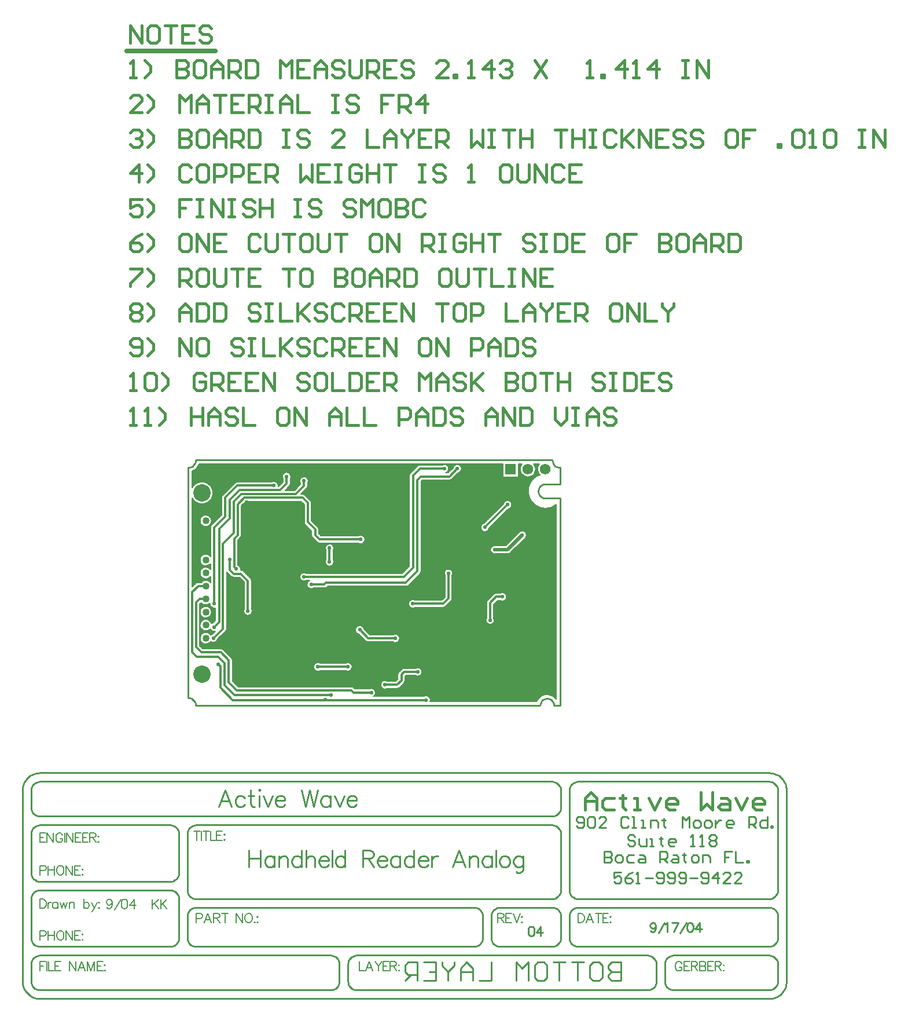
<source format=gbl>
%FSLAX24Y24*%
%MOIN*%
G70*
G01*
G75*
%ADD10C,0.0080*%
%ADD11R,0.0300X0.0300*%
%ADD12R,0.0800X0.0236*%
%ADD13R,0.0236X0.1100*%
%ADD14R,0.0236X0.0800*%
%ADD15R,0.0236X0.0700*%
%ADD16R,0.0236X0.1000*%
%ADD17R,0.0945X0.0236*%
%ADD18R,0.0700X0.0236*%
%ADD19R,0.0650X0.0236*%
%ADD20R,0.0200X0.0500*%
%ADD21R,0.0472X0.0472*%
%ADD22O,0.0600X0.0160*%
%ADD23O,0.0160X0.0600*%
%ADD24O,0.0800X0.0240*%
%ADD25R,0.0360X0.0360*%
%ADD26R,0.0200X0.0300*%
%ADD27R,0.0360X0.0500*%
%ADD28R,0.1000X0.0236*%
%ADD29R,0.0236X0.0945*%
%ADD30R,0.1500X0.0700*%
%ADD31R,0.0394X0.0413*%
%ADD32R,0.0413X0.0866*%
%ADD33R,0.0413X0.0800*%
%ADD34R,0.0400X0.0550*%
%ADD35O,0.0140X0.0600*%
%ADD36R,0.0600X0.0500*%
%ADD37R,0.2000X0.0700*%
%ADD38R,0.0500X0.0360*%
%ADD39R,0.0236X0.0236*%
%ADD40R,0.0550X0.0400*%
%ADD41C,0.0120*%
%ADD42R,0.0394X0.0394*%
%ADD43R,0.0394X0.0197*%
%ADD44R,0.0700X0.1500*%
%ADD45R,0.1100X0.0236*%
%ADD46R,0.0500X0.0500*%
%ADD47R,0.0500X0.0400*%
%ADD48C,0.0140*%
%ADD49C,0.0120*%
%ADD50C,0.0200*%
%ADD51C,0.0300*%
%ADD52C,0.0100*%
%ADD53C,0.0060*%
%ADD54C,0.0090*%
%ADD55C,0.0050*%
%ADD56C,0.0150*%
%ADD57C,0.0250*%
%ADD58C,0.0620*%
%ADD59R,0.0620X0.0620*%
%ADD60C,0.1000*%
%ADD61C,0.0400*%
%ADD62C,0.0220*%
D10*
X84875Y68354D02*
X84807Y68429D01*
X84719Y68481D01*
X84620Y68505D01*
X84519Y68498D01*
X84424Y68462D01*
X84344Y68399D01*
X84286Y68316D01*
X84256Y68219D01*
X84255Y68117D01*
X84285Y68020D01*
X84341Y67936D01*
X84421Y67872D01*
X84515Y67835D01*
X84616Y67827D01*
X84715Y67849D01*
X84803Y67900D01*
X84873Y67974D01*
X84918Y69012D02*
X84877Y69101D01*
X84812Y69175D01*
X84728Y69227D01*
X84633Y69253D01*
X84535Y69251D01*
X84441Y69221D01*
X84360Y69165D01*
X84298Y69088D01*
X84261Y68996D01*
X84252Y68898D01*
X84272Y68801D01*
X84318Y68714D01*
X84387Y68644D01*
X84474Y68597D01*
X84570Y68577D01*
X84668Y68585D01*
X84760Y68621D01*
X84838Y68682D01*
X84873Y67974D02*
X84962Y67924D01*
X85065Y67915D01*
X85163Y67948D01*
X85239Y68017D01*
X85281Y68111D01*
X84984Y68408D02*
X84875Y68354D01*
X85603Y67495D02*
X85535Y67541D01*
X85455Y67557D01*
X85604Y67495D02*
X85535Y67541D01*
X85455Y67557D01*
X86125Y66887D02*
X86109Y66967D01*
X86063Y67036D01*
X86125Y66887D02*
X86109Y66967D01*
X86063Y67035D01*
X84838Y68682D02*
X84894Y68613D01*
X84971Y68568D01*
X85059Y68553D01*
X85146Y68570D01*
X85004Y69048D02*
X84918Y69012D01*
X85724Y68554D02*
X85770Y68623D01*
X85786Y68703D01*
X85725Y68555D02*
X85770Y68623D01*
X85786Y68703D01*
X84154Y71376D02*
X84073Y71360D01*
X84005Y71314D01*
X84154Y71376D02*
X84074Y71360D01*
X84006Y71315D01*
X84932Y69666D02*
X84917Y69766D01*
X84873Y69858D01*
X84804Y69932D01*
X84716Y69983D01*
X84617Y70005D01*
X84516Y69997D01*
X84422Y69960D01*
X84342Y69897D01*
X84285Y69814D01*
X84255Y69717D01*
X84255Y69615D01*
X84285Y69518D01*
X84342Y69435D01*
X84422Y69372D01*
X84516Y69335D01*
X84617Y69327D01*
X84716Y69350D01*
X84804Y69400D01*
X84873Y69474D01*
X84917Y69566D01*
X84932Y69666D01*
X84324Y70206D02*
X84392Y70141D01*
X84476Y70096D01*
X84568Y70077D01*
X84663Y70084D01*
X84751Y70116D01*
X84828Y70171D01*
X84836Y70074D01*
X84881Y69987D01*
X84956Y69924D01*
X85049Y69895D01*
X85146Y69903D01*
X84866Y71366D02*
X84793Y71440D01*
X84700Y71488D01*
X84598Y71506D01*
X84494Y71492D01*
X84400Y71447D01*
X84324Y71376D01*
X84866Y72116D02*
X84796Y72188D01*
X84708Y72235D01*
X84610Y72256D01*
X84510Y72246D01*
X84418Y72208D01*
X84340Y72145D01*
X84284Y72062D01*
X84255Y71966D01*
Y71866D01*
X84284Y71770D01*
X84340Y71687D01*
X84418Y71624D01*
X84510Y71586D01*
X84610Y71576D01*
X84708Y71597D01*
X84796Y71644D01*
X84866Y71716D01*
X86037Y71725D02*
X86106Y71679D01*
X86186Y71663D01*
X86038Y71725D02*
X86106Y71679D01*
X86186Y71663D01*
X85786Y71979D02*
X85807Y71956D01*
X85786Y71979D02*
X85806Y71956D01*
X86586Y72083D02*
X86593Y72144D01*
X86765Y72022D02*
X86697Y72067D01*
X86616Y72083D01*
X86765Y72021D02*
X86697Y72067D01*
X86616Y72083D01*
X91179Y66724D02*
X91089Y66760D01*
X90992Y66759D01*
X90903Y66721D01*
X90835Y66652D01*
X90798Y66562D01*
Y66466D01*
X90835Y66376D01*
X90903Y66307D01*
X90992Y66269D01*
X91089Y66268D01*
X91179Y66304D01*
X86806Y69849D02*
X86770Y69753D01*
X86774Y69651D01*
X86820Y69559D01*
X86898Y69493D01*
X86996Y69464D01*
X87098Y69477D01*
X87186Y69530D01*
X87245Y69613D01*
X87266Y69713D01*
X87226Y69849D01*
Y71473D02*
X87210Y71554D01*
X87164Y71622D01*
X87226Y71473D02*
X87210Y71554D01*
X87165Y71622D01*
X90382Y71903D02*
X90292Y71939D01*
X90195Y71938D01*
X90106Y71900D01*
X90038Y71831D01*
X90001Y71742D01*
Y71645D01*
X90038Y71555D01*
X90106Y71486D01*
X90195Y71449D01*
X90292Y71447D01*
X90382Y71483D01*
X90568D02*
X90484Y71424D01*
X90431Y71337D01*
X90417Y71235D01*
X90445Y71136D01*
X90511Y71057D01*
X90603Y71011D01*
X90706Y71006D01*
X90802Y71043D01*
X91416D02*
X91497Y71059D01*
X91565Y71105D01*
X91416Y71043D02*
X91497Y71059D01*
X91565Y71105D01*
X84866Y72866D02*
X84796Y72938D01*
X84708Y72985D01*
X84610Y73006D01*
X84510Y72996D01*
X84418Y72958D01*
X84340Y72895D01*
X84284Y72812D01*
X84255Y72716D01*
Y72616D01*
X84284Y72520D01*
X84340Y72437D01*
X84418Y72374D01*
X84510Y72336D01*
X84610Y72326D01*
X84708Y72347D01*
X84796Y72394D01*
X84866Y72466D01*
X86593Y72144D02*
X86575Y72238D01*
X86523Y72318D01*
X86445Y72372D01*
X84932Y74916D02*
X84917Y75016D01*
X84873Y75108D01*
X84804Y75182D01*
X84716Y75233D01*
X84617Y75255D01*
X84516Y75247D01*
X84422Y75210D01*
X84342Y75147D01*
X84285Y75064D01*
X84255Y74967D01*
X84255Y74865D01*
X84285Y74768D01*
X84342Y74685D01*
X84422Y74622D01*
X84516Y74585D01*
X84617Y74577D01*
X84716Y74600D01*
X84804Y74650D01*
X84873Y74724D01*
X84917Y74816D01*
X84932Y74916D01*
X84928Y74682D02*
X84882Y74614D01*
X84866Y74533D01*
X84928Y74682D02*
X84882Y74614D01*
X84866Y74533D01*
X86584Y73944D02*
X86630Y74013D01*
X86646Y74093D01*
X86585Y73945D02*
X86630Y74013D01*
X86646Y74093D01*
X83805Y76217D02*
X83859Y76134D01*
X83926Y76061D01*
X84003Y75999D01*
X84089Y75949D01*
X84182Y75914D01*
X84279Y75893D01*
X84378Y75887D01*
X84476Y75897D01*
X84572Y75921D01*
X84663Y75961D01*
X84747Y76014D01*
X84822Y76079D01*
X84886Y76155D01*
X84937Y76240D01*
X84974Y76332D01*
X84997Y76428D01*
X85005Y76527D01*
X84997Y76626D01*
X84974Y76722D01*
X84937Y76814D01*
X84886Y76899D01*
X84822Y76975D01*
X84747Y77040D01*
X84663Y77093D01*
X84572Y77132D01*
X84476Y77157D01*
X84378Y77167D01*
X84279Y77161D01*
X84182Y77140D01*
X84089Y77105D01*
X84003Y77055D01*
X83926Y76993D01*
X83859Y76919D01*
X83805Y76837D01*
X85558Y76392D02*
X85512Y76324D01*
X85496Y76243D01*
X85558Y76392D02*
X85512Y76324D01*
X85496Y76243D01*
X83805Y77780D02*
X83895Y77821D01*
X83978Y77874D01*
X84053Y77939D01*
X84118Y78014D01*
X84171Y78097D01*
X84212Y78187D01*
X86406Y77153D02*
X86326Y77137D01*
X86257Y77091D01*
X86406Y77153D02*
X86326Y77137D01*
X86258Y77092D01*
X88761Y76893D02*
X88766Y76943D01*
X88744Y77047D01*
X88680Y77132D01*
X88586Y77183D01*
X88480Y77191D01*
X88381Y77153D01*
X90256Y74843D02*
X90272Y74763D01*
X90318Y74694D01*
X90256Y74843D02*
X90272Y74763D01*
X90318Y74695D01*
X91506Y72689D02*
X91469Y72593D01*
X91474Y72491D01*
X91520Y72399D01*
X91598Y72333D01*
X91696Y72304D01*
X91798Y72317D01*
X91886Y72370D01*
X91945Y72453D01*
X91966Y72553D01*
Y73353D02*
X91945Y73454D01*
X91886Y73537D01*
X91798Y73590D01*
X91696Y73602D01*
X91598Y73573D01*
X91520Y73507D01*
X91474Y73416D01*
X91469Y73313D01*
X91506Y73218D01*
X90995Y73695D02*
X91063Y73649D01*
X91143Y73633D01*
X90676Y74100D02*
X90692Y74020D01*
X90738Y73951D01*
X90676Y74100D02*
X90692Y74020D01*
X90738Y73952D01*
X90994Y73695D02*
X91063Y73649D01*
X91143Y73633D01*
X91096Y74423D02*
X91080Y74504D01*
X91035Y74572D01*
X91096Y74423D02*
X91080Y74504D01*
X91034Y74572D01*
X89394Y76910D02*
X89440Y76979D01*
X89456Y77059D01*
X89395Y76911D02*
X89440Y76979D01*
X89456Y77059D01*
X90496Y77213D02*
X90475Y77314D01*
X90416Y77397D01*
X90328Y77450D01*
X90226Y77462D01*
X90128Y77433D01*
X90050Y77367D01*
X90004Y77276D01*
X90000Y77173D01*
X90036Y77078D01*
X89456Y77334D02*
X89496Y77469D01*
X89475Y77569D01*
X89416Y77653D01*
X89328Y77705D01*
X89226Y77718D01*
X89128Y77689D01*
X89050Y77623D01*
X89004Y77532D01*
X89000Y77429D01*
X89036Y77334D01*
X90676Y75943D02*
X90660Y76024D01*
X90614Y76092D01*
X90676Y75943D02*
X90660Y76024D01*
X90615Y76092D01*
X90315Y76392D02*
X90247Y76437D01*
X90166Y76453D01*
X90315Y76391D02*
X90247Y76437D01*
X90166Y76453D01*
X90394Y76784D02*
X90440Y76853D01*
X90456Y76933D01*
X90395Y76785D02*
X90440Y76853D01*
X90456Y76933D01*
Y77078D02*
X90496Y77213D01*
X93122Y65312D02*
X93054Y65357D01*
X92974Y65373D01*
X94247Y64817D02*
X94314Y64873D01*
X94358Y64948D01*
X94373Y65034D01*
X94350Y65138D01*
X94287Y65223D01*
X94193Y65274D01*
X94087Y65281D01*
X93987Y65244D01*
X95039Y65691D02*
X94949Y65727D01*
X94852Y65726D01*
X94763Y65688D01*
X94695Y65619D01*
X94658Y65530D01*
Y65433D01*
X94695Y65343D01*
X94763Y65275D01*
X94852Y65237D01*
X94949Y65236D01*
X95039Y65271D01*
X93123Y65311D02*
X93054Y65357D01*
X92974Y65373D01*
X92637Y66304D02*
X92737Y66267D01*
X92843Y66274D01*
X92937Y66325D01*
X93000Y66410D01*
X93023Y66514D01*
X93000Y66618D01*
X92937Y66703D01*
X92843Y66754D01*
X92737Y66761D01*
X92637Y66724D01*
X93797Y68005D02*
X93866Y67959D01*
X93946Y67943D01*
X93798Y68005D02*
X93866Y67959D01*
X93946Y67943D01*
X97517Y64527D02*
X97530Y64607D01*
X97507Y64711D01*
X97443Y64796D01*
X97350Y64847D01*
X97244Y64854D01*
X97144Y64817D01*
X95708Y66212D02*
X95662Y66144D01*
X95646Y66063D01*
X95614Y65271D02*
X95694Y65287D01*
X95762Y65333D01*
X95614Y65271D02*
X95694Y65288D01*
X95763Y65333D01*
X96004Y65575D02*
X96050Y65643D01*
X96066Y65724D01*
X96005Y65575D02*
X96050Y65644D01*
X96066Y65724D01*
X95708Y66212D02*
X95662Y66144D01*
X95646Y66063D01*
X96016Y66433D02*
X95936Y66417D01*
X95867Y66371D01*
X96661Y66013D02*
X96760Y65976D01*
X96866Y65983D01*
X96960Y66034D01*
X97024Y66119D01*
X97046Y66223D01*
X96016Y66433D02*
X95936Y66417D01*
X95868Y66372D01*
X97046Y66223D02*
X97024Y66327D01*
X96960Y66412D01*
X96866Y66463D01*
X96760Y66471D01*
X96661Y66433D01*
X93701Y68696D02*
X93662Y68785D01*
X93593Y68852D01*
X93503Y68889D01*
X93406Y68888D01*
X93317Y68851D01*
X93249Y68782D01*
X93211Y68693D01*
X93211Y68596D01*
X93247Y68506D01*
X93315Y68437D01*
X93404Y68399D01*
X95381Y67943D02*
X95480Y67906D01*
X95586Y67913D01*
X95680Y67964D01*
X95744Y68049D01*
X95766Y68153D01*
X95744Y68257D01*
X95680Y68342D01*
X95586Y68393D01*
X95480Y68401D01*
X95381Y68363D01*
X96652Y70353D02*
X96562Y70389D01*
X96465Y70388D01*
X96376Y70350D01*
X96308Y70281D01*
X96271Y70192D01*
Y70095D01*
X96308Y70005D01*
X96376Y69936D01*
X96465Y69899D01*
X96562Y69897D01*
X96652Y69933D01*
X98266D02*
X98347Y69949D01*
X98415Y69995D01*
X100756Y69339D02*
X100719Y69243D01*
X100724Y69141D01*
X100770Y69049D01*
X100848Y68983D01*
X100946Y68954D01*
X101048Y68967D01*
X101136Y69020D01*
X101195Y69103D01*
X101216Y69203D01*
X101176Y69339D01*
X104755Y64674D02*
X104686Y64751D01*
X104605Y64816D01*
X104515Y64867D01*
X104418Y64903D01*
X104316Y64923D01*
X104212Y64926D01*
X104109Y64912D01*
X104010Y64882D01*
X103917Y64837D01*
X103833Y64776D01*
X103759Y64703D01*
X103698Y64620D01*
X103652Y64527D01*
X98266Y69933D02*
X98347Y69949D01*
X98415Y69995D01*
X100818Y70342D02*
X100772Y70274D01*
X100756Y70193D01*
X100818Y70342D02*
X100772Y70274D01*
X100756Y70193D01*
X98714Y70294D02*
X98760Y70363D01*
X98776Y70443D01*
X98715Y70295D02*
X98760Y70363D01*
X98776Y70443D01*
X101316Y70753D02*
X101236Y70737D01*
X101167Y70691D01*
X101316Y70753D02*
X101236Y70737D01*
X101168Y70692D01*
X101531Y70333D02*
X101630Y70296D01*
X101736Y70303D01*
X101830Y70354D01*
X101894Y70439D01*
X101916Y70543D01*
X101894Y70647D01*
X101830Y70732D01*
X101736Y70783D01*
X101630Y70791D01*
X101531Y70753D01*
X96106Y71143D02*
X96187Y71159D01*
X96255Y71205D01*
X96106Y71143D02*
X96187Y71159D01*
X96255Y71205D01*
X91966Y72553D02*
X91926Y72689D01*
Y73218D02*
X91966Y73353D01*
X93381Y73633D02*
X93480Y73596D01*
X93586Y73603D01*
X93680Y73654D01*
X93744Y73739D01*
X93766Y73843D01*
X93744Y73947D01*
X93680Y74032D01*
X93586Y74083D01*
X93480Y74091D01*
X93381Y74053D01*
X96378Y77672D02*
X96332Y77604D01*
X96316Y77523D01*
X96378Y77672D02*
X96332Y77604D01*
X96316Y77523D01*
X96924Y71874D02*
X96970Y71943D01*
X96986Y72023D01*
X96925Y71875D02*
X96970Y71943D01*
X96986Y72023D01*
X98816Y71893D02*
X98795Y71994D01*
X98736Y72077D01*
X98648Y72130D01*
X98546Y72142D01*
X98448Y72113D01*
X98370Y72047D01*
X98324Y71956D01*
X98320Y71853D01*
X98356Y71758D01*
X98776D02*
X98816Y71893D01*
X98626Y77263D02*
X98707Y77279D01*
X98775Y77325D01*
X98626Y77263D02*
X98707Y77279D01*
X98775Y77325D01*
X98396Y77683D02*
X98490Y77734D01*
X98554Y77819D01*
X98576Y77923D01*
X99129Y77679D02*
X99231Y77726D01*
X99301Y77814D01*
X99326Y77923D01*
X100614Y74788D02*
X100525Y74749D01*
X100457Y74680D01*
X100421Y74590D01*
X100421Y74493D01*
X100459Y74404D01*
X100527Y74336D01*
X100616Y74298D01*
X100713Y74298D01*
X100803Y74334D01*
X100872Y74402D01*
X100911Y74491D01*
X98576Y77923D02*
X98554Y78027D01*
X98490Y78112D01*
X98396Y78163D01*
X98290Y78171D01*
X98191Y78133D01*
X99326Y77923D02*
X99305Y78025D01*
X99244Y78109D01*
X99154Y78161D01*
X99050Y78172D01*
X98952Y78140D01*
X98874Y78071D01*
X98832Y77976D01*
X96926Y78133D02*
X96846Y78117D01*
X96777Y78071D01*
X96926Y78133D02*
X96846Y78117D01*
X96778Y78072D01*
X101300Y73497D02*
X101198Y73505D01*
X101101Y73471D01*
X101026Y73402D01*
X100985Y73308D01*
Y73206D01*
X101026Y73112D01*
X101101Y73043D01*
X101198Y73009D01*
X101300Y73017D01*
X101980D02*
X102072Y73035D01*
X102150Y73087D01*
X101980Y73017D02*
X102072Y73035D01*
X102150Y73087D01*
X103066Y74093D02*
X103049Y74185D01*
X102998Y74264D01*
X102923Y74320D01*
X102832Y74343D01*
X102739Y74331D01*
X102657Y74286D01*
X102597Y74213D01*
X102936Y73874D02*
X103005Y73930D01*
X103051Y74006D01*
X103066Y74093D01*
X102019Y75599D02*
X102121Y75647D01*
X102191Y75734D01*
X102216Y75843D01*
X102195Y75945D01*
X102134Y76029D01*
X102044Y76081D01*
X101940Y76092D01*
X101842Y76060D01*
X101764Y75991D01*
X101722Y75896D01*
X103832Y77564D02*
X103738Y77527D01*
X103648Y77480D01*
X103563Y77425D01*
X103485Y77361D01*
X103413Y77290D01*
X103349Y77211D01*
X103293Y77127D01*
X103247Y77037D01*
X103209Y76943D01*
X103182Y76846D01*
X103165Y76746D01*
X103158Y76645D01*
X103161Y76544D01*
X103174Y76444D01*
X103198Y76345D01*
X103232Y76250D01*
X103275Y76158D01*
X103328Y76072D01*
X103389Y75991D01*
X103458Y75917D01*
X103534Y75851D01*
X103617Y75792D01*
X103705Y75743D01*
X103798Y75702D01*
X103894Y75672D01*
X103993Y75651D01*
X104094Y75641D01*
X104195Y75641D01*
X104296Y75651D01*
X104395Y75671D01*
X104491Y75702D01*
X104584Y75742D01*
X104672Y75792D01*
X104755Y75850D01*
X102809Y78187D02*
X102750Y78103D01*
X102712Y78009D01*
X102695Y77908D01*
X102702Y77806D01*
X102732Y77708D01*
X102783Y77619D01*
X102853Y77545D01*
X102938Y77487D01*
X103033Y77451D01*
X103134Y77437D01*
X103236Y77446D01*
X103333Y77478D01*
X103421Y77531D01*
X103494Y77603D01*
X103549Y77689D01*
X103583Y77785D01*
X103595Y77887D01*
X103582Y77995D01*
X103543Y78097D01*
X103480Y78187D01*
X103809D02*
X103752Y78107D01*
X103714Y78016D01*
X103696Y77920D01*
X103700Y77822D01*
X103724Y77727D01*
X103769Y77639D01*
X103832Y77564D01*
X84245Y67734D02*
X84422Y67557D01*
X84245Y67844D02*
X84482D01*
X84245Y67994D02*
X84298D01*
X84245Y67894D02*
X84387D01*
X84245Y67944D02*
X84334D01*
X84412Y67567D02*
Y67878D01*
X84462Y67557D02*
Y67852D01*
X84262Y67717D02*
Y68084D01*
X84362Y67617D02*
Y67916D01*
X84312Y67667D02*
Y67973D01*
X84245Y68294D02*
X84277D01*
X84245Y68344D02*
X84302D01*
X84245Y68394D02*
X84340D01*
X84245Y68444D02*
X84396D01*
X84245Y68494D02*
X84503D01*
X84262Y68248D02*
Y68834D01*
X84312Y68359D02*
Y68723D01*
X84362Y68416D02*
Y68666D01*
X84462Y68480D02*
Y68602D01*
X84412Y68454D02*
Y68628D01*
X84512Y67557D02*
Y67836D01*
X84422Y67557D02*
X85455D01*
X84562D02*
Y67827D01*
X84612Y67557D02*
Y67827D01*
X84662Y67557D02*
Y67833D01*
X84712Y67557D02*
Y67848D01*
X84762Y67557D02*
Y67872D01*
X84812Y67557D02*
Y67907D01*
X84862Y67557D02*
Y67959D01*
X84787Y68444D02*
X85020D01*
X84512Y68496D02*
Y68586D01*
X84562Y68505D02*
Y68577D01*
X84245Y68544D02*
X85120D01*
X84612Y68505D02*
Y68577D01*
X84762Y68460D02*
Y68622D01*
X84812Y68425D02*
Y68657D01*
X84662Y68499D02*
Y68583D01*
X84680Y68494D02*
X85070D01*
X84712Y68484D02*
Y68598D01*
X84245Y68644D02*
X84387D01*
X84245Y68594D02*
X84482D01*
X84245Y69044D02*
X84277D01*
X84245Y68694D02*
X84334D01*
X84245Y68744D02*
X84298D01*
X84245Y69094D02*
X84302D01*
X84245Y69144D02*
X84340D01*
X84245Y69194D02*
X84396D01*
X84412Y69204D02*
Y69378D01*
X84462Y69230D02*
Y69352D01*
X84245Y69444D02*
X84334D01*
X84245Y69394D02*
X84387D01*
X84245Y69794D02*
X84277D01*
X84245Y69494D02*
X84298D01*
X84245Y69844D02*
X84302D01*
X84262Y68998D02*
Y69584D01*
X84312Y69109D02*
Y69473D01*
X84245Y69894D02*
X84340D01*
X84362Y69166D02*
Y69416D01*
X84245Y69944D02*
X84396D01*
X84245Y69244D02*
X84503D01*
X84245Y69344D02*
X84482D01*
X84245Y69294D02*
X85146D01*
X84512Y69246D02*
Y69336D01*
X84796Y68644D02*
X84863D01*
X84702Y68594D02*
X84919D01*
X84562Y69255D02*
Y69327D01*
X84787Y69194D02*
X85146D01*
X84680Y69244D02*
X85146D01*
X84612Y69255D02*
Y69327D01*
X84712Y69234D02*
Y69348D01*
X84245Y69994D02*
X84503D01*
X84662Y69249D02*
Y69333D01*
X84680Y69994D02*
X84876D01*
X84762Y69210D02*
Y69372D01*
X84812Y69175D02*
Y69407D01*
X84787Y69944D02*
X84925D01*
X84702Y69344D02*
X85146D01*
X84796Y69394D02*
X85146D01*
X84912Y67557D02*
Y67947D01*
X84962Y67557D02*
Y67925D01*
X84849Y67944D02*
X84916D01*
X85012Y67557D02*
Y67914D01*
X85062Y67557D02*
Y67915D01*
X85112Y67557D02*
Y67925D01*
X85162Y67557D02*
Y67947D01*
X85212Y67557D02*
Y67985D01*
X85262Y67557D02*
Y68055D01*
X84862Y68373D02*
Y68646D01*
X84912Y68380D02*
Y68599D01*
X84844Y68394D02*
X84941D01*
X84962Y68402D02*
Y68572D01*
X85312Y67557D02*
Y68142D01*
X85362Y67557D02*
Y68192D01*
X85412Y67557D02*
Y68242D01*
X85462Y67557D02*
Y68292D01*
X85512Y67549D02*
Y68342D01*
X85604Y67495D02*
X86063Y67036D01*
X85562Y67528D02*
Y68392D01*
X85612Y67487D02*
Y68442D01*
X86125Y65702D02*
Y66887D01*
Y65702D02*
X86453Y65373D01*
X85662Y67437D02*
Y68492D01*
X86812Y65373D02*
Y69570D01*
X86862Y65373D02*
Y69517D01*
X85712Y67387D02*
Y68542D01*
X85281Y68111D02*
X85724Y68554D01*
X85762Y67337D02*
Y68605D01*
X86912Y65373D02*
Y69486D01*
X86962Y65373D02*
Y69469D01*
X87012Y65373D02*
Y69463D01*
X87062Y65373D02*
Y69467D01*
X87112Y65373D02*
Y69482D01*
X84907Y69044D02*
X84990D01*
X84862Y69123D02*
Y69459D01*
X84881Y69094D02*
X85050D01*
X84844Y69144D02*
X85100D01*
X85012Y68436D02*
Y68557D01*
X84984Y68408D02*
X85146Y68570D01*
X85062Y68486D02*
Y68553D01*
X85004Y69048D02*
X85146Y69190D01*
X84912Y69031D02*
Y69551D01*
X84849Y69444D02*
X85146D01*
X84862Y69873D02*
Y70015D01*
X84844Y69894D02*
X85054D01*
X84912Y69781D02*
Y69955D01*
X84962Y69035D02*
Y69921D01*
X85012Y69056D02*
Y69902D01*
X85062Y69106D02*
Y69894D01*
X85112Y69156D02*
Y69896D01*
X85146Y69190D02*
Y69903D01*
X84885Y69494D02*
X85146D01*
X84909Y69544D02*
X85146D01*
X84924Y69594D02*
X85146D01*
X84931Y69644D02*
X85146D01*
X85786Y69494D02*
X86896D01*
X85786Y69594D02*
X86796D01*
X85786Y69544D02*
X86832D01*
X85786Y69644D02*
X86776D01*
X84930Y69694D02*
X85146D01*
X84923Y69744D02*
X85146D01*
X84907Y69794D02*
X85146D01*
X84881Y69844D02*
X85146D01*
X85099Y69894D02*
X85146D01*
X85786Y69694D02*
X86767D01*
X85786Y69744D02*
X86768D01*
X85786Y69794D02*
X86780D01*
X85786Y69844D02*
X86803D01*
X85786Y69894D02*
X86806D01*
X85786Y69944D02*
X86806D01*
X83805Y71144D02*
X83835D01*
X83805Y71114D02*
X84005Y71314D01*
X83805Y71194D02*
X83885D01*
X83805Y71244D02*
X83935D01*
X83805Y71294D02*
X83985D01*
X84245Y67734D02*
Y70140D01*
X84262Y69748D02*
Y70157D01*
X83805Y71344D02*
X84043D01*
X84299Y70194D02*
X84334D01*
X84245Y70140D02*
X84311Y70206D01*
X83805Y71114D02*
Y76217D01*
X83812Y71121D02*
Y76205D01*
X83862Y71171D02*
Y76132D01*
X83962Y71271D02*
Y76030D01*
X83912Y71221D02*
Y76075D01*
X84012Y71320D02*
Y75993D01*
X84112Y71372D02*
Y75939D01*
X84062Y71355D02*
Y75963D01*
X84462Y69980D02*
Y70102D01*
X84245Y70094D02*
X84482D01*
X84245Y70044D02*
X84847D01*
X84512Y69996D02*
Y70086D01*
X84562Y70005D02*
Y70077D01*
X84612Y70005D02*
Y70077D01*
X84662Y69999D02*
Y70083D01*
X85786Y69994D02*
X86806D01*
X85786Y70044D02*
X86806D01*
X84362Y69916D02*
Y70166D01*
X84412Y69954D02*
Y70128D01*
X84249Y70144D02*
X84387D01*
X84712Y69984D02*
Y70098D01*
X84812Y69925D02*
Y70157D01*
X84762Y69960D02*
Y70122D01*
X84702Y70094D02*
X84831D01*
X84796Y70144D02*
X84826D01*
X83805Y71394D02*
X84340D01*
X83805Y71444D02*
X84396D01*
X83805Y71744D02*
X84298D01*
X83805Y71644D02*
X84387D01*
X83805Y71694D02*
X84334D01*
X84262Y71376D02*
Y71834D01*
X84154Y71376D02*
X84324D01*
X83805Y71794D02*
X84274D01*
X84362Y71416D02*
Y71666D01*
X84312Y71376D02*
Y71723D01*
X83805Y71844D02*
X84259D01*
X83805Y71894D02*
X84252D01*
X83805Y71944D02*
X84253D01*
X83805Y71994D02*
X84261D01*
X83805Y72044D02*
X84277D01*
X84162Y71376D02*
Y75920D01*
X84212Y71376D02*
Y75905D01*
X84262Y71998D02*
Y72584D01*
X83805Y72094D02*
X84302D01*
X84312Y72109D02*
Y72473D01*
X83805Y71494D02*
X84503D01*
X84462Y71480D02*
Y71602D01*
X83805Y71544D02*
X84866D01*
X83805Y71594D02*
X84482D01*
X84512Y71496D02*
Y71586D01*
X84787Y71444D02*
X84866D01*
X84562Y71505D02*
Y71577D01*
X84680Y71494D02*
X84866D01*
X84612Y71505D02*
Y71577D01*
X84412Y71454D02*
Y71628D01*
X84662Y71499D02*
Y71583D01*
X84712Y71484D02*
Y71598D01*
X84702Y71594D02*
X84866D01*
X84862Y71373D02*
Y71709D01*
X84866Y71366D02*
Y71716D01*
X84762Y71460D02*
Y71622D01*
X84812Y71425D02*
Y71657D01*
X84796Y71644D02*
X84866D01*
X86312Y65515D02*
Y71663D01*
X86362Y65465D02*
Y71663D01*
X86162Y65665D02*
Y71665D01*
X86212Y65615D02*
Y71663D01*
X86262Y65565D02*
Y71663D01*
X86562Y65373D02*
Y71631D01*
X86612Y65373D02*
Y71581D01*
X86412Y65415D02*
Y71663D01*
X86712Y65373D02*
Y71481D01*
X86662Y65373D02*
Y71531D01*
X85912Y67187D02*
Y71851D01*
X85962Y67137D02*
Y71801D01*
X85786Y68703D02*
Y71979D01*
X85862Y67237D02*
Y71901D01*
X85812Y67287D02*
Y71951D01*
X86462Y65373D02*
Y71663D01*
X86512Y65373D02*
Y71663D01*
X86012Y67087D02*
Y71751D01*
X86112Y66960D02*
Y71677D01*
X86062Y67037D02*
Y71704D01*
X85786Y70094D02*
X86806D01*
X85786Y70144D02*
X86806D01*
X85786Y70194D02*
X86806D01*
X85786Y70244D02*
X86806D01*
X85786Y70294D02*
X86806D01*
X85786Y70344D02*
X86806D01*
X85786Y70394D02*
X86806D01*
X85786Y70444D02*
X86806D01*
X85786Y70494D02*
X86806D01*
X85786Y70544D02*
X86806D01*
X85786Y70594D02*
X86806D01*
X85786Y70644D02*
X86806D01*
X85786Y70694D02*
X86806D01*
X85786Y70744D02*
X86806D01*
X85786Y70794D02*
X86806D01*
X86762Y65373D02*
Y71431D01*
X86806Y69849D02*
Y71386D01*
X85786Y70844D02*
X86806D01*
X85786Y70894D02*
X86806D01*
X85786Y70944D02*
X86806D01*
X85786Y71544D02*
X86648D01*
X85786Y71494D02*
X86698D01*
X85786Y71694D02*
X86076D01*
X85786Y71594D02*
X86598D01*
X85786Y71644D02*
X86548D01*
X85786Y71794D02*
X85968D01*
X86186Y71663D02*
X86529D01*
X85786Y71744D02*
X86018D01*
X85786Y71844D02*
X85918D01*
X85807Y71956D02*
X86037Y71725D01*
X85786Y71944D02*
X85818D01*
X85786Y71894D02*
X85868D01*
X86662Y72078D02*
Y75802D01*
X86586Y72083D02*
X86616D01*
X86712Y72060D02*
Y75852D01*
X85786Y70994D02*
X86806D01*
X85786Y71044D02*
X86806D01*
X85786Y71094D02*
X86806D01*
X85786Y71144D02*
X86806D01*
X85786Y71194D02*
X86806D01*
X85786Y71244D02*
X86806D01*
X85786Y71294D02*
X86806D01*
X85786Y71444D02*
X86748D01*
X85786Y71344D02*
X86806D01*
X85786Y71394D02*
X86798D01*
X86529Y71663D02*
X86806Y71386D01*
X86812Y71975D02*
Y75952D01*
X86762Y72025D02*
Y75902D01*
X87012Y71775D02*
Y76033D01*
X87062Y71725D02*
Y76033D01*
X87112Y71675D02*
Y76033D01*
X86862Y71925D02*
Y76002D01*
X86912Y71875D02*
Y76033D01*
X86962Y71825D02*
Y76033D01*
X86132Y65694D02*
X94772D01*
X86125Y65744D02*
X95580D01*
X86125Y65794D02*
X95630D01*
X86125Y65844D02*
X95646D01*
X86125Y65894D02*
X95646D01*
X86332Y65494D02*
X94653D01*
X86282Y65544D02*
X94661D01*
X86232Y65594D02*
X94680D01*
X86182Y65644D02*
X94713D01*
X86125Y65944D02*
X95646D01*
X86125Y66344D02*
X90859D01*
X86125Y66294D02*
X90924D01*
X86125Y66494D02*
X90794D01*
X86125Y66394D02*
X90824D01*
X86125Y66444D02*
X90803D01*
X86125Y66544D02*
X90795D01*
X86125Y66594D02*
X90806D01*
X86125Y66644D02*
X90830D01*
X86125Y66694D02*
X90870D01*
X86125Y66744D02*
X90946D01*
X86125Y65994D02*
X95646D01*
X86125Y66044D02*
X95646D01*
X86125Y66094D02*
X95649D01*
X86125Y66144D02*
X95663D01*
X86117Y66944D02*
X104755D01*
X86125Y66194D02*
X95692D01*
X86125Y66244D02*
X95740D01*
X86125Y66794D02*
X104755D01*
X86125Y66844D02*
X104755D01*
X86125Y66894D02*
X104755D01*
X85854Y67244D02*
X104755D01*
X85804Y67294D02*
X104755D01*
X85754Y67344D02*
X104755D01*
X85704Y67394D02*
X104755D01*
X85654Y67444D02*
X104755D01*
X86095Y66994D02*
X104755D01*
X86054Y67044D02*
X104755D01*
X86004Y67094D02*
X104755D01*
X85954Y67144D02*
X104755D01*
X85904Y67194D02*
X104755D01*
X85221Y67994D02*
X93809D01*
X85157Y67944D02*
X93926D01*
X85314Y68144D02*
X93658D01*
X85256Y68044D02*
X93758D01*
X85277Y68094D02*
X93708D01*
X85414Y68244D02*
X93558D01*
X85364Y68194D02*
X93608D01*
X85564Y68394D02*
X93408D01*
X85464Y68294D02*
X93508D01*
X85514Y68344D02*
X93458D01*
X85664Y68494D02*
X93256D01*
X85614Y68444D02*
X93305D01*
X85778Y68644D02*
X93206D01*
X85714Y68544D02*
X93227D01*
X85756Y68594D02*
X93211D01*
X85786Y68694D02*
X93212D01*
X85786Y68744D02*
X93228D01*
X85786Y68794D02*
X93257D01*
X85786Y68844D02*
X93308D01*
X85786Y69094D02*
X100741D01*
X84384Y67594D02*
X104755D01*
X84334Y67644D02*
X104755D01*
X84284Y67694D02*
X104755D01*
X84245Y67744D02*
X104755D01*
X84245Y67794D02*
X104755D01*
X85604Y67494D02*
X104755D01*
X85527Y67544D02*
X104755D01*
X84702Y67844D02*
X104755D01*
X84796Y67894D02*
X104755D01*
X85786Y68894D02*
X104755D01*
X85786Y68994D02*
X100829D01*
X85786Y68944D02*
X104755D01*
X85786Y69144D02*
X100723D01*
X85786Y69044D02*
X100773D01*
X85786Y69194D02*
X100716D01*
X85786Y69244D02*
X100720D01*
X85786Y69294D02*
X100733D01*
X85786Y69344D02*
X100756D01*
X85786Y69394D02*
X100756D01*
X85786Y69444D02*
X100756D01*
X87162Y65373D02*
Y69510D01*
X90812Y65373D02*
Y66419D01*
X90862Y65373D02*
Y66342D01*
X90912Y65373D02*
Y66301D01*
X90962Y65373D02*
Y66278D01*
X91012Y65373D02*
Y66266D01*
X91062Y65373D02*
Y66265D01*
X91112Y65373D02*
Y66274D01*
X91162Y65373D02*
Y66294D01*
X87212Y65373D02*
Y69557D01*
X87262Y65373D02*
Y69665D01*
X90512Y65373D02*
Y71057D01*
X90562Y65373D02*
Y71026D01*
X90612Y65373D02*
Y71009D01*
X90662Y65373D02*
Y71003D01*
X90712Y65373D02*
Y71007D01*
X90762Y65373D02*
Y71022D01*
X90812Y66609D02*
Y71043D01*
X90862Y66686D02*
Y71043D01*
X86453Y65373D02*
X92974D01*
X86432Y65394D02*
X94669D01*
X91212Y65373D02*
Y66304D01*
X86382Y65444D02*
X94656D01*
X91162Y66294D02*
X92654D01*
X91262Y65373D02*
Y66304D01*
X91312Y65373D02*
Y66304D01*
X91362Y65373D02*
Y66304D01*
X91412Y65373D02*
Y66304D01*
X91462Y65373D02*
Y66304D01*
X91512Y65373D02*
Y66304D01*
X91562Y65373D02*
Y66304D01*
X91612Y65373D02*
Y66304D01*
X91662Y65373D02*
Y66304D01*
X91179D02*
X92637D01*
X91712Y65373D02*
Y66304D01*
X91762Y65373D02*
Y66304D01*
X91812Y65373D02*
Y66304D01*
X91862Y65373D02*
Y66304D01*
X91912Y65373D02*
Y66304D01*
X87226Y69994D02*
X96316D01*
X87226Y69894D02*
X96494D01*
X87226Y69944D02*
X96365D01*
X91179Y66724D02*
X92637D01*
X91140Y66744D02*
X92676D01*
X87226Y70044D02*
X96287D01*
X87226Y70094D02*
X96271D01*
X87226Y70144D02*
X96266D01*
X87226Y70194D02*
X96272D01*
X87226Y70244D02*
X96288D01*
X87226Y71044D02*
X90529D01*
X87226Y70294D02*
X96317D01*
X87226Y70344D02*
X96368D01*
X90912Y66727D02*
Y71043D01*
X90962Y66750D02*
Y71043D01*
X91012Y66762D02*
Y71043D01*
X91062Y66763D02*
Y71043D01*
X91112Y66754D02*
Y71043D01*
X87137Y69494D02*
X100756D01*
X87201Y69544D02*
X100756D01*
X87226Y70394D02*
X98220D01*
X87236Y69594D02*
X100756D01*
X87229Y69844D02*
X100756D01*
X87257Y69644D02*
X100756D01*
X87266Y69694D02*
X100756D01*
X87226Y70444D02*
X98270D01*
X87264Y69744D02*
X100756D01*
X87253Y69794D02*
X100756D01*
X87226Y70494D02*
X98320D01*
X87226Y70544D02*
X98356D01*
X87226Y70594D02*
X98356D01*
X87226Y70644D02*
X98356D01*
X87226Y70694D02*
X98356D01*
X87226Y70744D02*
X98356D01*
X87226Y70794D02*
X98356D01*
X87226Y70844D02*
X98356D01*
X87226Y70894D02*
X98356D01*
X87226Y70944D02*
X98356D01*
X87226Y70994D02*
X98356D01*
X87312Y65373D02*
Y76033D01*
X87362Y65373D02*
Y76033D01*
X87412Y65373D02*
Y76033D01*
X87462Y65373D02*
Y76033D01*
X87512Y65373D02*
Y76033D01*
X87562Y65373D02*
Y76033D01*
X87612Y65373D02*
Y76033D01*
X87662Y65373D02*
Y76033D01*
X87712Y65373D02*
Y76033D01*
X87762Y65373D02*
Y76033D01*
X87812Y65373D02*
Y76033D01*
X87862Y65373D02*
Y76033D01*
X87912Y65373D02*
Y76033D01*
X87962Y65373D02*
Y76033D01*
X88012Y65373D02*
Y76033D01*
X88062Y65373D02*
Y76033D01*
X88112Y65373D02*
Y76033D01*
X88162Y65373D02*
Y76033D01*
X88212Y65373D02*
Y76033D01*
X88262Y65373D02*
Y76033D01*
X88312Y65373D02*
Y76033D01*
X88362Y65373D02*
Y76033D01*
X88412Y65373D02*
Y76033D01*
X88462Y65373D02*
Y76033D01*
X88512Y65373D02*
Y76033D01*
X88562Y65373D02*
Y76033D01*
X88612Y65373D02*
Y76033D01*
X88662Y65373D02*
Y76033D01*
X88712Y65373D02*
Y76033D01*
X88762Y65373D02*
Y76033D01*
X88812Y65373D02*
Y76033D01*
X88862Y65373D02*
Y76033D01*
X88912Y65373D02*
Y76033D01*
X88962Y65373D02*
Y76033D01*
X89012Y65373D02*
Y76033D01*
X89062Y65373D02*
Y76033D01*
X89112Y65373D02*
Y76033D01*
X89162Y65373D02*
Y76033D01*
X89212Y65373D02*
Y76033D01*
X89262Y65373D02*
Y76033D01*
X86765Y72021D02*
X87164Y71622D01*
X87142Y71644D02*
X90001D01*
X87162Y71625D02*
Y76033D01*
X89312Y65373D02*
Y76033D01*
X89362Y65373D02*
Y76033D01*
X87226Y69849D02*
Y71473D01*
X87212Y71550D02*
Y76033D01*
X87262Y69761D02*
Y76033D01*
X89412Y65373D02*
Y76033D01*
X89462Y65373D02*
Y76033D01*
X89512Y65373D02*
Y76033D01*
X89562Y65373D02*
Y76033D01*
X89612Y65373D02*
Y76033D01*
X89662Y65373D02*
Y76033D01*
X89712Y65373D02*
Y76033D01*
X89762Y65373D02*
Y76033D01*
X89812Y65373D02*
Y76033D01*
X89862Y65373D02*
Y76033D01*
X87226Y71144D02*
X90441D01*
X87226Y71094D02*
X90473D01*
X87214Y71544D02*
X90046D01*
X87226Y71194D02*
X90423D01*
X87226Y71244D02*
X90416D01*
X87226Y71294D02*
X90420D01*
X87226Y71344D02*
X90433D01*
X87225Y71494D02*
X90095D01*
X87226Y71394D02*
X90460D01*
X87226Y71444D02*
X90224D01*
X86892Y71894D02*
X90098D01*
X86842Y71944D02*
X95950D01*
X86792Y71994D02*
X96000D01*
X86738Y72044D02*
X96050D01*
X86588Y72094D02*
X96100D01*
X87092Y71694D02*
X89996D01*
X87188Y71594D02*
X90017D01*
X87042Y71744D02*
X90002D01*
X86992Y71794D02*
X90018D01*
X86942Y71844D02*
X90047D01*
X90112Y65373D02*
Y71483D01*
X90162Y65373D02*
Y71458D01*
X90212Y65373D02*
Y71446D01*
X90262Y65373D02*
Y71444D01*
X90269Y71444D02*
X90505D01*
X90312Y65373D02*
Y71452D01*
X90462Y65373D02*
Y71110D01*
X91162Y66734D02*
Y71043D01*
X91212Y66724D02*
Y71043D01*
X91262Y66724D02*
Y71043D01*
X89912Y65373D02*
Y76033D01*
X89962Y65373D02*
Y76033D01*
X90012Y65373D02*
Y71607D01*
X90062Y65373D02*
Y71525D01*
X90362Y65373D02*
Y71471D01*
X90412Y65373D02*
Y71483D01*
X90462Y71397D02*
Y71483D01*
X90512Y71450D02*
Y71483D01*
X91312Y66724D02*
Y71043D01*
X91362Y66724D02*
Y71043D01*
X91412Y66724D02*
Y71043D01*
X90802D02*
X91416D01*
X91462Y66724D02*
Y71048D01*
X91512Y66724D02*
Y71066D01*
X91562Y66724D02*
Y71102D01*
X91437Y71044D02*
X98356D01*
X91612Y66724D02*
Y71143D01*
X91662Y66724D02*
Y71143D01*
X91565Y71105D02*
X91603Y71143D01*
X91553Y71094D02*
X98356D01*
X91603Y71143D02*
X96106D01*
X91712Y66724D02*
Y71143D01*
X91762Y66724D02*
Y71143D01*
X91812Y66724D02*
Y71143D01*
X91862Y66724D02*
Y71143D01*
X91912Y66724D02*
Y71143D01*
X90512Y71903D02*
Y74501D01*
X90382Y71483D02*
X90568D01*
X90562Y71903D02*
Y74451D01*
X90662Y71903D02*
Y74351D01*
X90612Y71903D02*
Y74401D01*
X90712Y71903D02*
Y73984D01*
X90762Y71903D02*
Y73928D01*
X90812Y71903D02*
Y73878D01*
X90912Y71903D02*
Y73778D01*
X90862Y71903D02*
Y73828D01*
X90012Y71780D02*
Y76033D01*
X90062Y71862D02*
Y76033D01*
X90112Y71904D02*
Y76001D01*
X90212Y71941D02*
Y75901D01*
X90162Y71928D02*
Y75951D01*
X90362Y71915D02*
Y74651D01*
X90412Y71903D02*
Y74601D01*
X90262Y71943D02*
Y74796D01*
X90462Y71903D02*
Y74551D01*
X90312Y71935D02*
Y74701D01*
X91512Y71903D02*
Y72410D01*
X90382Y71903D02*
X95909D01*
X91562D02*
Y72357D01*
X91612Y71903D02*
Y72326D01*
X91662Y71903D02*
Y72309D01*
X91712Y71903D02*
Y72303D01*
X91762Y71903D02*
Y72307D01*
X91812Y71903D02*
Y72322D01*
X91862Y71903D02*
Y72350D01*
X91912Y71903D02*
Y72397D01*
X90962Y71903D02*
Y73728D01*
X91012Y71903D02*
Y73680D01*
X91062Y71903D02*
Y73650D01*
X91112Y71903D02*
Y73636D01*
X91162Y71903D02*
Y73633D01*
X91212Y71903D02*
Y73633D01*
X91262Y71903D02*
Y73633D01*
X91312Y71903D02*
Y73633D01*
X91362Y71903D02*
Y73633D01*
X91412Y71903D02*
Y73633D01*
X91462Y71903D02*
Y73633D01*
X83805Y72144D02*
X84340D01*
X83805Y72194D02*
X84396D01*
X83805Y72244D02*
X84503D01*
X83805Y72294D02*
X84866D01*
X83805Y72344D02*
X84482D01*
X83805Y72444D02*
X84334D01*
X83805Y72394D02*
X84387D01*
X83805Y72594D02*
X84259D01*
X83805Y72494D02*
X84298D01*
X83805Y72544D02*
X84274D01*
X83805Y72644D02*
X84252D01*
X83805Y72694D02*
X84253D01*
X83805Y72744D02*
X84261D01*
X83805Y72794D02*
X84277D01*
X83805Y72844D02*
X84302D01*
X83805Y72894D02*
X84340D01*
X83805Y72944D02*
X84396D01*
X83805Y72994D02*
X84503D01*
X83805Y73044D02*
X84866D01*
X83805Y73094D02*
X84866D01*
X83805Y73144D02*
X84866D01*
X83805Y73194D02*
X84866D01*
X83805Y73244D02*
X84866D01*
X83805Y73294D02*
X84866D01*
X83805Y73344D02*
X84866D01*
X83805Y73394D02*
X84866D01*
X83805Y73444D02*
X84866D01*
X83805Y73494D02*
X84866D01*
X83805Y73544D02*
X84866D01*
X83805Y73594D02*
X84866D01*
X83805Y73644D02*
X84866D01*
X83805Y73694D02*
X84866D01*
X83805Y73744D02*
X84866D01*
X83805Y73794D02*
X84866D01*
X83805Y73844D02*
X84866D01*
X83805Y73894D02*
X84866D01*
X83805Y73944D02*
X84866D01*
X83805Y73994D02*
X84866D01*
X83805Y74044D02*
X84866D01*
X83805Y74094D02*
X84866D01*
X83805Y74594D02*
X84482D01*
X83805Y74144D02*
X84866D01*
X83805Y74744D02*
X84298D01*
X83805Y74644D02*
X84387D01*
X83805Y74694D02*
X84334D01*
X83805Y74844D02*
X84259D01*
X83805Y74794D02*
X84274D01*
X83805Y74894D02*
X84252D01*
X83805Y74944D02*
X84253D01*
X83805Y74994D02*
X84261D01*
X83805Y75044D02*
X84277D01*
X83805Y75094D02*
X84302D01*
X83805Y75144D02*
X84340D01*
X83805Y75194D02*
X84396D01*
X83805Y75244D02*
X84503D01*
X83805Y75944D02*
X84100D01*
X83805Y75894D02*
X84268D01*
X83805Y76094D02*
X83893D01*
X83805Y75994D02*
X84010D01*
X83805Y76044D02*
X83945D01*
X83805Y74194D02*
X84866D01*
X83805Y74244D02*
X84866D01*
X83805Y74294D02*
X84866D01*
X83805Y74344D02*
X84866D01*
X83805Y74394D02*
X84866D01*
X83805Y74444D02*
X84866D01*
X83805Y74494D02*
X84866D01*
X83805Y74544D02*
X84867D01*
X83805Y75294D02*
X85496D01*
X83805Y75344D02*
X85496D01*
X83805Y75394D02*
X85496D01*
X83805Y75444D02*
X85496D01*
X83805Y75494D02*
X85496D01*
X83805Y75544D02*
X85496D01*
X83805Y75594D02*
X85496D01*
X83805Y75644D02*
X85496D01*
X83805Y75694D02*
X85496D01*
X83805Y75744D02*
X85496D01*
X83805Y75794D02*
X85496D01*
X83805Y75844D02*
X85496D01*
X84362Y72166D02*
Y72416D01*
X84412Y72204D02*
Y72378D01*
X84462Y72230D02*
Y72352D01*
X84512Y72246D02*
Y72336D01*
Y72996D02*
Y74586D01*
X84712Y72234D02*
Y72348D01*
X84762Y72210D02*
Y72372D01*
X84562Y72255D02*
Y72327D01*
X84612Y72255D02*
Y72327D01*
X84662Y72249D02*
Y72333D01*
X84262Y72748D02*
Y74834D01*
X84312Y72859D02*
Y74723D01*
X84362Y72916D02*
Y74666D01*
X84412Y72954D02*
Y74628D01*
X84462Y72980D02*
Y74602D01*
X84712Y72984D02*
Y74598D01*
X84762Y72960D02*
Y74622D01*
X84562Y73005D02*
Y74577D01*
X84612Y73005D02*
Y74577D01*
X84662Y72999D02*
Y74583D01*
X84787Y72194D02*
X84866D01*
X84680Y72244D02*
X84866D01*
X84702Y72344D02*
X84866D01*
X84796Y72394D02*
X84866D01*
X84862Y72123D02*
Y72459D01*
X84866Y72116D02*
Y72466D01*
X84812Y72175D02*
Y72407D01*
X84787Y72944D02*
X84866D01*
X84862Y72873D02*
Y74709D01*
X86445Y72372D02*
Y73805D01*
X84812Y72925D02*
Y74657D01*
X84680Y72994D02*
X84866D01*
Y72866D02*
Y74533D01*
X86562Y72265D02*
Y73922D01*
X86612Y72083D02*
Y73978D01*
X86462Y72364D02*
Y73822D01*
X86512Y72329D02*
Y73872D01*
X86445Y73805D02*
X86584Y73944D01*
X84702Y74594D02*
X84875D01*
X84262Y74998D02*
Y75895D01*
X84312Y75109D02*
Y75889D01*
X84362Y75166D02*
Y75887D01*
X84796Y74644D02*
X84898D01*
X84849Y74694D02*
X84940D01*
X84912Y74664D02*
Y74801D01*
X84412Y75204D02*
Y75889D01*
X84462Y75230D02*
Y75894D01*
X83805Y76144D02*
X83852D01*
X84512Y75246D02*
Y75904D01*
X84562Y75255D02*
Y75918D01*
X84762Y75210D02*
Y76025D01*
X84812Y75175D02*
Y76069D01*
X84612Y75255D02*
Y75936D01*
X84662Y75249D02*
Y75960D01*
X84712Y75234D02*
Y75989D01*
X84885Y74744D02*
X84990D01*
X84909Y74794D02*
X85040D01*
X84924Y74844D02*
X85090D01*
X84923Y74994D02*
X85240D01*
X84881Y75094D02*
X85340D01*
X84931Y74894D02*
X85140D01*
X84930Y74944D02*
X85190D01*
X84907Y75044D02*
X85290D01*
X84787Y75194D02*
X85440D01*
X84680Y75244D02*
X85490D01*
X84462Y75894D02*
X85496D01*
X84630Y75944D02*
X85496D01*
X84720Y75994D02*
X85496D01*
X84844Y75144D02*
X85390D01*
X84928Y74682D02*
X85496Y75250D01*
X86646Y74093D02*
Y75786D01*
X84785Y76044D02*
X85496D01*
X86646Y75786D02*
X86893Y76033D01*
X84837Y76094D02*
X85496D01*
X84862Y75123D02*
Y76123D01*
X83805Y76837D02*
Y77780D01*
X83812Y76849D02*
Y77783D01*
X84912Y75031D02*
Y76194D01*
X84962Y74716D02*
Y76296D01*
Y76758D02*
Y78187D01*
X84878Y76144D02*
X85496D01*
Y75250D02*
Y76243D01*
X85012Y74766D02*
Y78187D01*
X85062Y74816D02*
Y78187D01*
X85112Y74866D02*
Y78187D01*
X85162Y74916D02*
Y78187D01*
X85212Y74966D02*
Y78187D01*
X85262Y75016D02*
Y78187D01*
X85312Y75066D02*
Y78187D01*
X85362Y75116D02*
Y78187D01*
X85412Y75166D02*
Y78187D01*
X85462Y75216D02*
Y78187D01*
X84912Y76194D02*
X85496D01*
X84939Y76244D02*
X85496D01*
X84961Y76294D02*
X85503D01*
X84978Y76344D02*
X85522D01*
X84991Y76394D02*
X85560D01*
X85000Y76444D02*
X85610D01*
X85004Y76494D02*
X85660D01*
X85005Y76544D02*
X85710D01*
X85001Y76594D02*
X85760D01*
X84983Y76694D02*
X85860D01*
X84967Y76744D02*
X85910D01*
X84946Y76794D02*
X85960D01*
X84921Y76844D02*
X86010D01*
X85512Y76322D02*
Y78187D01*
X85558Y76392D02*
X86257Y77091D01*
X85562Y76396D02*
Y78187D01*
X84994Y76644D02*
X85810D01*
X85612Y76446D02*
Y78187D01*
X83805Y76894D02*
X83841D01*
X83805Y76944D02*
X83880D01*
X83805Y76994D02*
X83928D01*
X83805Y77044D02*
X83988D01*
X83805Y77094D02*
X84069D01*
X83862Y76922D02*
Y77804D01*
X83912Y76979D02*
Y77830D01*
X83962Y77024D02*
Y77862D01*
X83805Y77144D02*
X84196D01*
X84012Y77061D02*
Y77901D01*
X84062Y77090D02*
Y77948D01*
X84112Y77115D02*
Y78006D01*
X84162Y77134D02*
Y78080D01*
X84212Y77148D02*
Y78186D01*
X84262Y77158D02*
Y78187D01*
X84312Y77165D02*
Y78187D01*
X84362Y77167D02*
Y78187D01*
X84412Y77165D02*
Y78187D01*
X84462Y77160D02*
Y78187D01*
X84533Y77144D02*
X86346D01*
X83805Y77194D02*
X89036D01*
X83805Y77394D02*
X89008D01*
X83805Y77444D02*
X88998D01*
X83805Y77494D02*
X88998D01*
X84889Y76894D02*
X86060D01*
X84850Y76944D02*
X86110D01*
X84802Y76994D02*
X86160D01*
X84742Y77044D02*
X86210D01*
X84661Y77094D02*
X86260D01*
X84612Y77117D02*
Y78187D01*
X84662Y77094D02*
Y78187D01*
X84512Y77150D02*
Y78187D01*
X83805Y77544D02*
X89008D01*
X84562Y77136D02*
Y78187D01*
X84862Y76930D02*
Y78187D01*
X84912Y76860D02*
Y78187D01*
X84712Y77065D02*
Y78187D01*
X84762Y77029D02*
Y78187D01*
X84812Y76985D02*
Y78187D01*
X85662Y76496D02*
Y78187D01*
X85712Y76546D02*
Y78187D01*
X85762Y76596D02*
Y78187D01*
X85812Y76646D02*
Y78187D01*
X85862Y76696D02*
Y78187D01*
X85912Y76746D02*
Y78187D01*
X85962Y76796D02*
Y78187D01*
X86012Y76846D02*
Y78187D01*
X86062Y76896D02*
Y78187D01*
X86112Y76946D02*
Y78187D01*
X86162Y76996D02*
Y78187D01*
X86212Y77046D02*
Y78187D01*
X86262Y77095D02*
Y78187D01*
X86312Y77131D02*
Y78187D01*
X86362Y77148D02*
Y78187D01*
X86412Y77153D02*
Y78187D01*
X86462Y77153D02*
Y78187D01*
X86512Y77153D02*
Y78187D01*
X86406Y77153D02*
X88381D01*
X88715Y77094D02*
X88984D01*
X88665Y77144D02*
X89034D01*
X88766Y76944D02*
X88834D01*
X88783Y76893D02*
X89036Y77146D01*
X88761Y76994D02*
X88884D01*
X88745Y77044D02*
X88934D01*
X89036Y77146D02*
Y77334D01*
X88712Y77099D02*
Y78187D01*
X88762Y76991D02*
Y78187D01*
X86562Y77153D02*
Y78187D01*
X86612Y77153D02*
Y78187D01*
X88662Y77147D02*
Y78187D01*
X88812Y76922D02*
Y78187D01*
X88862Y76972D02*
Y78187D01*
X88912Y77021D02*
Y78187D01*
X89012Y77122D02*
Y77383D01*
X88962Y77071D02*
Y78187D01*
X86662Y77153D02*
Y78187D01*
X86712Y77153D02*
Y78187D01*
X86762Y77153D02*
Y78187D01*
X86812Y77153D02*
Y78187D01*
X86862Y77153D02*
Y78187D01*
X86912Y77153D02*
Y78187D01*
X86962Y77153D02*
Y78187D01*
X87012Y77153D02*
Y78187D01*
X87062Y77153D02*
Y78187D01*
X87112Y77153D02*
Y78187D01*
X87162Y77153D02*
Y78187D01*
X87212Y77153D02*
Y78187D01*
X87262Y77153D02*
Y78187D01*
X87312Y77153D02*
Y78187D01*
X87362Y77153D02*
Y78187D01*
X87412Y77153D02*
Y78187D01*
X87462Y77153D02*
Y78187D01*
X87512Y77153D02*
Y78187D01*
X87562Y77153D02*
Y78187D01*
X87612Y77153D02*
Y78187D01*
X87662Y77153D02*
Y78187D01*
X87712Y77153D02*
Y78187D01*
X87762Y77153D02*
Y78187D01*
X87812Y77153D02*
Y78187D01*
X87862Y77153D02*
Y78187D01*
X87912Y77153D02*
Y78187D01*
X87962Y77153D02*
Y78187D01*
X88012Y77153D02*
Y78187D01*
X88062Y77153D02*
Y78187D01*
X88112Y77153D02*
Y78187D01*
X88162Y77153D02*
Y78187D01*
X88212Y77153D02*
Y78187D01*
X88262Y77153D02*
Y78187D01*
X88312Y77153D02*
Y78187D01*
X88362Y77153D02*
Y78187D01*
X88412Y77170D02*
Y78187D01*
X88462Y77187D02*
Y78187D01*
X88612Y77174D02*
Y78187D01*
X88512Y77193D02*
Y78187D01*
X88562Y77189D02*
Y78187D01*
X89012Y77555D02*
Y78187D01*
X86445Y72444D02*
X91491D01*
X86445Y72494D02*
X91473D01*
X86445Y72544D02*
X91466D01*
X86445Y72594D02*
X91470D01*
X86445Y72644D02*
X91483D01*
X86445Y73244D02*
X91491D01*
X86445Y73294D02*
X91473D01*
X86445Y73344D02*
X91466D01*
X86445Y73394D02*
X91470D01*
X86445Y73444D02*
X91483D01*
X86445Y73694D02*
X90995D01*
X86445Y73644D02*
X91076D01*
X86484Y73844D02*
X90845D01*
X86445Y73744D02*
X90945D01*
X86445Y73794D02*
X90895D01*
X86584Y73944D02*
X90745D01*
X86534Y73894D02*
X90795D01*
X86621Y73994D02*
X90705D01*
X86640Y74044D02*
X90684D01*
X86646Y74094D02*
X90676D01*
X86445Y72394D02*
X91523D01*
X86445Y72694D02*
X91506D01*
X86445Y72744D02*
X91506D01*
X86445Y72794D02*
X91506D01*
X86445Y72844D02*
X91506D01*
X86593Y72144D02*
X96150D01*
X86588Y72194D02*
X96200D01*
X86493Y72344D02*
X91579D01*
X86572Y72244D02*
X96250D01*
X86543Y72294D02*
X96300D01*
X86445Y72894D02*
X91506D01*
X86445Y72944D02*
X91506D01*
X86445Y72994D02*
X91506D01*
X86445Y73044D02*
X91506D01*
X86445Y73094D02*
X91506D01*
X86445Y73144D02*
X91506D01*
X86445Y73194D02*
X91506D01*
X86445Y73494D02*
X91510D01*
X86445Y73544D02*
X91555D01*
X86445Y73594D02*
X91650D01*
X86646Y74794D02*
X90262D01*
X86646Y74844D02*
X90256D01*
X86646Y74894D02*
X90256D01*
X86646Y74944D02*
X90256D01*
X86646Y74994D02*
X90256D01*
X86646Y75044D02*
X90256D01*
X86646Y75094D02*
X90256D01*
X86646Y75144D02*
X90256D01*
X86646Y75194D02*
X90256D01*
X86646Y75244D02*
X90256D01*
X86646Y75294D02*
X90256D01*
X86646Y75344D02*
X90256D01*
X86646Y75394D02*
X90256D01*
X86646Y75444D02*
X90256D01*
X86646Y75494D02*
X90256D01*
X86646Y75544D02*
X90256D01*
X86646Y75594D02*
X90256D01*
X86854Y75994D02*
X90118D01*
X86754Y75894D02*
X90218D01*
X86804Y75944D02*
X90168D01*
X86646Y74144D02*
X90676D01*
X86646Y74194D02*
X90676D01*
X86646Y74344D02*
X90668D01*
X86646Y74244D02*
X90676D01*
X86646Y74294D02*
X90676D01*
X86646Y74444D02*
X90568D01*
X86646Y74394D02*
X90618D01*
X86646Y74594D02*
X90418D01*
X86646Y74494D02*
X90518D01*
X86646Y74544D02*
X90468D01*
X86646Y74694D02*
X90318D01*
X86646Y74644D02*
X90368D01*
X86646Y75644D02*
X90256D01*
X86646Y74744D02*
X90281D01*
X86646Y75694D02*
X90256D01*
X86646Y75744D02*
X90256D01*
X86654Y75794D02*
X90256D01*
X86704Y75844D02*
X90256D01*
X91506Y72689D02*
Y73218D01*
X91512Y73497D02*
Y73633D01*
X91562Y73550D02*
Y73633D01*
X91612Y73580D02*
Y73633D01*
X91662Y73597D02*
Y73633D01*
X91712Y73603D02*
Y73633D01*
X91762Y73599D02*
Y73633D01*
X91812Y73584D02*
Y73633D01*
X90738Y73951D02*
X90994Y73695D01*
X90676Y74100D02*
Y74336D01*
X91862Y73557D02*
Y73633D01*
X91912Y73509D02*
Y73633D01*
X91096Y74187D02*
Y74423D01*
Y74187D02*
X91230Y74053D01*
X91853Y72344D02*
X96316D01*
X91909Y72394D02*
X96316D01*
X91926Y72844D02*
X96316D01*
X91926Y72894D02*
X96316D01*
X91926Y72944D02*
X96316D01*
X91926Y72994D02*
X96316D01*
X91926Y73044D02*
X96316D01*
X91926Y73094D02*
X96316D01*
X91926Y73144D02*
X96316D01*
X91926Y73194D02*
X96316D01*
X91143Y73633D02*
X93381D01*
X91189Y74094D02*
X96316D01*
X91139Y74144D02*
X96316D01*
X91096Y74194D02*
X96316D01*
X91096Y74244D02*
X96316D01*
X91941Y73244D02*
X96316D01*
X91923Y73494D02*
X96316D01*
X91230Y74053D02*
X93381D01*
X91878Y73544D02*
X96316D01*
X91783Y73594D02*
X93494D01*
X91058Y74544D02*
X96316D01*
X91012Y74594D02*
X96316D01*
X90962Y74644D02*
X96316D01*
X91096Y74294D02*
X96316D01*
X91096Y74344D02*
X96316D01*
X91096Y74394D02*
X96316D01*
X91095Y74444D02*
X96316D01*
X91084Y74494D02*
X96316D01*
X90318Y74694D02*
X90676Y74336D01*
Y74930D02*
X91034Y74572D01*
X90256Y74843D02*
Y75856D01*
X90676Y74944D02*
X96316D01*
X90676Y74930D02*
Y75943D01*
X90912Y74694D02*
X96316D01*
X90862Y74744D02*
X96316D01*
X90812Y74794D02*
X96316D01*
X90762Y74844D02*
X96316D01*
X90712Y74894D02*
X96316D01*
X90676Y74994D02*
X96316D01*
X90676Y75044D02*
X96316D01*
X90676Y75094D02*
X96316D01*
X90676Y75144D02*
X96316D01*
X90676Y75194D02*
X96316D01*
X90676Y75244D02*
X96316D01*
X90676Y75294D02*
X96316D01*
X90676Y75344D02*
X96316D01*
X90676Y75394D02*
X96316D01*
X90676Y75444D02*
X96316D01*
X90676Y75494D02*
X96316D01*
X90676Y75544D02*
X96316D01*
X90676Y75594D02*
X96316D01*
X90676Y75644D02*
X96316D01*
X90676Y75694D02*
X96316D01*
X90676Y75744D02*
X96316D01*
X90676Y75794D02*
X96316D01*
X90676Y75844D02*
X96316D01*
X90676Y75894D02*
X96316D01*
X90676Y75944D02*
X96316D01*
X90670Y75994D02*
X96316D01*
X89157Y76673D02*
X89394Y76910D01*
X89157Y76673D02*
X89689D01*
X89212D02*
Y76728D01*
X89178Y76694D02*
X89710D01*
X89228Y76744D02*
X89760D01*
X89262Y76673D02*
Y76778D01*
X89312Y76673D02*
Y76828D01*
X89362Y76673D02*
Y76878D01*
X89278Y76794D02*
X89810D01*
X89412Y76673D02*
Y76930D01*
X89462Y76673D02*
Y77342D01*
X89512Y76673D02*
Y78187D01*
X89456Y77059D02*
Y77334D01*
X89562Y76673D02*
Y78187D01*
X89612Y76673D02*
Y78187D01*
X89662Y76673D02*
Y78187D01*
X89712Y76696D02*
Y78187D01*
X89762Y76746D02*
Y78187D01*
X89328Y76844D02*
X89860D01*
X86893Y76033D02*
X90079D01*
X89378Y76894D02*
X89910D01*
X89422Y76944D02*
X89960D01*
X89446Y76994D02*
X90010D01*
X90063Y76453D02*
X90166D01*
X90079Y76033D02*
X90256Y75856D01*
X90112Y76453D02*
Y76502D01*
X90104Y76494D02*
X96316D01*
X90063Y76453D02*
X90394Y76784D01*
X89812Y76796D02*
Y78187D01*
X89689Y76673D02*
X90036Y77020D01*
X89862Y76846D02*
Y78187D01*
X89456Y77044D02*
X90036D01*
X89456Y77094D02*
X90026D01*
X89912Y76896D02*
Y78187D01*
X89962Y76946D02*
Y78187D01*
X90012Y76996D02*
Y77127D01*
X90036Y77020D02*
Y77078D01*
X83805Y77244D02*
X89036D01*
X83805Y77294D02*
X89036D01*
X83805Y77344D02*
X89030D01*
X83805Y77594D02*
X89030D01*
X83805Y77644D02*
X89068D01*
X89456Y77194D02*
X89997D01*
X89456Y77144D02*
X90006D01*
X83805Y77694D02*
X89138D01*
X89456Y77244D02*
X89998D01*
X89062Y77638D02*
Y78187D01*
X89112Y77680D02*
Y78187D01*
X89162Y77704D02*
Y78187D01*
X89212Y77717D02*
Y78187D01*
X89412Y77657D02*
Y78187D01*
X89462Y77596D02*
Y78187D01*
X89262Y77719D02*
Y78187D01*
X89312Y77710D02*
Y78187D01*
X89362Y77691D02*
Y78187D01*
X89456Y77294D02*
X90010D01*
X89463Y77344D02*
X90033D01*
X89425Y77644D02*
X96355D01*
X89355Y77694D02*
X96400D01*
X83805Y77744D02*
X96450D01*
X89485Y77394D02*
X90074D01*
X89495Y77444D02*
X90151D01*
X89495Y77494D02*
X96316D01*
X89485Y77544D02*
X96317D01*
X89463Y77594D02*
X96329D01*
X83840Y77794D02*
X96500D01*
X83935Y77844D02*
X96550D01*
X84004Y77894D02*
X96600D01*
X84058Y77944D02*
X96650D01*
X84102Y77994D02*
X96700D01*
X90012Y77300D02*
Y78187D01*
X84139Y78044D02*
X96750D01*
X90062Y77382D02*
Y78187D01*
X84169Y78094D02*
X96804D01*
X84194Y78144D02*
X98209D01*
X84212Y78187D02*
X101695D01*
X90562Y76145D02*
Y78187D01*
X90315Y76391D02*
X90614Y76092D01*
X90412Y76295D02*
Y76804D01*
X90462Y76245D02*
Y77086D01*
X90512Y76195D02*
Y78187D01*
X90712Y74895D02*
Y78187D01*
X90612Y76095D02*
Y78187D01*
X90662Y76020D02*
Y78187D01*
X90912Y74695D02*
Y78187D01*
X90962Y74645D02*
Y78187D01*
X90762Y74845D02*
Y78187D01*
X90812Y74795D02*
Y78187D01*
X90862Y74745D02*
Y78187D01*
X91162Y74122D02*
Y78187D01*
X91212Y74072D02*
Y78187D01*
X91012Y74595D02*
Y78187D01*
X91062Y74539D02*
Y78187D01*
X91112Y74172D02*
Y78187D01*
X90612Y76094D02*
X96316D01*
X90562Y76144D02*
X96316D01*
X90512Y76194D02*
X96316D01*
X90462Y76244D02*
X96316D01*
X90412Y76294D02*
X96316D01*
X91262Y74053D02*
Y78187D01*
X91312Y74053D02*
Y78187D01*
X91362Y74053D02*
Y78187D01*
X90650Y76044D02*
X96316D01*
X91412Y74053D02*
Y78187D01*
X91462Y74053D02*
Y78187D01*
X91512Y74053D02*
Y78187D01*
X91562Y74053D02*
Y78187D01*
X91612Y74053D02*
Y78187D01*
X91662Y74053D02*
Y78187D01*
X91712Y74053D02*
Y78187D01*
X91762Y74053D02*
Y78187D01*
X91812Y74053D02*
Y78187D01*
X91862Y74053D02*
Y78187D01*
X91912Y74053D02*
Y78187D01*
X90162Y76453D02*
Y76552D01*
X90212Y76448D02*
Y76602D01*
X90262Y76430D02*
Y76652D01*
X90362Y76345D02*
Y76752D01*
X90362Y76344D02*
X96316D01*
X90312Y76395D02*
Y76702D01*
X90112Y77424D02*
Y78187D01*
X90162Y77448D02*
Y78187D01*
X90212Y77461D02*
Y78187D01*
X90262Y77463D02*
Y78187D01*
X90312Y77455D02*
Y78187D01*
X90456Y76933D02*
Y77078D01*
X90362Y77435D02*
Y78187D01*
X90412Y77401D02*
Y78187D01*
X90462Y77340D02*
Y78187D01*
X90312Y76394D02*
X96316D01*
X90227Y76444D02*
X96316D01*
X90154Y76544D02*
X96316D01*
X90204Y76594D02*
X96316D01*
X90254Y76644D02*
X96316D01*
X90304Y76694D02*
X96316D01*
X90354Y76744D02*
X96316D01*
X90404Y76794D02*
X96316D01*
X90436Y76844D02*
X96316D01*
X90453Y76894D02*
X96316D01*
X90456Y76944D02*
X96316D01*
X90456Y76994D02*
X96316D01*
X90456Y77044D02*
X96316D01*
X90419Y77394D02*
X96316D01*
X90342Y77444D02*
X96316D01*
X90466Y77094D02*
X96316D01*
X90487Y77144D02*
X96316D01*
X90496Y77194D02*
X96316D01*
X90494Y77244D02*
X96316D01*
X90483Y77294D02*
X96316D01*
X90459Y77344D02*
X96316D01*
X93123Y65311D02*
X93190Y65244D01*
X93987D01*
X93190Y65244D02*
X93988D01*
X93962Y65244D02*
Y67943D01*
X94312Y64817D02*
Y64870D01*
X94362Y64817D02*
Y64959D01*
X94012Y65258D02*
Y67943D01*
X94062Y65276D02*
Y67943D01*
X94112Y65284D02*
Y67943D01*
X93662Y65244D02*
Y68141D01*
X93712Y65244D02*
Y68091D01*
X93762Y65244D02*
Y68041D01*
X93862Y65244D02*
Y67961D01*
X93812Y65244D02*
Y67992D01*
X93912Y65244D02*
Y67946D01*
X94312Y65198D02*
Y67943D01*
X94162Y65281D02*
Y67943D01*
X94212Y65268D02*
Y67943D01*
X94262Y65242D02*
Y67943D01*
X94247Y64817D02*
X97144D01*
X94286Y64844D02*
X97202D01*
X94258Y65244D02*
X94824D01*
X94762Y64817D02*
Y65275D01*
X94812Y64817D02*
Y65249D01*
X94862Y64817D02*
Y65235D01*
X94912Y64817D02*
Y65232D01*
X94962Y64817D02*
Y65238D01*
X94412Y64817D02*
Y67943D01*
X94462Y64817D02*
Y67943D01*
X94362Y65109D02*
Y67943D01*
X93140Y65294D02*
X94737D01*
X94512Y64817D02*
Y67943D01*
X94562Y64817D02*
Y67943D01*
X94612Y64817D02*
Y67943D01*
X94662Y64817D02*
Y65416D01*
X94712Y64817D02*
Y65321D01*
X91962Y65373D02*
Y66304D01*
X92012Y65373D02*
Y66304D01*
X92062Y65373D02*
Y66304D01*
X92112Y65373D02*
Y66304D01*
X92162Y65373D02*
Y66304D01*
X92662Y65373D02*
Y66290D01*
X92712Y65373D02*
Y66272D01*
X92762Y65373D02*
Y66264D01*
X92812Y65373D02*
Y66267D01*
X92862Y65373D02*
Y66280D01*
X92212Y65373D02*
Y66304D01*
X92262Y65373D02*
Y66304D01*
X92312Y65373D02*
Y66304D01*
X92362Y65373D02*
Y66304D01*
X92412Y65373D02*
Y66304D01*
X92462Y65373D02*
Y66304D01*
X92512Y65373D02*
Y66304D01*
X92562Y65373D02*
Y66304D01*
X92612Y65373D02*
Y66304D01*
X92912Y65373D02*
Y66306D01*
X92962Y65373D02*
Y66350D01*
X92892Y66294D02*
X95790D01*
X93012Y65370D02*
Y66439D01*
X93080Y65344D02*
X94694D01*
X92957Y66344D02*
X95840D01*
X92993Y66394D02*
X95894D01*
X93013Y66444D02*
X96679D01*
X94662Y65546D02*
Y67943D01*
X94712Y65642D02*
Y67943D01*
X93946D02*
X95381D01*
X94762Y65688D02*
Y67943D01*
X94812Y65714D02*
Y67943D01*
X94862Y65728D02*
Y67943D01*
X94912Y65731D02*
Y67943D01*
X94962Y65724D02*
Y67943D01*
X95012Y64817D02*
Y65256D01*
X95062Y64817D02*
Y65271D01*
X95112Y64817D02*
Y65271D01*
X95162Y64817D02*
Y65271D01*
X95212Y64817D02*
Y65271D01*
X95262Y64817D02*
Y65271D01*
X95312Y64817D02*
Y65271D01*
X95362Y64817D02*
Y65271D01*
X95412Y64817D02*
Y65271D01*
X95462Y64817D02*
Y65271D01*
X95512Y64817D02*
Y65271D01*
X95562Y64817D02*
Y65271D01*
X95612Y64817D02*
Y65271D01*
X95662Y64817D02*
Y65277D01*
X95712Y64817D02*
Y65296D01*
X95762Y64817D02*
Y65332D01*
X95812Y64817D02*
Y65382D01*
X95862Y64817D02*
Y65432D01*
X95912Y64817D02*
Y65482D01*
X95962Y64817D02*
Y65532D01*
X96012Y64817D02*
Y65583D01*
X96062Y64817D02*
Y65680D01*
X96112Y64817D02*
Y66013D01*
X96712Y64817D02*
Y65988D01*
X96162Y64817D02*
Y66013D01*
X96762Y64817D02*
Y65976D01*
X96812Y64817D02*
Y65974D01*
X96862Y64817D02*
Y65982D01*
X96212Y64817D02*
Y66013D01*
X96262Y64817D02*
Y66013D01*
X96312Y64817D02*
Y66013D01*
X96362Y64817D02*
Y66013D01*
X96412Y64817D02*
Y66013D01*
X96462Y64817D02*
Y66013D01*
X96512Y64817D02*
Y66013D01*
X96562Y64817D02*
Y66013D01*
X96612Y64817D02*
Y66013D01*
X96662Y64817D02*
Y66013D01*
X95039Y65691D02*
X95527D01*
X95039Y65271D02*
X95614D01*
X95012Y65707D02*
Y67943D01*
X95034Y65694D02*
X95530D01*
X95462Y65691D02*
Y67909D01*
X95512Y65691D02*
Y67903D01*
X95527Y65691D02*
X95646Y65811D01*
X95562Y65726D02*
Y67907D01*
X95646Y65811D02*
Y66063D01*
X95062Y65691D02*
Y67943D01*
X95112Y65691D02*
Y67943D01*
X95162Y65691D02*
Y67943D01*
X95212Y65691D02*
Y67943D01*
X95262Y65691D02*
Y67943D01*
X95312Y65691D02*
Y67943D01*
X95362Y65691D02*
Y67943D01*
X95412Y65691D02*
Y67926D01*
X95612Y65776D02*
Y67922D01*
X95662Y66142D02*
Y67950D01*
X95763Y65333D02*
X96004Y65575D01*
X96066Y65724D02*
Y65976D01*
X96912Y64817D02*
Y66001D01*
X96066Y65976D02*
X96103Y66013D01*
X96661D01*
X96084Y65994D02*
X96696D01*
X95708Y66212D02*
X95867Y66371D01*
X95712Y66216D02*
Y67997D01*
X95762Y66266D02*
Y68105D01*
X96962Y64817D02*
Y66036D01*
X97012Y64817D02*
Y66096D01*
X96016Y66433D02*
X96661D01*
X91962Y66724D02*
Y71143D01*
X92012Y66724D02*
Y71143D01*
X92062Y66724D02*
Y71143D01*
X92112Y66724D02*
Y71143D01*
X92162Y66724D02*
Y71143D01*
X92212Y66724D02*
Y71143D01*
X92262Y66724D02*
Y71143D01*
X92312Y66724D02*
Y71143D01*
X92362Y66724D02*
Y71143D01*
X92412Y66724D02*
Y71143D01*
X92462Y66724D02*
Y71143D01*
X92512Y66724D02*
Y71143D01*
X92562Y66724D02*
Y71143D01*
X92612Y66724D02*
Y71143D01*
X92662Y66738D02*
Y71143D01*
X92712Y66756D02*
Y71143D01*
X92912Y66722D02*
Y71143D01*
X92762Y66764D02*
Y71143D01*
X92812Y66761D02*
Y71143D01*
X92862Y66748D02*
Y71143D01*
X93262Y65244D02*
Y68486D01*
X93312Y65244D02*
Y68439D01*
X93362Y65244D02*
Y68412D01*
X93412Y65244D02*
Y68391D01*
X93404Y68399D02*
X93797Y68005D01*
X93462Y65244D02*
Y68341D01*
X93512Y65244D02*
Y68291D01*
X93562Y65244D02*
Y68241D01*
X93612Y65244D02*
Y68191D01*
X94033Y68363D02*
X95381D01*
X93112Y65322D02*
Y71143D01*
X93162Y65272D02*
Y71143D01*
X92962Y66678D02*
Y71143D01*
X93012Y66589D02*
Y71143D01*
X93062Y65354D02*
Y71143D01*
X93212Y65244D02*
Y68592D01*
X93701Y68696D02*
X94033Y68363D01*
X94012Y68385D02*
Y71143D01*
X94062Y68363D02*
Y71143D01*
X94112Y68363D02*
Y71143D01*
X93212Y68695D02*
Y71143D01*
X93262Y68800D02*
Y71143D01*
X93312Y68847D02*
Y71143D01*
X93362Y68875D02*
Y71143D01*
X93562Y68870D02*
Y71143D01*
X93612Y68839D02*
Y71143D01*
X93412Y68889D02*
Y71143D01*
X93462Y68893D02*
Y71143D01*
X93512Y68887D02*
Y71143D01*
X93812Y68585D02*
Y71143D01*
X93862Y68535D02*
Y71143D01*
X93662Y68786D02*
Y71143D01*
X93712Y68685D02*
Y71143D01*
X93762Y68635D02*
Y71143D01*
X94162Y68363D02*
Y71143D01*
X94212Y68363D02*
Y71143D01*
X93912Y68485D02*
Y71143D01*
X93962Y68435D02*
Y71143D01*
X94262Y68363D02*
Y71143D01*
X94312Y68363D02*
Y71143D01*
X94362Y68363D02*
Y71143D01*
X94412Y68363D02*
Y71143D01*
X94002Y68394D02*
X95450D01*
X94462Y68363D02*
Y71143D01*
X94512Y68363D02*
Y71143D01*
X94562Y68363D02*
Y71143D01*
X94612Y68363D02*
Y71143D01*
X94662Y68363D02*
Y71143D01*
X94712Y68363D02*
Y71143D01*
X94762Y68363D02*
Y71143D01*
X94812Y68363D02*
Y71143D01*
X94862Y68363D02*
Y71143D01*
X94912Y68363D02*
Y71143D01*
X94962Y68363D02*
Y71143D01*
X95012Y68363D02*
Y71143D01*
X95062Y68363D02*
Y71143D01*
X95112Y68363D02*
Y71143D01*
X95162Y68363D02*
Y71143D01*
X95212Y68363D02*
Y71143D01*
X96312Y66433D02*
Y70000D01*
X96362Y66433D02*
Y69947D01*
X96412Y66433D02*
Y69916D01*
X96462Y66433D02*
Y69899D01*
X96512Y66433D02*
Y69893D01*
X96562Y66433D02*
Y69897D01*
X96612Y66433D02*
Y69912D01*
X96662Y66434D02*
Y69933D01*
X96712Y66458D02*
Y69933D01*
X95812Y66316D02*
Y71143D01*
X95862Y66366D02*
Y71143D01*
X95912Y66405D02*
Y71143D01*
X95962Y66426D02*
Y71143D01*
X96012Y66433D02*
Y71143D01*
X96062Y66433D02*
Y71143D01*
X96112Y66433D02*
Y71143D01*
X96162Y66433D02*
Y71151D01*
X96212Y66433D02*
Y71172D01*
X96262Y66433D02*
Y71212D01*
X96862Y66465D02*
Y69933D01*
X96962Y66411D02*
Y69933D01*
X96762Y66471D02*
Y69933D01*
X96812Y66473D02*
Y69933D01*
X96912Y66445D02*
Y69933D01*
X97062Y64817D02*
Y69933D01*
X97112Y64817D02*
Y69933D01*
X97012Y66350D02*
Y69933D01*
X97162Y64827D02*
Y69933D01*
X97212Y64847D02*
Y69933D01*
X97412Y64819D02*
Y69933D01*
X97462Y64779D02*
Y69933D01*
X97262Y64856D02*
Y69933D01*
X97312Y64855D02*
Y69933D01*
X97362Y64843D02*
Y69933D01*
X97562Y64527D02*
Y69933D01*
X97612Y64527D02*
Y69933D01*
X97512Y64701D02*
Y69933D01*
X97662Y64527D02*
Y69933D01*
X97712Y64527D02*
Y69933D01*
X95262Y68363D02*
Y71143D01*
X95312Y68363D02*
Y71143D01*
X95362Y68363D02*
Y71143D01*
X95412Y68380D02*
Y71143D01*
X95462Y68397D02*
Y71143D01*
X95612Y68384D02*
Y71143D01*
X95512Y68403D02*
Y71143D01*
X95562Y68399D02*
Y71143D01*
X95712Y68309D02*
Y71143D01*
X95762Y68201D02*
Y71143D01*
X95662Y68357D02*
Y71143D01*
X96312Y70287D02*
Y71262D01*
X96362Y70340D02*
Y71312D01*
X96412Y70370D02*
Y71362D01*
X96462Y70387D02*
Y71412D01*
X96512Y70393D02*
Y71462D01*
X96562Y70389D02*
Y71512D01*
X96612Y70374D02*
Y71562D01*
X96662Y70353D02*
Y71612D01*
X96712Y70353D02*
Y71662D01*
X96762Y70353D02*
Y71712D01*
X96812Y70353D02*
Y71762D01*
X96862Y70353D02*
Y71812D01*
X96912Y70353D02*
Y71862D01*
X96962Y70353D02*
Y71925D01*
X97012Y70353D02*
Y77212D01*
X97062Y70353D02*
Y77262D01*
X97112Y70353D02*
Y77263D01*
X97162Y70353D02*
Y77263D01*
X97212Y70353D02*
Y77263D01*
X97262Y70353D02*
Y77263D01*
X97312Y70353D02*
Y77263D01*
X97362Y70353D02*
Y77263D01*
X97412Y70353D02*
Y77263D01*
X97462Y70353D02*
Y77263D01*
X97512Y70353D02*
Y77263D01*
X97562Y70353D02*
Y77263D01*
X97612Y70353D02*
Y77263D01*
X97662Y70353D02*
Y77263D01*
X97517Y64527D02*
X103652D01*
X97489Y64744D02*
X103797D01*
X97445Y64794D02*
X103855D01*
X97358Y64844D02*
X103930D01*
X94330Y64894D02*
X104043D01*
X97762Y64527D02*
Y69933D01*
X97522Y64544D02*
X103659D01*
X97530Y64594D02*
X103684D01*
X97527Y64644D02*
X103714D01*
X97514Y64694D02*
X103751D01*
X97812Y64527D02*
Y69933D01*
X97862Y64527D02*
Y69933D01*
X97912Y64527D02*
Y69933D01*
X97962Y64527D02*
Y69933D01*
X98012Y64527D02*
Y69933D01*
X98062Y64527D02*
Y69933D01*
X98112Y64527D02*
Y69933D01*
X98162Y64527D02*
Y69933D01*
X98212Y64527D02*
Y69933D01*
X98262Y64527D02*
Y69933D01*
X94356Y64944D02*
X104755D01*
X94370Y64994D02*
X104755D01*
X94373Y65044D02*
X104755D01*
X94347Y65144D02*
X104755D01*
X94315Y65194D02*
X104755D01*
X94366Y65094D02*
X104755D01*
X94982Y65244D02*
X104755D01*
X95709Y65294D02*
X104755D01*
X95774Y65344D02*
X104755D01*
X95824Y65394D02*
X104755D01*
X95874Y65444D02*
X104755D01*
X95924Y65494D02*
X104755D01*
X95974Y65544D02*
X104755D01*
X96021Y65594D02*
X104755D01*
X96051Y65644D02*
X104755D01*
X96064Y65694D02*
X104755D01*
X96066Y65744D02*
X104755D01*
X96066Y65794D02*
X104755D01*
X96066Y65844D02*
X104755D01*
X96066Y65894D02*
X104755D01*
X96066Y65944D02*
X104755D01*
X96897Y65994D02*
X104755D01*
X96971Y66044D02*
X104755D01*
X97010Y66094D02*
X104755D01*
X96979Y66394D02*
X104755D01*
X97033Y66144D02*
X104755D01*
X97045Y66194D02*
X104755D01*
X97045Y66244D02*
X104755D01*
X97036Y66294D02*
X104755D01*
X97015Y66344D02*
X104755D01*
X93022Y66494D02*
X104755D01*
X93021Y66544D02*
X104755D01*
X93010Y66594D02*
X104755D01*
X92986Y66644D02*
X104755D01*
X92946Y66694D02*
X104755D01*
X96539Y69894D02*
X100756D01*
X96913Y66444D02*
X104755D01*
X96652Y70353D02*
X98179D01*
X96652Y69933D02*
X98266D01*
X92870Y66744D02*
X104755D01*
X95653Y67944D02*
X104755D01*
X95709Y67994D02*
X104755D01*
X95723Y68294D02*
X104755D01*
X95678Y68344D02*
X104755D01*
X95741Y68044D02*
X104755D01*
X95759Y68094D02*
X104755D01*
X95766Y68144D02*
X104755D01*
X95763Y68194D02*
X104755D01*
X95749Y68244D02*
X104755D01*
X93752Y68644D02*
X104755D01*
X93702Y68694D02*
X104755D01*
X93685Y68744D02*
X104755D01*
X93656Y68794D02*
X104755D01*
X93605Y68844D02*
X104755D01*
X95583Y68394D02*
X104755D01*
X93952Y68444D02*
X104755D01*
X93902Y68494D02*
X104755D01*
X93852Y68544D02*
X104755D01*
X93802Y68594D02*
X104755D01*
X100762Y64527D02*
Y69060D01*
X100812Y64527D02*
Y69007D01*
X100862Y64527D02*
Y68976D01*
X100912Y64527D02*
Y68959D01*
X100962Y64527D02*
Y68953D01*
X101012Y64527D02*
Y68957D01*
X101062Y64527D02*
Y68972D01*
X101112Y64527D02*
Y69000D01*
X101162Y64527D02*
Y69047D01*
X101212Y64527D02*
Y69155D01*
X98312Y64527D02*
Y69938D01*
X98362Y64527D02*
Y69956D01*
X98412Y64527D02*
Y69992D01*
X98462Y64527D02*
Y70042D01*
X98512Y64527D02*
Y70092D01*
X98562Y64527D02*
Y70142D01*
X98612Y64527D02*
Y70192D01*
X98662Y64527D02*
Y70242D01*
X98712Y64527D02*
Y70292D01*
X101103Y68994D02*
X104755D01*
X101159Y69044D02*
X104755D01*
X101191Y69094D02*
X104755D01*
X101209Y69144D02*
X104755D01*
X104693Y64744D02*
X104755D01*
X104635Y64794D02*
X104755D01*
X104559Y64844D02*
X104755D01*
X104447Y64894D02*
X104755D01*
X101262Y64527D02*
Y70192D01*
X101312Y64527D02*
Y70242D01*
X101362Y64527D02*
Y70292D01*
X101412Y64527D02*
Y70333D01*
X101462Y64527D02*
Y70333D01*
X101562Y64527D02*
Y70316D01*
X101612Y64527D02*
Y70299D01*
X101662Y64527D02*
Y70293D01*
X101712Y64527D02*
Y70297D01*
X101762Y64527D02*
Y70312D01*
X98333Y69944D02*
X100756D01*
X98414Y69994D02*
X100756D01*
X98464Y70044D02*
X100756D01*
X98514Y70094D02*
X100756D01*
X101216Y69194D02*
X104755D01*
X101213Y69244D02*
X104755D01*
X98564Y70144D02*
X100756D01*
X101176Y69339D02*
Y70106D01*
X101212Y69251D02*
Y70142D01*
X98415Y69995D02*
X98714Y70294D01*
X98614Y70194D02*
X100756D01*
X98664Y70244D02*
X100763D01*
X98714Y70294D02*
X100782D01*
X98751Y70344D02*
X100820D01*
X100756Y69339D02*
Y70193D01*
X101176Y70106D02*
X101403Y70333D01*
X101364Y70294D02*
X101644D01*
X101176Y69344D02*
X104755D01*
X101176Y69394D02*
X104755D01*
X101176Y69444D02*
X104755D01*
X101176Y69494D02*
X104755D01*
X101176Y69544D02*
X104755D01*
X101199Y69294D02*
X104755D01*
X101176Y69594D02*
X104755D01*
X101176Y69644D02*
X104755D01*
X101176Y69694D02*
X104755D01*
X101176Y69744D02*
X104755D01*
X101176Y69794D02*
X104755D01*
X101176Y69844D02*
X104755D01*
X101176Y69894D02*
X104755D01*
X101176Y69944D02*
X104755D01*
X101176Y69994D02*
X104755D01*
X101176Y70044D02*
X104755D01*
X101176Y70094D02*
X104755D01*
X101214Y70144D02*
X104755D01*
X101264Y70194D02*
X104755D01*
X101314Y70244D02*
X104755D01*
X101689Y70294D02*
X104755D01*
X98762Y64527D02*
Y70366D01*
X98812Y64527D02*
Y71845D01*
X98862Y64527D02*
Y77412D01*
X98912Y64527D02*
Y77462D01*
X98962Y64527D02*
Y77512D01*
X99012Y64527D02*
Y77562D01*
X99062Y64527D02*
Y77612D01*
X99112Y64527D02*
Y77662D01*
X99162Y64527D02*
Y77688D01*
X99212Y64527D02*
Y77713D01*
X99262Y64527D02*
Y77755D01*
X99312Y64527D02*
Y77839D01*
X99362Y64527D02*
Y78187D01*
X99412Y64527D02*
Y78187D01*
X99462Y64527D02*
Y78187D01*
X99512Y64527D02*
Y78187D01*
X99562Y64527D02*
Y78187D01*
X99612Y64527D02*
Y78187D01*
X99662Y64527D02*
Y78187D01*
X99712Y64527D02*
Y78187D01*
X99762Y64527D02*
Y78187D01*
X99812Y64527D02*
Y78187D01*
X99862Y64527D02*
Y78187D01*
X100462Y64527D02*
Y74400D01*
X99912Y64527D02*
Y78187D01*
X100512Y64527D02*
Y74347D01*
X100562Y64527D02*
Y74316D01*
X100612Y64527D02*
Y74299D01*
X100662Y64527D02*
Y74293D01*
X100712Y64527D02*
Y74297D01*
X99962Y64527D02*
Y78187D01*
X100012Y64527D02*
Y78187D01*
X100062Y64527D02*
Y78187D01*
X100112Y64527D02*
Y78187D01*
X100162Y64527D02*
Y78187D01*
X100212Y64527D02*
Y78187D01*
X100262Y64527D02*
Y78187D01*
X100312Y64527D02*
Y78187D01*
X100362Y64527D02*
Y78187D01*
X100412Y64527D02*
Y78187D01*
X97712Y70353D02*
Y77263D01*
X97762Y70353D02*
Y77263D01*
X97812Y70353D02*
Y77263D01*
X98179Y70353D02*
X98356Y70530D01*
Y71758D01*
X100762Y70240D02*
Y74312D01*
X98776Y70443D02*
Y71758D01*
X100812Y70335D02*
Y74340D01*
X97862Y70353D02*
Y77263D01*
X97912Y70353D02*
Y77263D01*
X97962Y70353D02*
Y77263D01*
X98012Y70353D02*
Y77263D01*
X98062Y70353D02*
Y77263D01*
X98112Y70353D02*
Y77263D01*
X98162Y70353D02*
Y77263D01*
X98212Y70386D02*
Y77263D01*
X98262Y70436D02*
Y77263D01*
X98312Y70486D02*
Y77263D01*
X98770Y70394D02*
X100870D01*
X98776Y70444D02*
X100920D01*
X98776Y70494D02*
X100970D01*
X98776Y70544D02*
X101020D01*
X98776Y70594D02*
X101070D01*
X98776Y70644D02*
X101120D01*
X100818Y70342D02*
X101167Y70691D01*
X98776Y70694D02*
X101170D01*
X98776Y70744D02*
X101256D01*
X100862Y70386D02*
Y74387D01*
X100912Y70436D02*
Y74492D01*
X100962Y70486D02*
Y74542D01*
X101062Y70586D02*
Y73072D01*
X101012Y70536D02*
Y73135D01*
X101112Y70636D02*
Y73037D01*
X101162Y70686D02*
Y73016D01*
X101212Y70725D02*
Y73008D01*
X101262Y70746D02*
Y73009D01*
X101512Y64527D02*
Y70333D01*
X101812Y64527D02*
Y70340D01*
X101862Y64527D02*
Y70387D01*
X101912Y64527D02*
Y70495D01*
X101962Y64527D02*
Y73017D01*
X102012Y64527D02*
Y73019D01*
X102062Y64527D02*
Y73031D01*
X102112Y64527D02*
Y73056D01*
X102162Y64527D02*
Y73099D01*
X102212Y64527D02*
Y73149D01*
X102262Y64527D02*
Y73199D01*
X102312Y64527D02*
Y73249D01*
X102362Y64527D02*
Y73299D01*
X102412Y64527D02*
Y73349D01*
X102462Y64527D02*
Y73399D01*
X102512Y64527D02*
Y73449D01*
X102562Y64527D02*
Y73499D01*
X102612Y64527D02*
Y73549D01*
X102662Y64527D02*
Y73599D01*
X102712Y64527D02*
Y73649D01*
X102762Y64527D02*
Y73699D01*
X102812Y64527D02*
Y73749D01*
X102862Y64527D02*
Y73799D01*
X102912Y64527D02*
Y73849D01*
X102962Y64527D02*
Y73890D01*
X103012Y64527D02*
Y73937D01*
X103062Y64527D02*
Y74045D01*
X103612Y64527D02*
Y75796D01*
X103712Y64641D02*
Y75739D01*
X103662Y64550D02*
Y75766D01*
X103112Y64527D02*
Y77438D01*
X103162Y64527D02*
Y76535D01*
X103212Y64527D02*
Y76304D01*
X103312Y64527D02*
Y76097D01*
X103262Y64527D02*
Y76185D01*
X103362Y64527D02*
Y76025D01*
X103412Y64527D02*
Y75965D01*
X103462Y64527D02*
Y75914D01*
X103562Y64527D02*
Y75830D01*
X103512Y64527D02*
Y75869D01*
X101312Y70753D02*
Y73017D01*
X101403Y70333D02*
X101531D01*
X101362Y70753D02*
Y73017D01*
X101316Y70753D02*
X101531D01*
X101412D02*
Y73017D01*
X101462Y70753D02*
Y73017D01*
X101512Y70753D02*
Y73017D01*
X101562Y70770D02*
Y73017D01*
X103762Y64706D02*
Y75717D01*
X103812Y64758D02*
Y75697D01*
X101862Y70699D02*
Y73017D01*
X101912Y70591D02*
Y73017D01*
X103862Y64799D02*
Y75681D01*
X103912Y64833D02*
Y75667D01*
X103962Y64861D02*
Y75656D01*
X104012Y64883D02*
Y75648D01*
X104062Y64900D02*
Y75643D01*
X104112Y64913D02*
Y75640D01*
X101818Y70344D02*
X104755D01*
X101867Y70394D02*
X104755D01*
X101896Y70444D02*
X104755D01*
X101895Y70644D02*
X104755D01*
X101866Y70694D02*
X104755D01*
X104162Y64921D02*
Y75639D01*
X104212Y64926D02*
Y75642D01*
X101911Y70494D02*
X104755D01*
X101916Y70544D02*
X104755D01*
X101911Y70594D02*
X104755D01*
X104412Y64905D02*
Y75676D01*
X104462Y64889D02*
Y75691D01*
X104262Y64927D02*
Y75646D01*
X104312Y64923D02*
Y75653D01*
X104362Y64916D02*
Y75663D01*
X104662Y64773D02*
Y75785D01*
X104712Y64725D02*
Y75818D01*
X104755Y64674D02*
Y75850D01*
X104512Y64869D02*
Y75710D01*
X104562Y64843D02*
Y75732D01*
X104612Y64811D02*
Y75757D01*
X91962Y71903D02*
Y72505D01*
X92012Y71903D02*
Y73633D01*
X92062Y71903D02*
Y73633D01*
X92112Y71903D02*
Y73633D01*
X92162Y71903D02*
Y73633D01*
X92212Y71903D02*
Y73633D01*
X92262Y71903D02*
Y73633D01*
X92312Y71903D02*
Y73633D01*
X92362Y71903D02*
Y73633D01*
X92412Y71903D02*
Y73633D01*
X92462Y71903D02*
Y73633D01*
X92512Y71903D02*
Y73633D01*
X92562Y71903D02*
Y73633D01*
X92612Y71903D02*
Y73633D01*
X92662Y71903D02*
Y73633D01*
X92712Y71903D02*
Y73633D01*
X92762Y71903D02*
Y73633D01*
X92812Y71903D02*
Y73633D01*
X92862Y71903D02*
Y73633D01*
X92912Y71903D02*
Y73633D01*
X96127Y71144D02*
X98356D01*
X93412Y71903D02*
Y73616D01*
X96243Y71194D02*
X98356D01*
X96255Y71205D02*
X96924Y71874D01*
X96294Y71244D02*
X98356D01*
X96344Y71294D02*
X98356D01*
X96394Y71344D02*
X98356D01*
X96444Y71394D02*
X98356D01*
X92962Y71903D02*
Y73633D01*
X93012Y71903D02*
Y73633D01*
X93062Y71903D02*
Y73633D01*
X93112Y71903D02*
Y73633D01*
X93162Y71903D02*
Y73633D01*
X93212Y71903D02*
Y73633D01*
X93262Y71903D02*
Y73633D01*
X93312Y71903D02*
Y73633D01*
X93462Y71903D02*
Y73599D01*
X93362Y71903D02*
Y73633D01*
X91941Y72444D02*
X96316D01*
X91959Y72494D02*
X96316D01*
X91926Y72689D02*
Y73218D01*
X95909Y71903D02*
X96316Y72310D01*
X91966Y72544D02*
X96316D01*
X91962Y72601D02*
Y73305D01*
X91963Y72594D02*
X96316D01*
X91949Y72644D02*
X96316D01*
X93512Y71903D02*
Y73593D01*
X93562Y71903D02*
Y73597D01*
X91962Y73401D02*
Y73633D01*
X93612Y71903D02*
Y73612D01*
X93662Y71903D02*
Y73640D01*
X93712Y71903D02*
Y73687D01*
X93762Y71903D02*
Y73795D01*
X96316Y72310D02*
Y77523D01*
X91926Y72694D02*
X96316D01*
X91926Y72744D02*
X96316D01*
X91926Y72794D02*
X96316D01*
X91959Y73294D02*
X96316D01*
X91966Y73344D02*
X96316D01*
X91963Y73394D02*
X96316D01*
X91949Y73444D02*
X96316D01*
X93539Y73594D02*
X96316D01*
X93668Y73644D02*
X96316D01*
X93717Y73694D02*
X96316D01*
X93746Y73744D02*
X96316D01*
X93761Y73794D02*
X96316D01*
X93745Y73944D02*
X96316D01*
X93715Y73994D02*
X96316D01*
X93665Y74044D02*
X96316D01*
X93766Y73844D02*
X96316D01*
X93761Y73894D02*
X96316D01*
X96378Y77672D02*
X96777Y78071D01*
X96494Y71444D02*
X98356D01*
X96544Y71494D02*
X98356D01*
X96594Y71544D02*
X98356D01*
X96644Y71594D02*
X98356D01*
X96694Y71644D02*
X98356D01*
X96744Y71694D02*
X98356D01*
X96794Y71744D02*
X98356D01*
X96894Y71844D02*
X98321D01*
X96844Y71794D02*
X98337D01*
X96942Y71894D02*
X98316D01*
X96971Y71944D02*
X98322D01*
X96984Y71994D02*
X98338D01*
X96986Y72044D02*
X98367D01*
X96986Y72023D02*
Y77186D01*
X98362Y72037D02*
Y77263D01*
X96986Y72094D02*
X98418D01*
X98412Y72090D02*
Y77263D01*
X98462Y72120D02*
Y77263D01*
X96986Y73094D02*
X101040D01*
X96986Y73044D02*
X101098D01*
X96986Y73194D02*
X100988D01*
X96986Y73144D02*
X101007D01*
X96986Y73244D02*
X100980D01*
X96986Y73294D02*
X100983D01*
X96986Y73344D02*
X100996D01*
X96986Y73394D02*
X101021D01*
X98512Y72137D02*
Y77263D01*
X98562Y72143D02*
Y77263D01*
X98612Y72139D02*
Y77263D01*
X96986Y73444D02*
X101064D01*
X98662Y72124D02*
Y77266D01*
X98762Y72049D02*
Y77313D01*
X98812Y71941D02*
Y77362D01*
X98712Y72097D02*
Y77281D01*
X101012Y73379D02*
Y74592D01*
X101062Y73442D02*
Y74642D01*
X96986Y77186D02*
X97063Y77263D01*
X96986Y74444D02*
X100437D01*
X98396Y77683D02*
X98539D01*
X97063Y77263D02*
X98626D01*
X98427Y77694D02*
X98550D01*
X98512Y77683D02*
Y77755D01*
X98775Y77325D02*
X99129Y77679D01*
X98501Y77744D02*
X98600D01*
X98539Y77683D02*
X98832Y77976D01*
X98562Y77706D02*
Y77839D01*
X98540Y77794D02*
X98650D01*
X98563Y77844D02*
X98700D01*
X98575Y77894D02*
X98750D01*
X98575Y77944D02*
X98800D01*
X98566Y77994D02*
X98837D01*
X98545Y78044D02*
X98858D01*
X96986Y74344D02*
X100515D01*
X96986Y74294D02*
X100644D01*
X96986Y74494D02*
X100421D01*
X96986Y74394D02*
X100466D01*
X96986Y74544D02*
X100416D01*
X96986Y74594D02*
X100422D01*
X101112Y73477D02*
Y74692D01*
X96986Y74644D02*
X100438D01*
X96986Y74694D02*
X100467D01*
X96986Y74744D02*
X100518D01*
X96986Y74794D02*
X100620D01*
X96986Y74844D02*
X100670D01*
X96986Y74894D02*
X100720D01*
X96986Y74944D02*
X100770D01*
X96986Y74994D02*
X100820D01*
X96986Y75044D02*
X100870D01*
X96986Y75094D02*
X100920D01*
X96986Y75144D02*
X100970D01*
X96986Y75194D02*
X101020D01*
X96986Y75244D02*
X101070D01*
X93812Y71903D02*
Y78187D01*
X93862Y71903D02*
Y78187D01*
X93912Y71903D02*
Y78187D01*
X93962Y71903D02*
Y78187D01*
X94012Y71903D02*
Y78187D01*
X94062Y71903D02*
Y78187D01*
X94112Y71903D02*
Y78187D01*
X94162Y71903D02*
Y78187D01*
X94212Y71903D02*
Y78187D01*
X94262Y71903D02*
Y78187D01*
X94312Y71903D02*
Y78187D01*
X94362Y71903D02*
Y78187D01*
X94412Y71903D02*
Y78187D01*
X94462Y71903D02*
Y78187D01*
X94512Y71903D02*
Y78187D01*
X94562Y71903D02*
Y78187D01*
X94612Y71903D02*
Y78187D01*
X94662Y71903D02*
Y78187D01*
X94712Y71903D02*
Y78187D01*
X94762Y71903D02*
Y78187D01*
X94812Y71903D02*
Y78187D01*
X94862Y71903D02*
Y78187D01*
X94912Y71903D02*
Y78187D01*
X94962Y71903D02*
Y78187D01*
X95012Y71903D02*
Y78187D01*
X95062Y71903D02*
Y78187D01*
X95112Y71903D02*
Y78187D01*
X95162Y71903D02*
Y78187D01*
X95212Y71903D02*
Y78187D01*
X95262Y71903D02*
Y78187D01*
X95312Y71903D02*
Y78187D01*
X95362Y71903D02*
Y78187D01*
X95412Y71903D02*
Y78187D01*
X95462Y71903D02*
Y78187D01*
X95512Y71903D02*
Y78187D01*
X95562Y71903D02*
Y78187D01*
X95612Y71903D02*
Y78187D01*
X95662Y71903D02*
Y78187D01*
X95712Y71903D02*
Y78187D01*
X95762Y71903D02*
Y78187D01*
X91962Y74053D02*
Y78187D01*
X92012Y74053D02*
Y78187D01*
X92062Y74053D02*
Y78187D01*
X92112Y74053D02*
Y78187D01*
X92162Y74053D02*
Y78187D01*
X92212Y74053D02*
Y78187D01*
X92262Y74053D02*
Y78187D01*
X92312Y74053D02*
Y78187D01*
X92362Y74053D02*
Y78187D01*
X92412Y74053D02*
Y78187D01*
X92462Y74053D02*
Y78187D01*
X92512Y74053D02*
Y78187D01*
X92562Y74053D02*
Y78187D01*
X92612Y74053D02*
Y78187D01*
X92662Y74053D02*
Y78187D01*
X92712Y74053D02*
Y78187D01*
X92762Y74053D02*
Y78187D01*
X92812Y74053D02*
Y78187D01*
X92862Y74053D02*
Y78187D01*
X92912Y74053D02*
Y78187D01*
X92962Y74053D02*
Y78187D01*
X93012Y74053D02*
Y78187D01*
X93062Y74053D02*
Y78187D01*
X93112Y74053D02*
Y78187D01*
X93162Y74053D02*
Y78187D01*
X93212Y74053D02*
Y78187D01*
X93262Y74053D02*
Y78187D01*
X93312Y74053D02*
Y78187D01*
X93362Y74053D02*
Y78187D01*
X93412Y74070D02*
Y78187D01*
X93462Y74087D02*
Y78187D01*
X93662Y74047D02*
Y78187D01*
X93512Y74093D02*
Y78187D01*
X93562Y74089D02*
Y78187D01*
X93612Y74074D02*
Y78187D01*
X95812Y71903D02*
Y78187D01*
X95862Y71903D02*
Y78187D01*
X93712Y73999D02*
Y78187D01*
X93762Y73891D02*
Y78187D01*
X95912Y71906D02*
Y78187D01*
X95962Y71956D02*
Y78187D01*
X96012Y72006D02*
Y78187D01*
X96062Y72056D02*
Y78187D01*
X96112Y72106D02*
Y78187D01*
X96162Y72156D02*
Y78187D01*
X96212Y72206D02*
Y78187D01*
X96262Y72256D02*
Y78187D01*
X96312Y72306D02*
Y78187D01*
X96362Y77654D02*
Y78187D01*
X96412Y77706D02*
Y78187D01*
X96462Y77756D02*
Y78187D01*
X96512Y77806D02*
Y78187D01*
X96562Y77856D02*
Y78187D01*
X96612Y77906D02*
Y78187D01*
X96662Y77956D02*
Y78187D01*
X98612Y77756D02*
Y78187D01*
X96712Y78006D02*
Y78187D01*
X96762Y78056D02*
Y78187D01*
X98562Y78008D02*
Y78187D01*
X98662Y77806D02*
Y78187D01*
X98712Y77856D02*
Y78187D01*
X98762Y77906D02*
Y78187D01*
X98812Y77956D02*
Y78187D01*
X100462Y74687D02*
Y78187D01*
X100512Y74740D02*
Y78187D01*
X99312Y78008D02*
Y78187D01*
X100562Y74770D02*
Y78187D01*
X100612Y74787D02*
Y78187D01*
X100662Y74836D02*
Y78187D01*
X100712Y74886D02*
Y78187D01*
X100762Y74936D02*
Y78187D01*
X100812Y74986D02*
Y78187D01*
X100862Y75036D02*
Y78187D01*
X100912Y75086D02*
Y78187D01*
X100962Y75136D02*
Y78187D01*
X101012Y75186D02*
Y78187D01*
X101062Y75236D02*
Y78187D01*
X101112Y75286D02*
Y78187D01*
X96812Y78099D02*
Y78187D01*
X96862Y78123D02*
Y78187D01*
X96912Y78133D02*
Y78187D01*
X96962Y78133D02*
Y78187D01*
X97012Y78133D02*
Y78187D01*
X97062Y78133D02*
Y78187D01*
X97112Y78133D02*
Y78187D01*
X97162Y78133D02*
Y78187D01*
X97212Y78133D02*
Y78187D01*
X97262Y78133D02*
Y78187D01*
X97312Y78133D02*
Y78187D01*
X97362Y78133D02*
Y78187D01*
X97412Y78133D02*
Y78187D01*
X97462Y78133D02*
Y78187D01*
X97512Y78133D02*
Y78187D01*
X97562Y78133D02*
Y78187D01*
X97612Y78133D02*
Y78187D01*
X97662Y78133D02*
Y78187D01*
X97712Y78133D02*
Y78187D01*
X96926Y78133D02*
X98191D01*
X97762D02*
Y78187D01*
X97812Y78133D02*
Y78187D01*
X97862Y78133D02*
Y78187D01*
X97912Y78133D02*
Y78187D01*
X98509Y78094D02*
X98894D01*
X97962Y78133D02*
Y78187D01*
X98443Y78144D02*
X98959D01*
X98012Y78133D02*
Y78187D01*
X98062Y78133D02*
Y78187D01*
X98112Y78133D02*
Y78187D01*
X98162Y78133D02*
Y78187D01*
X98212Y78145D02*
Y78187D01*
X98462Y78133D02*
Y78187D01*
X98512Y78091D02*
Y78187D01*
X98862Y78051D02*
Y78187D01*
X99262Y78091D02*
Y78187D01*
X98912Y78111D02*
Y78187D01*
X98962Y78145D02*
Y78187D01*
X99212Y78133D02*
Y78187D01*
X98776Y70794D02*
X104755D01*
X98776Y70844D02*
X104755D01*
X98776Y70894D02*
X104755D01*
X98776Y70944D02*
X104755D01*
X98776Y70994D02*
X104755D01*
X98776Y71044D02*
X104755D01*
X98776Y71094D02*
X104755D01*
X98776Y71144D02*
X104755D01*
X98776Y71194D02*
X104755D01*
X98776Y71244D02*
X104755D01*
X98776Y71294D02*
X104755D01*
X98776Y71344D02*
X104755D01*
X98776Y71394D02*
X104755D01*
X98776Y71444D02*
X104755D01*
X98776Y71494D02*
X104755D01*
X98776Y71544D02*
X104755D01*
X98776Y71594D02*
X104755D01*
X98776Y71644D02*
X104755D01*
X98776Y71694D02*
X104755D01*
X98776Y71744D02*
X104755D01*
X98765Y72044D02*
X104755D01*
X98715Y72094D02*
X104755D01*
X96986Y72144D02*
X104755D01*
X96986Y72194D02*
X104755D01*
X96986Y72244D02*
X104755D01*
X98796Y71794D02*
X104755D01*
X98811Y71844D02*
X104755D01*
X98816Y71894D02*
X104755D01*
X98811Y71944D02*
X104755D01*
X98795Y71994D02*
X104755D01*
X96986Y72294D02*
X104755D01*
X96986Y72344D02*
X104755D01*
X96986Y72394D02*
X104755D01*
X96986Y72444D02*
X104755D01*
X96986Y72494D02*
X104755D01*
X96986Y72544D02*
X104755D01*
X96986Y72594D02*
X104755D01*
X96986Y72644D02*
X104755D01*
X96986Y72694D02*
X104755D01*
X96986Y72744D02*
X104755D01*
X96986Y73494D02*
X101152D01*
X96986Y73544D02*
X101928D01*
X96986Y73594D02*
X101978D01*
X96986Y73644D02*
X102028D01*
X96986Y73694D02*
X102078D01*
X96986Y73744D02*
X102128D01*
X96986Y73794D02*
X102178D01*
X96986Y73844D02*
X102228D01*
X96986Y73894D02*
X102278D01*
X96986Y75294D02*
X101120D01*
X96986Y75344D02*
X101170D01*
X96986Y75394D02*
X101220D01*
X96986Y75444D02*
X101270D01*
X96986Y75494D02*
X101320D01*
X96986Y75544D02*
X101370D01*
X100911Y74491D02*
X102019Y75599D01*
X96986Y75594D02*
X101420D01*
X96986Y75644D02*
X101470D01*
X96986Y75694D02*
X101520D01*
X96986Y72794D02*
X104755D01*
X96986Y72844D02*
X104755D01*
X96986Y72894D02*
X104755D01*
X96986Y72944D02*
X104755D01*
X96986Y72994D02*
X104755D01*
X96986Y73944D02*
X102328D01*
X96986Y73994D02*
X102378D01*
X96986Y74044D02*
X102428D01*
X96986Y74094D02*
X102478D01*
X96986Y74144D02*
X102528D01*
X96986Y74194D02*
X102578D01*
X96986Y74244D02*
X102617D01*
X100689Y74294D02*
X102668D01*
X100818Y74344D02*
X104755D01*
X100867Y74394D02*
X104755D01*
X100896Y74444D02*
X104755D01*
X100914Y74494D02*
X104755D01*
X100964Y74544D02*
X104755D01*
X101014Y74594D02*
X104755D01*
X101064Y74644D02*
X104755D01*
X101162Y73497D02*
Y74742D01*
X101212Y73506D02*
Y74792D01*
X101262Y73505D02*
Y74842D01*
X101312Y73497D02*
Y74892D01*
X101362Y73497D02*
Y74942D01*
X101612Y70787D02*
Y73017D01*
X101812Y70747D02*
Y73017D01*
X101662Y70793D02*
Y73017D01*
X101712Y70789D02*
Y73017D01*
X101762Y70774D02*
Y73017D01*
X101412Y73497D02*
Y74992D01*
X101462Y73497D02*
Y75042D01*
X101512Y73497D02*
Y75092D01*
X101562Y73497D02*
Y75142D01*
X101612Y73497D02*
Y75192D01*
X101662Y73497D02*
Y75242D01*
X101712Y73497D02*
Y75292D01*
X101762Y73497D02*
Y75342D01*
X101812Y73497D02*
Y75392D01*
X101862Y73497D02*
Y75442D01*
X101300Y73017D02*
X101980D01*
X101815Y70744D02*
X104755D01*
X102091Y73044D02*
X104755D01*
X102157Y73094D02*
X104755D01*
X102207Y73144D02*
X104755D01*
X102257Y73194D02*
X104755D01*
X102307Y73244D02*
X104755D01*
X102357Y73294D02*
X104755D01*
X101300Y73497D02*
X101880D01*
X102150Y73087D02*
X102936Y73874D01*
X101912Y73528D02*
Y75492D01*
X101880Y73497D02*
X102597Y74213D01*
X101962Y73578D02*
Y75542D01*
X102407Y73344D02*
X104755D01*
X102457Y73394D02*
X104755D01*
X102507Y73444D02*
X104755D01*
X102557Y73494D02*
X104755D01*
X102607Y73544D02*
X104755D01*
X102657Y73594D02*
X104755D01*
X102707Y73644D02*
X104755D01*
X102757Y73694D02*
X104755D01*
X102807Y73744D02*
X104755D01*
X102857Y73794D02*
X104755D01*
X102907Y73844D02*
X104755D01*
X102968Y73894D02*
X104755D01*
X103017Y73944D02*
X104755D01*
X103046Y73994D02*
X104755D01*
X103061Y74044D02*
X104755D01*
X102012Y73628D02*
Y75592D01*
X102062Y73678D02*
Y75612D01*
X102112Y73728D02*
Y75640D01*
X102118Y75644D02*
X104046D01*
X103066Y74094D02*
X104755D01*
X103061Y74144D02*
X104755D01*
X103045Y74194D02*
X104755D01*
X103015Y74244D02*
X104755D01*
X101114Y74694D02*
X104755D01*
X101164Y74744D02*
X104755D01*
X101214Y74794D02*
X104755D01*
X101264Y74844D02*
X104755D01*
X101314Y74894D02*
X104755D01*
X102965Y74294D02*
X104755D01*
X101364Y74944D02*
X104755D01*
X101414Y74994D02*
X104755D01*
X101464Y75044D02*
X104755D01*
X101514Y75094D02*
X104755D01*
X101564Y75144D02*
X104755D01*
X101614Y75194D02*
X104755D01*
X101664Y75244D02*
X104755D01*
X101714Y75294D02*
X104755D01*
X101764Y75344D02*
X104755D01*
X101814Y75394D02*
X104755D01*
X101864Y75444D02*
X104755D01*
X101914Y75494D02*
X104755D01*
X101964Y75544D02*
X104755D01*
X102014Y75594D02*
X104755D01*
X104244Y75644D02*
X104755D01*
X96986Y75744D02*
X101570D01*
X96986Y75794D02*
X101620D01*
X96986Y75844D02*
X101670D01*
X96986Y75894D02*
X101720D01*
X96986Y75944D02*
X101738D01*
X101162Y75336D02*
Y78187D01*
X100614Y74788D02*
X101722Y75896D01*
X101712Y75886D02*
Y77437D01*
X96986Y75994D02*
X101767D01*
X101762Y75987D02*
Y77437D01*
X101212Y75386D02*
Y78187D01*
X101262Y75436D02*
Y78187D01*
X101312Y75486D02*
Y78187D01*
X101362Y75536D02*
Y78187D01*
X101412Y75586D02*
Y78187D01*
X101462Y75636D02*
Y78187D01*
X101512Y75686D02*
Y78187D01*
X101562Y75736D02*
Y78187D01*
X101612Y75786D02*
Y78187D01*
X101662Y75836D02*
Y78187D01*
X96986Y76044D02*
X101818D01*
X102115D02*
X103347D01*
X96986Y76094D02*
X103313D01*
X102162Y73778D02*
Y75687D01*
X102167Y75694D02*
X103820D01*
X102165Y75994D02*
X103387D01*
X102196Y75744D02*
X103702D01*
X102195Y75944D02*
X103431D01*
X101812Y76040D02*
Y77437D01*
X101862Y76070D02*
Y77437D01*
X101912Y76087D02*
Y77437D01*
X96986Y76144D02*
X103283D01*
X96986Y76194D02*
X103257D01*
X102112Y76047D02*
Y77437D01*
X102162Y75999D02*
Y77437D01*
X101962Y76093D02*
Y77437D01*
X102012Y76089D02*
Y77437D01*
X102062Y76074D02*
Y77437D01*
X96986Y76394D02*
X103185D01*
X96986Y76444D02*
X103174D01*
X98894Y77444D02*
X101695D01*
X96986Y76644D02*
X103157D01*
X98944Y77494D02*
X101695D01*
X98994Y77544D02*
X101695D01*
Y77437D02*
X102595D01*
X99044Y77594D02*
X101695D01*
X99094Y77644D02*
X101695D01*
X99177Y77694D02*
X101695D01*
X99251Y77744D02*
X101695D01*
X99290Y77794D02*
X101695D01*
X99295Y78044D02*
X101695D01*
X99259Y78094D02*
X101695D01*
X99193Y78144D02*
X101695D01*
Y77437D02*
Y78187D01*
X99313Y77844D02*
X101695D01*
X99325Y77894D02*
X101695D01*
X99325Y77944D02*
X101695D01*
X99316Y77994D02*
X101695D01*
X96986Y76294D02*
X103215D01*
X96986Y76244D02*
X103234D01*
X96986Y76494D02*
X103166D01*
X96986Y76344D02*
X103199D01*
X96986Y76544D02*
X103161D01*
X96986Y76594D02*
X103158D01*
X96986Y76694D02*
X103160D01*
X96986Y76744D02*
X103164D01*
X96986Y76794D02*
X103172D01*
X96986Y76844D02*
X103182D01*
X96986Y76894D02*
X103194D01*
X96986Y76944D02*
X103210D01*
X96986Y76994D02*
X103228D01*
X96986Y77044D02*
X103250D01*
X96986Y77094D02*
X103275D01*
X96986Y77144D02*
X103304D01*
X96994Y77194D02*
X103337D01*
X97044Y77244D02*
X103374D01*
X98736Y77294D02*
X103417D01*
X98794Y77344D02*
X103466D01*
X98844Y77394D02*
X103523D01*
X102212Y73828D02*
Y75795D01*
X102262Y73878D02*
Y77437D01*
X102212Y75891D02*
Y77437D01*
X102312Y73928D02*
Y77437D01*
X102362Y73978D02*
Y77437D01*
X102412Y74028D02*
Y77437D01*
X102462Y74078D02*
Y77437D01*
X102512Y74128D02*
Y77437D01*
X102562Y74178D02*
Y77437D01*
X103012Y74249D02*
Y77457D01*
X102612Y74237D02*
Y78187D01*
X102662Y74290D02*
Y78187D01*
X102595Y77437D02*
Y78187D01*
X102762Y74337D02*
Y77651D01*
X102712Y74320D02*
Y77765D01*
X102962Y74297D02*
Y77476D01*
X103062Y74141D02*
Y77445D01*
X102812Y74343D02*
Y77584D01*
X102912Y74324D02*
Y77502D01*
X102862Y74339D02*
Y77537D01*
X102216Y75844D02*
X103543D01*
X102211Y75794D02*
X103614D01*
X102595Y77444D02*
X103064D01*
X102211Y75894D02*
X103483D01*
X103162Y76719D02*
Y77437D01*
X104470Y75694D02*
X104755D01*
X104588Y75744D02*
X104755D01*
X103212Y76950D02*
Y77442D01*
X104676Y75794D02*
X104755D01*
X103262Y77069D02*
Y77452D01*
X103312Y77157D02*
Y77469D01*
X103362Y77228D02*
Y77493D01*
X103226Y77444D02*
X103591D01*
X103412Y77288D02*
Y77524D01*
X103462Y77340D02*
Y77567D01*
X103512Y77385D02*
Y77626D01*
X103562Y77424D02*
Y77717D01*
X103612Y77458D02*
Y78187D01*
X102595Y77544D02*
X102853D01*
X102595Y77494D02*
X102925D01*
X102595Y77694D02*
X102738D01*
X102595Y77594D02*
X102803D01*
X102595Y77644D02*
X102766D01*
X102595Y77744D02*
X102718D01*
X102595Y77794D02*
X102705D01*
X102595Y77844D02*
X102697D01*
X102595Y77894D02*
X102695D01*
X102595Y77944D02*
X102699D01*
X102595Y77994D02*
X102708D01*
X102595Y78044D02*
X102723D01*
X102595Y78094D02*
X102746D01*
X102595Y78144D02*
X102776D01*
X102595Y78187D02*
X102809D01*
X102712Y78008D02*
Y78187D01*
X102762Y78123D02*
Y78187D01*
X103512Y78148D02*
Y78187D01*
X103562Y78057D02*
Y78187D01*
X103365Y77494D02*
X103673D01*
X103437Y77544D02*
X103779D01*
X103524Y77644D02*
X103766D01*
X103487Y77594D02*
X103803D01*
X103552Y77694D02*
X103738D01*
X103712Y77514D02*
Y77765D01*
X103762Y77537D02*
Y77651D01*
X103585Y77794D02*
X103705D01*
X103572Y77744D02*
X103718D01*
X103593Y77844D02*
X103697D01*
X103595Y77894D02*
X103695D01*
X103566Y78044D02*
X103723D01*
X103544Y78094D02*
X103746D01*
X103514Y78144D02*
X103776D01*
X103480Y78187D02*
X103809D01*
X103662Y77488D02*
Y78187D01*
X103591Y77944D02*
X103699D01*
X103582Y77994D02*
X103708D01*
X103712Y78008D02*
Y78187D01*
X103762Y78123D02*
Y78187D01*
X79191Y52957D02*
X79165Y52881D01*
X79114Y52830D01*
X79038Y52805D01*
X79013D01*
X78937Y52830D01*
X78886Y52881D01*
X78860Y52957D01*
Y52983D01*
X78886Y53059D01*
X78937Y53110D01*
X79013Y53135D01*
X79038D01*
X79114Y53110D01*
X79165Y53059D01*
X79191Y52957D01*
Y52830D01*
X79165Y52704D01*
X79114Y52627D01*
X79038Y52602D01*
X78987D01*
X78911Y52627D01*
X78886Y52678D01*
X79335Y52526D02*
X79691Y53135D01*
X79879D02*
X79803Y53110D01*
X79752Y53034D01*
X79726Y52907D01*
Y52830D01*
X79752Y52704D01*
X79803Y52627D01*
X79879Y52602D01*
X79929D01*
X80006Y52627D01*
X80056Y52704D01*
X80082Y52830D01*
Y52907D01*
X80056Y53034D01*
X80006Y53110D01*
X79929Y53135D01*
X79879D01*
X80455D02*
X80201Y52780D01*
X80582D01*
X80455Y53135D02*
Y52602D01*
X81514Y53135D02*
Y52602D01*
X81869Y53135D02*
X81514Y52780D01*
X81641Y52907D02*
X81869Y52602D01*
X81989Y53135D02*
Y52602D01*
X82344Y53135D02*
X81989Y52780D01*
X82116Y52907D02*
X82344Y52602D01*
D48*
X86526Y76683D02*
X88870D01*
X89246Y77059D02*
Y77469D01*
X88870Y76683D02*
X89246Y77059D01*
X89776Y76463D02*
X90246Y76933D01*
Y77213D01*
X86206Y76033D02*
X86636Y76463D01*
X89776D01*
X86436Y75873D02*
X86806Y76243D01*
X90166D02*
X90466Y75943D01*
X86806Y76243D02*
X90166D01*
X84224Y70416D02*
X84592D01*
X84035Y70227D02*
X84224Y70416D01*
X83805Y70817D02*
X84154Y71166D01*
X84592D01*
X84035Y67647D02*
Y70227D01*
X83805Y67357D02*
Y70817D01*
X85915Y65615D02*
Y66887D01*
Y65615D02*
X86366Y65163D01*
X86245Y64907D02*
X91806D01*
X85685Y65467D02*
Y66737D01*
Y65467D02*
X86245Y64907D01*
X85455Y67347D02*
X85915Y66887D01*
X84335Y67347D02*
X85455D01*
X84035Y67647D02*
X84335Y67347D01*
X85315Y67107D02*
X85685Y66737D01*
X84055Y67107D02*
X85315D01*
X83805Y67357D02*
X84055Y67107D01*
X85426Y65315D02*
Y66553D01*
X85316Y66663D02*
X85426Y66553D01*
Y65315D02*
X86135Y64607D01*
X85576Y68703D02*
Y73598D01*
X85036Y68163D02*
X85576Y68703D01*
X86206Y74228D02*
Y76033D01*
X85576Y73598D02*
X86206Y74228D01*
X85076Y74533D02*
X85706Y75163D01*
X85076Y70143D02*
Y74533D01*
X85706Y75163D02*
Y76243D01*
X86406Y76943D01*
X88516D01*
X85956Y76113D02*
X86526Y76683D01*
X85956Y75063D02*
Y76113D01*
X85356Y69103D02*
Y74463D01*
X85956Y75063D01*
X85056Y68803D02*
X85356Y69103D01*
X85955Y72105D02*
X86186Y71873D01*
X86235Y73892D02*
X86436Y74093D01*
Y75873D01*
X96016Y66223D02*
X96796D01*
X95856Y66063D02*
X96016Y66223D01*
X100666Y74543D02*
X101966Y75843D01*
X93946Y68153D02*
X95516D01*
X93456Y68643D02*
X93946Y68153D01*
X91143Y73843D02*
X93516D01*
X90886Y74100D02*
X91143Y73843D01*
X90886Y74100D02*
Y74423D01*
X90466Y74843D02*
Y75943D01*
Y74843D02*
X90886Y74423D01*
X98626Y77473D02*
X99076Y77923D01*
X96976Y77473D02*
X98626D01*
X96776Y77273D02*
X96976Y77473D01*
X96776Y72023D02*
Y77273D01*
X96106Y71353D02*
X96776Y72023D01*
X96526Y77523D02*
X96926Y77923D01*
X98326D01*
X95996Y71693D02*
X96526Y72223D01*
Y77523D01*
X90246Y71693D02*
X95996D01*
X90666Y71253D02*
X91416D01*
X91516Y71353D02*
X96106D01*
X91416Y71253D02*
X91516Y71353D01*
X91716Y72553D02*
Y73353D01*
X96516Y70143D02*
X98266D01*
X98566Y70443D01*
Y71893D01*
X100966Y69203D02*
Y70193D01*
X101316Y70543D01*
X101666D01*
X87016Y69713D02*
Y71473D01*
X86616Y71873D02*
X87016Y71473D01*
X86186Y71873D02*
X86616D01*
X85955Y72105D02*
X85963Y72113D01*
Y72704D01*
X86235Y72252D02*
X86343Y72144D01*
X86235Y72252D02*
Y73892D01*
X94903Y65481D02*
X95614D01*
X95856Y65724D02*
Y66063D01*
X95614Y65481D02*
X95856Y65724D01*
X86135Y64607D02*
X97280D01*
X92974Y65163D02*
X93103Y65034D01*
X94123D01*
X86366Y65163D02*
X92974D01*
X91043Y66514D02*
X92773D01*
D50*
X101980Y73257D02*
X102816Y74093D01*
X101230Y73257D02*
X101980D01*
D52*
X108496Y49510D02*
Y48443D01*
X107963D01*
X107785Y48621D01*
Y48799D01*
X107963Y48976D01*
X108496D01*
X107963D01*
X107785Y49154D01*
Y49332D01*
X107963Y49510D01*
X108496D01*
X106897D02*
X107252D01*
X107430Y49332D01*
Y48621D01*
X107252Y48443D01*
X106897D01*
X106719Y48621D01*
Y49332D01*
X106897Y49510D01*
X106364D02*
X105653D01*
X106008D01*
Y48443D01*
X105297Y49510D02*
X104586D01*
X104942D01*
Y48443D01*
X103698Y49510D02*
X104053D01*
X104231Y49332D01*
Y48621D01*
X104053Y48443D01*
X103698D01*
X103520Y48621D01*
Y49332D01*
X103698Y49510D01*
X103165Y48443D02*
Y49510D01*
X102809Y49154D01*
X102454Y49510D01*
Y48443D01*
X101032Y49510D02*
Y48443D01*
X100321D01*
X99966D02*
Y49154D01*
X99610Y49510D01*
X99255Y49154D01*
Y48443D01*
Y48976D01*
X99966D01*
X98899Y49510D02*
Y49332D01*
X98544Y48976D01*
X98189Y49332D01*
Y49510D01*
X98544Y48976D02*
Y48443D01*
X97122Y49510D02*
X97833D01*
Y48443D01*
X97122D01*
X97833Y48976D02*
X97478D01*
X96767Y48443D02*
Y49510D01*
X96234D01*
X96056Y49332D01*
Y48976D01*
X96234Y48799D01*
X96767D01*
X96411D02*
X96056Y48443D01*
X117531Y52173D02*
X117521Y52268D01*
X117494Y52360D01*
X117448Y52445D01*
X117387Y52519D01*
X117313Y52580D01*
X117228Y52625D01*
X117136Y52653D01*
X117041Y52663D01*
X106031D02*
X105933Y52653D01*
X105839Y52624D01*
X105753Y52578D01*
X105677Y52516D01*
X105615Y52440D01*
X105569Y52354D01*
X105540Y52260D01*
X105531Y52163D01*
X117031Y53163D02*
X117128Y53172D01*
X117222Y53201D01*
X117309Y53247D01*
X117384Y53309D01*
X117447Y53385D01*
X117493Y53471D01*
X117521Y53565D01*
X117531Y53663D01*
X105531D02*
X105540Y53565D01*
X105569Y53471D01*
X105615Y53385D01*
X105677Y53309D01*
X105753Y53247D01*
X105839Y53201D01*
X105933Y53172D01*
X106031Y53163D01*
X75031Y60413D02*
X74933Y60408D01*
X74836Y60393D01*
X74741Y60369D01*
X74648Y60336D01*
X74559Y60294D01*
X74475Y60244D01*
X74396Y60186D01*
X74324Y60120D01*
X74258Y60047D01*
X74199Y59968D01*
X74149Y59884D01*
X74107Y59795D01*
X74074Y59703D01*
X74050Y59608D01*
X74036Y59511D01*
X74031Y59413D01*
Y48423D02*
X74036Y48325D01*
X74050Y48228D01*
X74073Y48132D01*
X74106Y48040D01*
X74148Y47951D01*
X74197Y47867D01*
X74255Y47788D01*
X74320Y47715D01*
X74392Y47648D01*
X74471Y47589D01*
X74554Y47538D01*
X74642Y47495D01*
X74734Y47460D01*
X74829Y47435D01*
X74925Y47419D01*
X75023Y47413D01*
X117031Y47413D02*
X117129Y47417D01*
X117226Y47432D01*
X117321Y47456D01*
X117414Y47489D01*
X117502Y47531D01*
X117586Y47581D01*
X117665Y47639D01*
X117738Y47705D01*
X117804Y47778D01*
X117862Y47857D01*
X117913Y47941D01*
X117955Y48030D01*
X117988Y48122D01*
X118012Y48217D01*
X118026Y48314D01*
X118031Y48413D01*
Y59413D02*
X118026Y59511D01*
X118012Y59608D01*
X117988Y59703D01*
X117955Y59795D01*
X117913Y59884D01*
X117862Y59968D01*
X117804Y60047D01*
X117738Y60120D01*
X117665Y60186D01*
X117586Y60244D01*
X117502Y60294D01*
X117414Y60336D01*
X117321Y60369D01*
X117226Y60393D01*
X117129Y60408D01*
X117031Y60413D01*
X117531Y59423D02*
X117521Y59520D01*
X117492Y59614D01*
X117445Y59700D01*
X117381Y59775D01*
X117304Y59836D01*
X117216Y59880D01*
X117122Y59906D01*
X117024Y59912D01*
X117031Y50413D02*
X117128Y50422D01*
X117222Y50451D01*
X117309Y50497D01*
X117384Y50559D01*
X117447Y50635D01*
X117493Y50721D01*
X117521Y50815D01*
X117531Y50913D01*
X117531Y49421D02*
X117520Y49518D01*
X117490Y49610D01*
X117444Y49695D01*
X117381Y49769D01*
X117306Y49830D01*
X117220Y49875D01*
X117127Y49903D01*
X117031Y49913D01*
Y47913D02*
X117128Y47922D01*
X117222Y47951D01*
X117309Y47997D01*
X117384Y48059D01*
X117447Y48135D01*
X117493Y48221D01*
X117521Y48315D01*
X117531Y48413D01*
X104531Y50413D02*
X104628Y50422D01*
X104722Y50451D01*
X104809Y50497D01*
X104884Y50559D01*
X104947Y50635D01*
X104993Y50721D01*
X105021Y50815D01*
X105031Y50913D01*
X105531Y50903D02*
X105540Y50806D01*
X105569Y50713D01*
X105615Y50628D01*
X105677Y50553D01*
X105753Y50492D01*
X105839Y50447D01*
X105933Y50421D01*
X106029Y50413D01*
X105031Y52173D02*
X105021Y52268D01*
X104994Y52360D01*
X104948Y52445D01*
X104887Y52519D01*
X104813Y52580D01*
X104728Y52625D01*
X104636Y52653D01*
X104541Y52663D01*
X74531Y48413D02*
X74540Y48316D01*
X74568Y48223D01*
X74613Y48137D01*
X74674Y48062D01*
X74749Y48000D01*
X74833Y47953D01*
X74926Y47924D01*
X75022Y47913D01*
X104540Y53162D02*
X104636Y53174D01*
X104728Y53203D01*
X104813Y53250D01*
X104888Y53312D01*
X104948Y53387D01*
X104994Y53473D01*
X105022Y53566D01*
X105031Y53663D01*
X75031Y49913D02*
X74933Y49903D01*
X74839Y49874D01*
X74753Y49828D01*
X74677Y49766D01*
X74615Y49690D01*
X74569Y49604D01*
X74540Y49510D01*
X74531Y49413D01*
X105031Y56913D02*
X105021Y57010D01*
X104993Y57104D01*
X104947Y57190D01*
X104884Y57266D01*
X104809Y57328D01*
X104722Y57374D01*
X104628Y57403D01*
X104531Y57413D01*
Y57913D02*
X104628Y57922D01*
X104722Y57951D01*
X104809Y57997D01*
X104884Y58059D01*
X104947Y58135D01*
X104993Y58221D01*
X105021Y58315D01*
X105031Y58413D01*
X106031Y59913D02*
X105933Y59903D01*
X105839Y59874D01*
X105753Y59828D01*
X105677Y59766D01*
X105615Y59690D01*
X105569Y59604D01*
X105540Y59510D01*
X105531Y59413D01*
X105031D02*
X105021Y59510D01*
X104993Y59604D01*
X104947Y59690D01*
X104884Y59766D01*
X104809Y59828D01*
X104722Y59874D01*
X104628Y59903D01*
X104531Y59913D01*
X75031D02*
X74933Y59903D01*
X74839Y59874D01*
X74753Y59828D01*
X74677Y59766D01*
X74615Y59690D01*
X74569Y59604D01*
X74540Y59510D01*
X74531Y59413D01*
Y58413D02*
X74540Y58315D01*
X74569Y58221D01*
X74615Y58135D01*
X74677Y58059D01*
X74753Y57997D01*
X74839Y57951D01*
X74933Y57922D01*
X75031Y57913D01*
Y57413D02*
X74933Y57403D01*
X74839Y57374D01*
X74753Y57328D01*
X74677Y57266D01*
X74615Y57190D01*
X74569Y57104D01*
X74540Y57010D01*
X74531Y56913D01*
Y54663D02*
X74540Y54565D01*
X74569Y54471D01*
X74615Y54385D01*
X74677Y54309D01*
X74753Y54247D01*
X74839Y54201D01*
X74933Y54172D01*
X75031Y54163D01*
Y53663D02*
X74933Y53653D01*
X74839Y53624D01*
X74753Y53578D01*
X74677Y53516D01*
X74615Y53440D01*
X74569Y53354D01*
X74540Y53260D01*
X74531Y53163D01*
Y50913D02*
X74540Y50816D01*
X74568Y50723D01*
X74613Y50637D01*
X74674Y50562D01*
X74749Y50500D01*
X74833Y50453D01*
X74926Y50424D01*
X75022Y50413D01*
X84031Y57413D02*
X83933Y57403D01*
X83839Y57374D01*
X83753Y57328D01*
X83677Y57266D01*
X83615Y57190D01*
X83569Y57104D01*
X83540Y57010D01*
X83531Y56913D01*
X84031Y52663D02*
X83933Y52653D01*
X83839Y52624D01*
X83753Y52578D01*
X83677Y52516D01*
X83615Y52440D01*
X83569Y52354D01*
X83540Y52260D01*
X83531Y52163D01*
X101511Y52663D02*
X101414Y52653D01*
X101321Y52624D01*
X101236Y52576D01*
X101163Y52513D01*
X101103Y52436D01*
X101060Y52349D01*
X101036Y52254D01*
X101031Y52157D01*
X101031Y50923D02*
X101040Y50824D01*
X101069Y50729D01*
X101115Y50642D01*
X101177Y50565D01*
X101253Y50502D01*
X101340Y50454D01*
X101434Y50424D01*
X101532Y50413D01*
X100041Y50413D02*
X100137Y50422D01*
X100230Y50451D01*
X100316Y50497D01*
X100390Y50559D01*
X100451Y50635D01*
X100496Y50721D01*
X100523Y50814D01*
X100531Y50911D01*
X100531Y52173D02*
X100521Y52268D01*
X100494Y52360D01*
X100448Y52445D01*
X100387Y52519D01*
X100313Y52580D01*
X100228Y52625D01*
X100136Y52653D01*
X100041Y52663D01*
X82541Y50413D02*
X82636Y50422D01*
X82728Y50450D01*
X82813Y50495D01*
X82887Y50556D01*
X82948Y50630D01*
X82994Y50715D01*
X83021Y50807D01*
X83031Y50903D01*
X83531D02*
X83540Y50807D01*
X83568Y50715D01*
X83613Y50630D01*
X83674Y50556D01*
X83749Y50495D01*
X83833Y50450D01*
X83925Y50422D01*
X84021Y50413D01*
X83531Y53653D02*
X83540Y53557D01*
X83568Y53465D01*
X83613Y53380D01*
X83674Y53306D01*
X83749Y53245D01*
X83833Y53200D01*
X83925Y53172D01*
X84021Y53163D01*
X83031Y53173D02*
X83021Y53270D01*
X82992Y53364D01*
X82945Y53450D01*
X82881Y53525D01*
X82804Y53586D01*
X82716Y53630D01*
X82622Y53656D01*
X82524Y53662D01*
X82551Y54163D02*
X82644Y54172D01*
X82735Y54199D01*
X82817Y54243D01*
X82890Y54303D01*
X82950Y54376D01*
X82994Y54459D01*
X83022Y54549D01*
X83031Y54643D01*
Y56923D02*
X83021Y57018D01*
X82994Y57110D01*
X82948Y57195D01*
X82887Y57269D01*
X82813Y57330D01*
X82728Y57375D01*
X82636Y57403D01*
X82541Y57413D01*
X111531Y49913D02*
X111433Y49903D01*
X111339Y49874D01*
X111253Y49828D01*
X111177Y49766D01*
X111115Y49690D01*
X111069Y49604D01*
X111040Y49510D01*
X111031Y49413D01*
Y48403D02*
X111040Y48306D01*
X111069Y48213D01*
X111115Y48128D01*
X111177Y48053D01*
X111253Y47992D01*
X111339Y47947D01*
X111433Y47921D01*
X111529Y47913D01*
X110042Y47912D02*
X110139Y47921D01*
X110233Y47948D01*
X110318Y47994D01*
X110393Y48056D01*
X110454Y48132D01*
X110498Y48218D01*
X110524Y48312D01*
X110531Y48409D01*
X110531Y49413D02*
X110521Y49510D01*
X110493Y49604D01*
X110447Y49690D01*
X110384Y49766D01*
X110309Y49828D01*
X110222Y49874D01*
X110128Y49903D01*
X110031Y49913D01*
X92781Y48413D02*
X92790Y48316D01*
X92818Y48223D01*
X92863Y48137D01*
X92924Y48062D01*
X92999Y48000D01*
X93083Y47953D01*
X93176Y47924D01*
X93272Y47913D01*
X93281Y49913D02*
X93183Y49903D01*
X93089Y49874D01*
X93003Y49828D01*
X92927Y49766D01*
X92865Y49690D01*
X92819Y49604D01*
X92790Y49510D01*
X92781Y49413D01*
X91792Y47912D02*
X91889Y47921D01*
X91983Y47948D01*
X92068Y47994D01*
X92143Y48056D01*
X92204Y48132D01*
X92248Y48218D01*
X92274Y48312D01*
X92281Y48409D01*
X92281Y49413D02*
X92271Y49510D01*
X92243Y49604D01*
X92197Y49690D01*
X92134Y49766D01*
X92059Y49828D01*
X91972Y49874D01*
X91878Y49903D01*
X91781Y49913D01*
X117531Y50913D02*
Y52173D01*
X105531Y50913D02*
Y52163D01*
X117531Y53663D02*
Y59413D01*
X105531Y53663D02*
Y59413D01*
X74031Y48413D02*
Y59413D01*
X74531Y48413D02*
Y49413D01*
X117531Y48413D02*
Y49413D01*
X105031Y50913D02*
Y52163D01*
X101031Y50913D02*
Y52163D01*
X83531Y50913D02*
Y52163D01*
X100531Y50913D02*
Y52163D01*
X83531Y53663D02*
Y56913D01*
X105031Y53663D02*
Y56913D01*
Y58413D02*
Y59413D01*
X74531Y58413D02*
Y59413D01*
X83031Y54663D02*
Y56913D01*
X74531Y54663D02*
Y56913D01*
X83031Y50913D02*
Y53163D01*
X74531Y50913D02*
Y53163D01*
X118031Y48413D02*
Y59413D01*
X111031Y48413D02*
Y49413D01*
X110531Y48413D02*
Y49413D01*
X92781Y48413D02*
Y49413D01*
X92281Y48413D02*
Y49413D01*
X106031Y52663D02*
X117031D01*
X106031Y53163D02*
X117031D01*
X84031D02*
X104531D01*
X106031Y59913D02*
X117031D01*
X106031Y50413D02*
X117031D01*
X101531Y52663D02*
X104531D01*
X101531Y50413D02*
X104531D01*
X84031D02*
X100031D01*
X84031Y52663D02*
X100031D01*
X84031Y57413D02*
X104531D01*
X75031Y57913D02*
X104531D01*
X75031Y57413D02*
X82531D01*
X75031Y54163D02*
X82531D01*
X75031Y53663D02*
X82531D01*
X75031Y50413D02*
X82531D01*
X75031Y60413D02*
X117031D01*
X75031Y47413D02*
X117031D01*
X75031Y59913D02*
X104531D01*
X111531Y49913D02*
X117031D01*
X111531Y47913D02*
X117031D01*
X93281Y49913D02*
X110031D01*
X75031D02*
X91781D01*
X75031Y47913D02*
X91781D01*
X93281D02*
X110031D01*
X107542Y55894D02*
Y55254D01*
X107862D01*
X107968Y55361D01*
Y55468D01*
X107862Y55574D01*
X107542D01*
X107862D01*
X107968Y55681D01*
Y55787D01*
X107862Y55894D01*
X107542D01*
X108288Y55254D02*
X108501D01*
X108608Y55361D01*
Y55574D01*
X108501Y55681D01*
X108288D01*
X108181Y55574D01*
Y55361D01*
X108288Y55254D01*
X109248Y55681D02*
X108928D01*
X108821Y55574D01*
Y55361D01*
X108928Y55254D01*
X109248D01*
X109568Y55681D02*
X109781D01*
X109888Y55574D01*
Y55254D01*
X109568D01*
X109461Y55361D01*
X109568Y55468D01*
X109888D01*
X110741Y55254D02*
Y55894D01*
X111060D01*
X111167Y55787D01*
Y55574D01*
X111060Y55468D01*
X110741D01*
X110954D02*
X111167Y55254D01*
X111487Y55681D02*
X111700D01*
X111807Y55574D01*
Y55254D01*
X111487D01*
X111380Y55361D01*
X111487Y55468D01*
X111807D01*
X112127Y55787D02*
Y55681D01*
X112020D01*
X112233D01*
X112127D01*
Y55361D01*
X112233Y55254D01*
X112660D02*
X112873D01*
X112980Y55361D01*
Y55574D01*
X112873Y55681D01*
X112660D01*
X112553Y55574D01*
Y55361D01*
X112660Y55254D01*
X113193D02*
Y55681D01*
X113513D01*
X113620Y55574D01*
Y55254D01*
X114899Y55894D02*
X114473D01*
Y55574D01*
X114686D01*
X114473D01*
Y55254D01*
X115113Y55894D02*
Y55254D01*
X115539D01*
X115752D02*
Y55361D01*
X115859D01*
Y55254D01*
X115752D01*
X105942Y57361D02*
X106048Y57254D01*
X106262D01*
X106368Y57361D01*
Y57787D01*
X106262Y57894D01*
X106048D01*
X105942Y57787D01*
Y57681D01*
X106048Y57574D01*
X106368D01*
X106581Y57787D02*
X106688Y57894D01*
X106901D01*
X107008Y57787D01*
Y57361D01*
X106901Y57254D01*
X106688D01*
X106581Y57361D01*
Y57787D01*
X107648Y57254D02*
X107221D01*
X107648Y57681D01*
Y57787D01*
X107541Y57894D01*
X107328D01*
X107221Y57787D01*
X108927D02*
X108821Y57894D01*
X108607D01*
X108501Y57787D01*
Y57361D01*
X108607Y57254D01*
X108821D01*
X108927Y57361D01*
X109141Y57254D02*
X109354D01*
X109247D01*
Y57894D01*
X109141D01*
X109674Y57254D02*
X109887D01*
X109780D01*
Y57681D01*
X109674D01*
X110207Y57254D02*
Y57681D01*
X110527D01*
X110633Y57574D01*
Y57254D01*
X110953Y57787D02*
Y57681D01*
X110847D01*
X111060D01*
X110953D01*
Y57361D01*
X111060Y57254D01*
X112020D02*
Y57894D01*
X112233Y57681D01*
X112446Y57894D01*
Y57254D01*
X112766D02*
X112979D01*
X113086Y57361D01*
Y57574D01*
X112979Y57681D01*
X112766D01*
X112659Y57574D01*
Y57361D01*
X112766Y57254D01*
X113406D02*
X113619D01*
X113726Y57361D01*
Y57574D01*
X113619Y57681D01*
X113406D01*
X113299Y57574D01*
Y57361D01*
X113406Y57254D01*
X113939Y57681D02*
Y57254D01*
Y57468D01*
X114046Y57574D01*
X114152Y57681D01*
X114259D01*
X114899Y57254D02*
X114685D01*
X114579Y57361D01*
Y57574D01*
X114685Y57681D01*
X114899D01*
X115005Y57574D01*
Y57468D01*
X114579D01*
X115858Y57254D02*
Y57894D01*
X116178D01*
X116285Y57787D01*
Y57574D01*
X116178Y57468D01*
X115858D01*
X116072D02*
X116285Y57254D01*
X116925Y57894D02*
Y57254D01*
X116605D01*
X116498Y57361D01*
Y57574D01*
X116605Y57681D01*
X116925D01*
X117138Y57254D02*
Y57361D01*
X117245D01*
Y57254D01*
X117138D01*
X108518Y54694D02*
X108092D01*
Y54374D01*
X108305Y54481D01*
X108412D01*
X108518Y54374D01*
Y54161D01*
X108412Y54054D01*
X108198D01*
X108092Y54161D01*
X109158Y54694D02*
X108945Y54587D01*
X108731Y54374D01*
Y54161D01*
X108838Y54054D01*
X109051D01*
X109158Y54161D01*
Y54268D01*
X109051Y54374D01*
X108731D01*
X109371Y54054D02*
X109584D01*
X109478D01*
Y54694D01*
X109371Y54587D01*
X109904Y54374D02*
X110331D01*
X110544Y54161D02*
X110651Y54054D01*
X110864D01*
X110971Y54161D01*
Y54587D01*
X110864Y54694D01*
X110651D01*
X110544Y54587D01*
Y54481D01*
X110651Y54374D01*
X110971D01*
X111184Y54161D02*
X111291Y54054D01*
X111504D01*
X111610Y54161D01*
Y54587D01*
X111504Y54694D01*
X111291D01*
X111184Y54587D01*
Y54481D01*
X111291Y54374D01*
X111610D01*
X111824Y54161D02*
X111930Y54054D01*
X112144D01*
X112250Y54161D01*
Y54587D01*
X112144Y54694D01*
X111930D01*
X111824Y54587D01*
Y54481D01*
X111930Y54374D01*
X112250D01*
X112464D02*
X112890D01*
X113103Y54161D02*
X113210Y54054D01*
X113423D01*
X113530Y54161D01*
Y54587D01*
X113423Y54694D01*
X113210D01*
X113103Y54587D01*
Y54481D01*
X113210Y54374D01*
X113530D01*
X114063Y54054D02*
Y54694D01*
X113743Y54374D01*
X114170D01*
X114809Y54054D02*
X114383D01*
X114809Y54481D01*
Y54587D01*
X114703Y54694D01*
X114490D01*
X114383Y54587D01*
X115449Y54054D02*
X115023D01*
X115449Y54481D01*
Y54587D01*
X115343Y54694D01*
X115129D01*
X115023Y54587D01*
X109318Y56737D02*
X109212Y56844D01*
X108998D01*
X108892Y56737D01*
Y56631D01*
X108998Y56524D01*
X109212D01*
X109318Y56418D01*
Y56311D01*
X109212Y56204D01*
X108998D01*
X108892Y56311D01*
X109531Y56631D02*
Y56311D01*
X109638Y56204D01*
X109958D01*
Y56631D01*
X110171Y56204D02*
X110384D01*
X110278D01*
Y56631D01*
X110171D01*
X110811Y56737D02*
Y56631D01*
X110704D01*
X110918D01*
X110811D01*
Y56311D01*
X110918Y56204D01*
X111557D02*
X111344D01*
X111238Y56311D01*
Y56524D01*
X111344Y56631D01*
X111557D01*
X111664Y56524D01*
Y56418D01*
X111238D01*
X112517Y56204D02*
X112730D01*
X112624D01*
Y56844D01*
X112517Y56737D01*
X113050Y56204D02*
X113264D01*
X113157D01*
Y56844D01*
X113050Y56737D01*
X113583D02*
X113690Y56844D01*
X113903D01*
X114010Y56737D01*
Y56631D01*
X113903Y56524D01*
X114010Y56418D01*
Y56311D01*
X113903Y56204D01*
X113690D01*
X113583Y56311D01*
Y56418D01*
X113690Y56524D01*
X113583Y56631D01*
Y56737D01*
X113690Y56524D02*
X113903D01*
X104145Y77027D02*
X104049Y77015D01*
X103959Y76981D01*
X103880Y76926D01*
X103816Y76854D01*
X103771Y76769D01*
X103748Y76675D01*
Y76579D01*
X103771Y76485D01*
X103816Y76400D01*
X103880Y76327D01*
X103959Y76273D01*
X104049Y76238D01*
X104145Y76227D01*
X104645Y64287D02*
X104633Y64383D01*
X104599Y64473D01*
X104544Y64552D01*
X104472Y64616D01*
X104387Y64661D01*
X104293Y64684D01*
X104197D01*
X104103Y64661D01*
X104018Y64616D01*
X103945Y64552D01*
X103891Y64473D01*
X103857Y64383D01*
X103845Y64287D01*
X104545Y78427D02*
X104556Y78327D01*
X104589Y78232D01*
X104643Y78146D01*
X104714Y78075D01*
X104800Y78021D01*
X104895Y77988D01*
X104995Y77977D01*
X84015Y64287D02*
X84004Y64387D01*
X83970Y64482D01*
X83917Y64567D01*
X83845Y64639D01*
X83760Y64692D01*
X83665Y64726D01*
X83565Y64737D01*
Y77977D02*
X83665Y77988D01*
X83760Y78021D01*
X83845Y78075D01*
X83917Y78146D01*
X83970Y78232D01*
X84004Y78327D01*
X84015Y78427D01*
X83565Y64737D02*
Y77977D01*
X104145Y76227D02*
X104995D01*
X104145Y77027D02*
X104995D01*
Y64287D02*
Y76227D01*
Y77027D02*
Y77977D01*
X84015Y64287D02*
X103845D01*
X104645Y64287D02*
X104995D01*
X84015Y78427D02*
X104545D01*
D54*
X103308Y51571D02*
X103232Y51545D01*
X103181Y51469D01*
X103156Y51342D01*
Y51266D01*
X103181Y51139D01*
X103232Y51063D01*
X103308Y51038D01*
X103359D01*
X103435Y51063D01*
X103486Y51139D01*
X103511Y51266D01*
Y51342D01*
X103486Y51469D01*
X103435Y51545D01*
X103359Y51571D01*
X103308D01*
X103885D02*
X103631Y51215D01*
X104012D01*
X103885Y51571D02*
Y51038D01*
X87085Y55947D02*
Y54987D01*
X87725Y55947D02*
Y54987D01*
X87085Y55490D02*
X87725D01*
X88538Y55627D02*
Y54987D01*
Y55490D02*
X88447Y55581D01*
X88355Y55627D01*
X88218D01*
X88127Y55581D01*
X88036Y55490D01*
X87990Y55353D01*
Y55261D01*
X88036Y55124D01*
X88127Y55033D01*
X88218Y54987D01*
X88355D01*
X88447Y55033D01*
X88538Y55124D01*
X88794Y55627D02*
Y54987D01*
Y55444D02*
X88931Y55581D01*
X89023Y55627D01*
X89160D01*
X89251Y55581D01*
X89297Y55444D01*
Y54987D01*
X90097Y55947D02*
Y54987D01*
Y55490D02*
X90005Y55581D01*
X89914Y55627D01*
X89777D01*
X89685Y55581D01*
X89594Y55490D01*
X89548Y55353D01*
Y55261D01*
X89594Y55124D01*
X89685Y55033D01*
X89777Y54987D01*
X89914D01*
X90005Y55033D01*
X90097Y55124D01*
X90353Y55947D02*
Y54987D01*
Y55444D02*
X90490Y55581D01*
X90581Y55627D01*
X90718D01*
X90810Y55581D01*
X90856Y55444D01*
Y54987D01*
X91107Y55353D02*
X91655D01*
Y55444D01*
X91610Y55535D01*
X91564Y55581D01*
X91473Y55627D01*
X91335D01*
X91244Y55581D01*
X91153Y55490D01*
X91107Y55353D01*
Y55261D01*
X91153Y55124D01*
X91244Y55033D01*
X91335Y54987D01*
X91473D01*
X91564Y55033D01*
X91655Y55124D01*
X91861Y55947D02*
Y54987D01*
X92611Y55947D02*
Y54987D01*
Y55490D02*
X92519Y55581D01*
X92428Y55627D01*
X92291D01*
X92199Y55581D01*
X92108Y55490D01*
X92062Y55353D01*
Y55261D01*
X92108Y55124D01*
X92199Y55033D01*
X92291Y54987D01*
X92428D01*
X92519Y55033D01*
X92611Y55124D01*
X93621Y55947D02*
Y54987D01*
Y55947D02*
X94032D01*
X94169Y55901D01*
X94215Y55855D01*
X94261Y55764D01*
Y55672D01*
X94215Y55581D01*
X94169Y55535D01*
X94032Y55490D01*
X93621D01*
X93941D02*
X94261Y54987D01*
X94475Y55353D02*
X95024D01*
Y55444D01*
X94978Y55535D01*
X94932Y55581D01*
X94841Y55627D01*
X94704D01*
X94612Y55581D01*
X94521Y55490D01*
X94475Y55353D01*
Y55261D01*
X94521Y55124D01*
X94612Y55033D01*
X94704Y54987D01*
X94841D01*
X94932Y55033D01*
X95024Y55124D01*
X95778Y55627D02*
Y54987D01*
Y55490D02*
X95686Y55581D01*
X95595Y55627D01*
X95458D01*
X95367Y55581D01*
X95275Y55490D01*
X95229Y55353D01*
Y55261D01*
X95275Y55124D01*
X95367Y55033D01*
X95458Y54987D01*
X95595D01*
X95686Y55033D01*
X95778Y55124D01*
X96582Y55947D02*
Y54987D01*
Y55490D02*
X96491Y55581D01*
X96399Y55627D01*
X96262D01*
X96171Y55581D01*
X96080Y55490D01*
X96034Y55353D01*
Y55261D01*
X96080Y55124D01*
X96171Y55033D01*
X96262Y54987D01*
X96399D01*
X96491Y55033D01*
X96582Y55124D01*
X96838Y55353D02*
X97387D01*
Y55444D01*
X97341Y55535D01*
X97295Y55581D01*
X97204Y55627D01*
X97067D01*
X96975Y55581D01*
X96884Y55490D01*
X96838Y55353D01*
Y55261D01*
X96884Y55124D01*
X96975Y55033D01*
X97067Y54987D01*
X97204D01*
X97295Y55033D01*
X97387Y55124D01*
X97592Y55627D02*
Y54987D01*
Y55353D02*
X97638Y55490D01*
X97729Y55581D01*
X97821Y55627D01*
X97958D01*
X99530Y54987D02*
X99165Y55947D01*
X98799Y54987D01*
X98936Y55307D02*
X99393D01*
X99754Y55627D02*
Y54987D01*
Y55444D02*
X99891Y55581D01*
X99983Y55627D01*
X100120D01*
X100211Y55581D01*
X100257Y55444D01*
Y54987D01*
X101057Y55627D02*
Y54987D01*
Y55490D02*
X100965Y55581D01*
X100874Y55627D01*
X100737D01*
X100645Y55581D01*
X100554Y55490D01*
X100508Y55353D01*
Y55261D01*
X100554Y55124D01*
X100645Y55033D01*
X100737Y54987D01*
X100874D01*
X100965Y55033D01*
X101057Y55124D01*
X101313Y55947D02*
Y54987D01*
X101742Y55627D02*
X101651Y55581D01*
X101560Y55490D01*
X101514Y55353D01*
Y55261D01*
X101560Y55124D01*
X101651Y55033D01*
X101742Y54987D01*
X101879D01*
X101971Y55033D01*
X102062Y55124D01*
X102108Y55261D01*
Y55353D01*
X102062Y55490D01*
X101971Y55581D01*
X101879Y55627D01*
X101742D01*
X102867D02*
Y54895D01*
X102821Y54758D01*
X102775Y54713D01*
X102684Y54667D01*
X102547D01*
X102455Y54713D01*
X102867Y55490D02*
X102775Y55581D01*
X102684Y55627D01*
X102547D01*
X102455Y55581D01*
X102364Y55490D01*
X102318Y55353D01*
Y55261D01*
X102364Y55124D01*
X102455Y55033D01*
X102547Y54987D01*
X102684D01*
X102775Y55033D01*
X102867Y55124D01*
X86062Y58463D02*
X85696Y59422D01*
X85331Y58463D01*
X85468Y58782D02*
X85925D01*
X86834Y58965D02*
X86743Y59057D01*
X86652Y59102D01*
X86515D01*
X86423Y59057D01*
X86332Y58965D01*
X86286Y58828D01*
Y58737D01*
X86332Y58600D01*
X86423Y58508D01*
X86515Y58463D01*
X86652D01*
X86743Y58508D01*
X86834Y58600D01*
X87177Y59422D02*
Y58645D01*
X87223Y58508D01*
X87314Y58463D01*
X87406D01*
X87040Y59102D02*
X87360D01*
X87634Y59422D02*
X87680Y59377D01*
X87726Y59422D01*
X87680Y59468D01*
X87634Y59422D01*
X87680Y59102D02*
Y58463D01*
X87895Y59102D02*
X88169Y58463D01*
X88443Y59102D02*
X88169Y58463D01*
X88599Y58828D02*
X89147D01*
Y58920D01*
X89101Y59011D01*
X89056Y59057D01*
X88964Y59102D01*
X88827D01*
X88736Y59057D01*
X88644Y58965D01*
X88599Y58828D01*
Y58737D01*
X88644Y58600D01*
X88736Y58508D01*
X88827Y58463D01*
X88964D01*
X89056Y58508D01*
X89147Y58600D01*
X90107Y59422D02*
X90335Y58463D01*
X90564Y59422D02*
X90335Y58463D01*
X90564Y59422D02*
X90793Y58463D01*
X91021Y59422D02*
X90793Y58463D01*
X91761Y59102D02*
Y58463D01*
Y58965D02*
X91670Y59057D01*
X91579Y59102D01*
X91442D01*
X91350Y59057D01*
X91259Y58965D01*
X91213Y58828D01*
Y58737D01*
X91259Y58600D01*
X91350Y58508D01*
X91442Y58463D01*
X91579D01*
X91670Y58508D01*
X91761Y58600D01*
X92017Y59102D02*
X92292Y58463D01*
X92566Y59102D02*
X92292Y58463D01*
X92721Y58828D02*
X93270D01*
Y58920D01*
X93224Y59011D01*
X93178Y59057D01*
X93087Y59102D01*
X92950D01*
X92858Y59057D01*
X92767Y58965D01*
X92721Y58828D01*
Y58737D01*
X92767Y58600D01*
X92858Y58508D01*
X92950Y58463D01*
X93087D01*
X93178Y58508D01*
X93270Y58600D01*
X110509Y51613D02*
X110483Y51537D01*
X110432Y51486D01*
X110356Y51461D01*
X110331D01*
X110255Y51486D01*
X110204Y51537D01*
X110179Y51613D01*
Y51639D01*
X110204Y51715D01*
X110255Y51766D01*
X110331Y51791D01*
X110356D01*
X110432Y51766D01*
X110483Y51715D01*
X110509Y51613D01*
Y51486D01*
X110483Y51359D01*
X110432Y51283D01*
X110356Y51258D01*
X110305D01*
X110229Y51283D01*
X110204Y51334D01*
X110653Y51182D02*
X111009Y51791D01*
X111044Y51690D02*
X111095Y51715D01*
X111171Y51791D01*
Y51258D01*
X111791Y51791D02*
X111537Y51258D01*
X111435Y51791D02*
X111791D01*
X111910Y51182D02*
X112266Y51791D01*
X112454D02*
X112377Y51766D01*
X112327Y51690D01*
X112301Y51563D01*
Y51486D01*
X112327Y51359D01*
X112377Y51283D01*
X112454Y51258D01*
X112504D01*
X112581Y51283D01*
X112631Y51359D01*
X112657Y51486D01*
Y51563D01*
X112631Y51690D01*
X112581Y51766D01*
X112504Y51791D01*
X112454D01*
X113030D02*
X112776Y51436D01*
X113157D01*
X113030Y51791D02*
Y51258D01*
D55*
X106031Y52321D02*
Y51788D01*
Y52321D02*
X106209D01*
X106285Y52295D01*
X106336Y52245D01*
X106361Y52194D01*
X106386Y52118D01*
Y51991D01*
X106361Y51914D01*
X106336Y51864D01*
X106285Y51813D01*
X106209Y51788D01*
X106031D01*
X106912D02*
X106709Y52321D01*
X106506Y51788D01*
X106582Y51965D02*
X106836D01*
X107214Y52321D02*
Y51788D01*
X107036Y52321D02*
X107392D01*
X107785D02*
X107455D01*
Y51788D01*
X107785D01*
X107455Y52067D02*
X107658D01*
X107900Y52143D02*
X107874Y52118D01*
X107900Y52092D01*
X107925Y52118D01*
X107900Y52143D01*
Y51838D02*
X107874Y51813D01*
X107900Y51788D01*
X107925Y51813D01*
X107900Y51838D01*
X101406Y52321D02*
Y51788D01*
Y52321D02*
X101634D01*
X101711Y52295D01*
X101736Y52270D01*
X101761Y52219D01*
Y52168D01*
X101736Y52118D01*
X101711Y52092D01*
X101634Y52067D01*
X101406D01*
X101584D02*
X101761Y51788D01*
X102211Y52321D02*
X101881D01*
Y51788D01*
X102211D01*
X101881Y52067D02*
X102084D01*
X102300Y52321D02*
X102503Y51788D01*
X102706Y52321D02*
X102503Y51788D01*
X102800Y52143D02*
X102774Y52118D01*
X102800Y52092D01*
X102825Y52118D01*
X102800Y52143D01*
Y51838D02*
X102774Y51813D01*
X102800Y51788D01*
X102825Y51813D01*
X102800Y51838D01*
X75031Y54791D02*
X75259D01*
X75336Y54817D01*
X75361Y54842D01*
X75386Y54893D01*
Y54969D01*
X75361Y55020D01*
X75336Y55045D01*
X75259Y55071D01*
X75031D01*
Y54538D01*
X75506Y55071D02*
Y54538D01*
X75861Y55071D02*
Y54538D01*
X75506Y54817D02*
X75861D01*
X76161Y55071D02*
X76110Y55045D01*
X76059Y54995D01*
X76034Y54944D01*
X76008Y54868D01*
Y54741D01*
X76034Y54664D01*
X76059Y54614D01*
X76110Y54563D01*
X76161Y54538D01*
X76262D01*
X76313Y54563D01*
X76364Y54614D01*
X76389Y54664D01*
X76415Y54741D01*
Y54868D01*
X76389Y54944D01*
X76364Y54995D01*
X76313Y55045D01*
X76262Y55071D01*
X76161D01*
X76539D02*
Y54538D01*
Y55071D02*
X76895Y54538D01*
Y55071D02*
Y54538D01*
X77372Y55071D02*
X77042D01*
Y54538D01*
X77372D01*
X77042Y54817D02*
X77245D01*
X77486Y54893D02*
X77461Y54868D01*
X77486Y54842D01*
X77512Y54868D01*
X77486Y54893D01*
Y54588D02*
X77461Y54563D01*
X77486Y54538D01*
X77512Y54563D01*
X77486Y54588D01*
X75031Y51041D02*
X75259D01*
X75336Y51067D01*
X75361Y51092D01*
X75386Y51143D01*
Y51219D01*
X75361Y51270D01*
X75336Y51295D01*
X75259Y51321D01*
X75031D01*
Y50788D01*
X75506Y51321D02*
Y50788D01*
X75861Y51321D02*
Y50788D01*
X75506Y51067D02*
X75861D01*
X76161Y51321D02*
X76110Y51295D01*
X76059Y51245D01*
X76034Y51194D01*
X76008Y51118D01*
Y50991D01*
X76034Y50914D01*
X76059Y50864D01*
X76110Y50813D01*
X76161Y50788D01*
X76262D01*
X76313Y50813D01*
X76364Y50864D01*
X76389Y50914D01*
X76415Y50991D01*
Y51118D01*
X76389Y51194D01*
X76364Y51245D01*
X76313Y51295D01*
X76262Y51321D01*
X76161D01*
X76539D02*
Y50788D01*
Y51321D02*
X76895Y50788D01*
Y51321D02*
Y50788D01*
X77372Y51321D02*
X77042D01*
Y50788D01*
X77372D01*
X77042Y51067D02*
X77245D01*
X77486Y51143D02*
X77461Y51118D01*
X77486Y51092D01*
X77512Y51118D01*
X77486Y51143D01*
Y50838D02*
X77461Y50813D01*
X77486Y50788D01*
X77512Y50813D01*
X77486Y50838D01*
X93431Y49546D02*
Y49013D01*
X93736D01*
X94200D02*
X93997Y49546D01*
X93794Y49013D01*
X93870Y49190D02*
X94124D01*
X94325Y49546D02*
X94528Y49292D01*
Y49013D01*
X94731Y49546D02*
X94528Y49292D01*
X95130Y49546D02*
X94799D01*
Y49013D01*
X95130D01*
X94799Y49292D02*
X95003D01*
X95218Y49546D02*
Y49013D01*
Y49546D02*
X95447D01*
X95523Y49520D01*
X95548Y49495D01*
X95574Y49444D01*
Y49393D01*
X95548Y49343D01*
X95523Y49317D01*
X95447Y49292D01*
X95218D01*
X95396D02*
X95574Y49013D01*
X95719Y49368D02*
X95693Y49343D01*
X95719Y49317D01*
X95744Y49343D01*
X95719Y49368D01*
Y49063D02*
X95693Y49038D01*
X95719Y49013D01*
X95744Y49038D01*
X95719Y49063D01*
X75361Y56946D02*
X75031D01*
Y56413D01*
X75361D01*
X75031Y56692D02*
X75234D01*
X75450Y56946D02*
Y56413D01*
Y56946D02*
X75805Y56413D01*
Y56946D02*
Y56413D01*
X76333Y56819D02*
X76308Y56870D01*
X76257Y56920D01*
X76206Y56946D01*
X76105D01*
X76054Y56920D01*
X76003Y56870D01*
X75978Y56819D01*
X75953Y56743D01*
Y56616D01*
X75978Y56539D01*
X76003Y56489D01*
X76054Y56438D01*
X76105Y56413D01*
X76206D01*
X76257Y56438D01*
X76308Y56489D01*
X76333Y56539D01*
Y56616D01*
X76206D02*
X76333D01*
X76455Y56946D02*
Y56413D01*
X76567Y56946D02*
Y56413D01*
Y56946D02*
X76922Y56413D01*
Y56946D02*
Y56413D01*
X77400Y56946D02*
X77070D01*
Y56413D01*
X77400D01*
X77070Y56692D02*
X77273D01*
X77819Y56946D02*
X77489D01*
Y56413D01*
X77819D01*
X77489Y56692D02*
X77692D01*
X77908Y56946D02*
Y56413D01*
Y56946D02*
X78136D01*
X78212Y56920D01*
X78238Y56895D01*
X78263Y56844D01*
Y56793D01*
X78238Y56743D01*
X78212Y56717D01*
X78136Y56692D01*
X77908D01*
X78085D02*
X78263Y56413D01*
X78408Y56768D02*
X78383Y56743D01*
X78408Y56717D01*
X78433Y56743D01*
X78408Y56768D01*
Y56463D02*
X78383Y56438D01*
X78408Y56413D01*
X78433Y56438D01*
X78408Y56463D01*
X84031Y52041D02*
X84259D01*
X84336Y52067D01*
X84361Y52092D01*
X84386Y52143D01*
Y52219D01*
X84361Y52270D01*
X84336Y52295D01*
X84259Y52321D01*
X84031D01*
Y51788D01*
X84912D02*
X84709Y52321D01*
X84506Y51788D01*
X84582Y51965D02*
X84836D01*
X85036Y52321D02*
Y51788D01*
Y52321D02*
X85265D01*
X85341Y52295D01*
X85366Y52270D01*
X85392Y52219D01*
Y52168D01*
X85366Y52118D01*
X85341Y52092D01*
X85265Y52067D01*
X85036D01*
X85214D02*
X85392Y51788D01*
X85689Y52321D02*
Y51788D01*
X85511Y52321D02*
X85867D01*
X86349D02*
Y51788D01*
Y52321D02*
X86705Y51788D01*
Y52321D02*
Y51788D01*
X87004Y52321D02*
X86953Y52295D01*
X86903Y52245D01*
X86877Y52194D01*
X86852Y52118D01*
Y51991D01*
X86877Y51914D01*
X86903Y51864D01*
X86953Y51813D01*
X87004Y51788D01*
X87106D01*
X87157Y51813D01*
X87207Y51864D01*
X87233Y51914D01*
X87258Y51991D01*
Y52118D01*
X87233Y52194D01*
X87207Y52245D01*
X87157Y52295D01*
X87106Y52321D01*
X87004D01*
X87408Y51838D02*
X87383Y51813D01*
X87408Y51788D01*
X87433Y51813D01*
X87408Y51838D01*
X87575Y52143D02*
X87550Y52118D01*
X87575Y52092D01*
X87601Y52118D01*
X87575Y52143D01*
Y51838D02*
X87550Y51813D01*
X87575Y51788D01*
X87601Y51813D01*
X87575Y51838D01*
X84084Y57071D02*
Y56538D01*
X83906Y57071D02*
X84261D01*
X84325D02*
Y56538D01*
X84614Y57071D02*
Y56538D01*
X84437Y57071D02*
X84792D01*
X84855D02*
Y56538D01*
X85160D01*
X85549Y57071D02*
X85219D01*
Y56538D01*
X85549D01*
X85219Y56817D02*
X85422D01*
X85663Y56893D02*
X85638Y56868D01*
X85663Y56842D01*
X85688Y56868D01*
X85663Y56893D01*
Y56588D02*
X85638Y56563D01*
X85663Y56538D01*
X85688Y56563D01*
X85663Y56588D01*
X75031Y53146D02*
Y52613D01*
Y53146D02*
X75209D01*
X75285Y53120D01*
X75336Y53070D01*
X75361Y53019D01*
X75386Y52943D01*
Y52816D01*
X75361Y52739D01*
X75336Y52689D01*
X75285Y52638D01*
X75209Y52613D01*
X75031D01*
X75506Y52968D02*
Y52613D01*
Y52816D02*
X75531Y52892D01*
X75582Y52943D01*
X75633Y52968D01*
X75709D01*
X76062D02*
Y52613D01*
Y52892D02*
X76011Y52943D01*
X75960Y52968D01*
X75884D01*
X75833Y52943D01*
X75782Y52892D01*
X75757Y52816D01*
Y52765D01*
X75782Y52689D01*
X75833Y52638D01*
X75884Y52613D01*
X75960D01*
X76011Y52638D01*
X76062Y52689D01*
X76204Y52968D02*
X76305Y52613D01*
X76407Y52968D02*
X76305Y52613D01*
X76407Y52968D02*
X76509Y52613D01*
X76610Y52968D02*
X76509Y52613D01*
X76735Y52968D02*
Y52613D01*
Y52866D02*
X76811Y52943D01*
X76862Y52968D01*
X76938D01*
X76989Y52943D01*
X77014Y52866D01*
Y52613D01*
X77573Y53146D02*
Y52613D01*
Y52892D02*
X77623Y52943D01*
X77674Y52968D01*
X77750D01*
X77801Y52943D01*
X77852Y52892D01*
X77877Y52816D01*
Y52765D01*
X77852Y52689D01*
X77801Y52638D01*
X77750Y52613D01*
X77674D01*
X77623Y52638D01*
X77573Y52689D01*
X78017Y52968D02*
X78169Y52613D01*
X78322Y52968D02*
X78169Y52613D01*
X78118Y52511D01*
X78068Y52460D01*
X78017Y52435D01*
X77991D01*
X78436Y52968D02*
X78410Y52943D01*
X78436Y52917D01*
X78461Y52943D01*
X78436Y52968D01*
Y52663D02*
X78410Y52638D01*
X78436Y52613D01*
X78461Y52638D01*
X78436Y52663D01*
X75031Y49546D02*
Y49013D01*
Y49546D02*
X75361D01*
X75031Y49292D02*
X75234D01*
X75422Y49546D02*
Y49013D01*
X75534Y49546D02*
Y49013D01*
X75838D01*
X76227Y49546D02*
X75897D01*
Y49013D01*
X76227D01*
X75897Y49292D02*
X76100D01*
X76735Y49546D02*
Y49013D01*
Y49546D02*
X77090Y49013D01*
Y49546D02*
Y49013D01*
X77644D02*
X77440Y49546D01*
X77237Y49013D01*
X77314Y49190D02*
X77567D01*
X77768Y49546D02*
Y49013D01*
Y49546D02*
X77971Y49013D01*
X78174Y49546D02*
X77971Y49013D01*
X78174Y49546D02*
Y49013D01*
X78657Y49546D02*
X78327D01*
Y49013D01*
X78657D01*
X78327Y49292D02*
X78530D01*
X78771Y49368D02*
X78746Y49343D01*
X78771Y49317D01*
X78796Y49343D01*
X78771Y49368D01*
Y49063D02*
X78746Y49038D01*
X78771Y49013D01*
X78796Y49038D01*
X78771Y49063D01*
X112012Y49419D02*
X111986Y49470D01*
X111936Y49520D01*
X111885Y49546D01*
X111783D01*
X111732Y49520D01*
X111682Y49470D01*
X111656Y49419D01*
X111631Y49343D01*
Y49216D01*
X111656Y49139D01*
X111682Y49089D01*
X111732Y49038D01*
X111783Y49013D01*
X111885D01*
X111936Y49038D01*
X111986Y49089D01*
X112012Y49139D01*
Y49216D01*
X111885D02*
X112012D01*
X112464Y49546D02*
X112134D01*
Y49013D01*
X112464D01*
X112134Y49292D02*
X112337D01*
X112553Y49546D02*
Y49013D01*
Y49546D02*
X112781D01*
X112857Y49520D01*
X112883Y49495D01*
X112908Y49444D01*
Y49393D01*
X112883Y49343D01*
X112857Y49317D01*
X112781Y49292D01*
X112553D01*
X112730D02*
X112908Y49013D01*
X113027Y49546D02*
Y49013D01*
Y49546D02*
X113256D01*
X113332Y49520D01*
X113357Y49495D01*
X113383Y49444D01*
Y49393D01*
X113357Y49343D01*
X113332Y49317D01*
X113256Y49292D01*
X113027D02*
X113256D01*
X113332Y49266D01*
X113357Y49241D01*
X113383Y49190D01*
Y49114D01*
X113357Y49063D01*
X113332Y49038D01*
X113256Y49013D01*
X113027D01*
X113832Y49546D02*
X113502D01*
Y49013D01*
X113832D01*
X113502Y49292D02*
X113705D01*
X113921Y49546D02*
Y49013D01*
Y49546D02*
X114150D01*
X114226Y49520D01*
X114251Y49495D01*
X114277Y49444D01*
Y49393D01*
X114251Y49343D01*
X114226Y49317D01*
X114150Y49292D01*
X113921D01*
X114099D02*
X114277Y49013D01*
X114421Y49368D02*
X114396Y49343D01*
X114421Y49317D01*
X114447Y49343D01*
X114421Y49368D01*
Y49063D02*
X114396Y49038D01*
X114421Y49013D01*
X114447Y49038D01*
X114421Y49063D01*
D56*
X106442Y58304D02*
Y58971D01*
X106775Y59304D01*
X107108Y58971D01*
Y58304D01*
Y58804D01*
X106442D01*
X108108Y58971D02*
X107608D01*
X107441Y58804D01*
Y58471D01*
X107608Y58304D01*
X108108D01*
X108608Y59137D02*
Y58971D01*
X108441D01*
X108774D01*
X108608D01*
Y58471D01*
X108774Y58304D01*
X109274D02*
X109607D01*
X109441D01*
Y58971D01*
X109274D01*
X110107D02*
X110440Y58304D01*
X110774Y58971D01*
X111607Y58304D02*
X111273D01*
X111107Y58471D01*
Y58804D01*
X111273Y58971D01*
X111607D01*
X111773Y58804D01*
Y58637D01*
X111107D01*
X113106Y59304D02*
Y58304D01*
X113439Y58637D01*
X113773Y58304D01*
Y59304D01*
X114272Y58971D02*
X114606D01*
X114772Y58804D01*
Y58304D01*
X114272D01*
X114106Y58471D01*
X114272Y58637D01*
X114772D01*
X115105Y58971D02*
X115439Y58304D01*
X115772Y58971D01*
X116605Y58304D02*
X116272D01*
X116105Y58471D01*
Y58804D01*
X116272Y58971D01*
X116605D01*
X116772Y58804D01*
Y58637D01*
X116105D01*
X80222Y97257D02*
X80388Y97424D01*
X80721D01*
X80888Y97257D01*
Y97091D01*
X80721Y96924D01*
X80555D01*
X80721D01*
X80888Y96757D01*
Y96591D01*
X80721Y96424D01*
X80388D01*
X80222Y96591D01*
X81221Y96424D02*
X81555Y96757D01*
Y97091D01*
X81221Y97424D01*
X83054D02*
Y96424D01*
X83554D01*
X83720Y96591D01*
Y96757D01*
X83554Y96924D01*
X83054D01*
X83554D01*
X83720Y97091D01*
Y97257D01*
X83554Y97424D01*
X83054D01*
X84554D02*
X84220D01*
X84054Y97257D01*
Y96591D01*
X84220Y96424D01*
X84554D01*
X84720Y96591D01*
Y97257D01*
X84554Y97424D01*
X85053Y96424D02*
Y97091D01*
X85387Y97424D01*
X85720Y97091D01*
Y96424D01*
Y96924D01*
X85053D01*
X86053Y96424D02*
Y97424D01*
X86553D01*
X86720Y97257D01*
Y96924D01*
X86553Y96757D01*
X86053D01*
X86386D02*
X86720Y96424D01*
X87053Y97424D02*
Y96424D01*
X87553D01*
X87719Y96591D01*
Y97257D01*
X87553Y97424D01*
X87053D01*
X89052D02*
X89385D01*
X89219D01*
Y96424D01*
X89052D01*
X89385D01*
X90552Y97257D02*
X90385Y97424D01*
X90052D01*
X89885Y97257D01*
Y97091D01*
X90052Y96924D01*
X90385D01*
X90552Y96757D01*
Y96591D01*
X90385Y96424D01*
X90052D01*
X89885Y96591D01*
X92551Y96424D02*
X91885D01*
X92551Y97091D01*
Y97257D01*
X92384Y97424D01*
X92051D01*
X91885Y97257D01*
X93884Y97424D02*
Y96424D01*
X94550D01*
X94884D02*
Y97091D01*
X95217Y97424D01*
X95550Y97091D01*
Y96424D01*
Y96924D01*
X94884D01*
X95883Y97424D02*
Y97257D01*
X96216Y96924D01*
X96550Y97257D01*
Y97424D01*
X96216Y96924D02*
Y96424D01*
X97549Y97424D02*
X96883D01*
Y96424D01*
X97549D01*
X96883Y96924D02*
X97216D01*
X97883Y96424D02*
Y97424D01*
X98382D01*
X98549Y97257D01*
Y96924D01*
X98382Y96757D01*
X97883D01*
X98216D02*
X98549Y96424D01*
X99882Y97424D02*
Y96424D01*
X100215Y96757D01*
X100548Y96424D01*
Y97424D01*
X100882D02*
X101215D01*
X101048D01*
Y96424D01*
X100882D01*
X101215D01*
X101715Y97424D02*
X102381D01*
X102048D01*
Y96424D01*
X102714Y97424D02*
Y96424D01*
Y96924D01*
X103381D01*
Y97424D01*
Y96424D01*
X104714Y97424D02*
X105380D01*
X105047D01*
Y96424D01*
X105713Y97424D02*
Y96424D01*
Y96924D01*
X106380D01*
Y97424D01*
Y96424D01*
X106713Y97424D02*
X107046D01*
X106880D01*
Y96424D01*
X106713D01*
X107046D01*
X108213Y97257D02*
X108046Y97424D01*
X107713D01*
X107546Y97257D01*
Y96591D01*
X107713Y96424D01*
X108046D01*
X108213Y96591D01*
X108546Y97424D02*
Y96424D01*
Y96757D01*
X109212Y97424D01*
X108712Y96924D01*
X109212Y96424D01*
X109545D02*
Y97424D01*
X110212Y96424D01*
Y97424D01*
X111212D02*
X110545D01*
Y96424D01*
X111212D01*
X110545Y96924D02*
X110878D01*
X112211Y97257D02*
X112045Y97424D01*
X111711D01*
X111545Y97257D01*
Y97091D01*
X111711Y96924D01*
X112045D01*
X112211Y96757D01*
Y96591D01*
X112045Y96424D01*
X111711D01*
X111545Y96591D01*
X113211Y97257D02*
X113044Y97424D01*
X112711D01*
X112545Y97257D01*
Y97091D01*
X112711Y96924D01*
X113044D01*
X113211Y96757D01*
Y96591D01*
X113044Y96424D01*
X112711D01*
X112545Y96591D01*
X115044Y97424D02*
X114710D01*
X114544Y97257D01*
Y96591D01*
X114710Y96424D01*
X115044D01*
X115210Y96591D01*
Y97257D01*
X115044Y97424D01*
X116210D02*
X115544D01*
Y96924D01*
X115877D01*
X115544D01*
Y96424D01*
X117543D02*
Y96591D01*
X117710D01*
Y96424D01*
X117543D01*
X118376Y97257D02*
X118543Y97424D01*
X118876D01*
X119042Y97257D01*
Y96591D01*
X118876Y96424D01*
X118543D01*
X118376Y96591D01*
Y97257D01*
X119376Y96424D02*
X119709D01*
X119542D01*
Y97424D01*
X119376Y97257D01*
X120209D02*
X120375Y97424D01*
X120709D01*
X120875Y97257D01*
Y96591D01*
X120709Y96424D01*
X120375D01*
X120209Y96591D01*
Y97257D01*
X122208Y97424D02*
X122541D01*
X122375D01*
Y96424D01*
X122208D01*
X122541D01*
X123041D02*
Y97424D01*
X123708Y96424D01*
Y97424D01*
X80222Y100424D02*
X80555D01*
X80388D01*
Y101424D01*
X80222Y101257D01*
X81055Y100424D02*
X81388Y100758D01*
Y101091D01*
X81055Y101424D01*
X82887D02*
Y100424D01*
X83387D01*
X83554Y100591D01*
Y100758D01*
X83387Y100924D01*
X82887D01*
X83387D01*
X83554Y101091D01*
Y101257D01*
X83387Y101424D01*
X82887D01*
X84387D02*
X84054D01*
X83887Y101257D01*
Y100591D01*
X84054Y100424D01*
X84387D01*
X84554Y100591D01*
Y101257D01*
X84387Y101424D01*
X84887Y100424D02*
Y101091D01*
X85220Y101424D01*
X85553Y101091D01*
Y100424D01*
Y100924D01*
X84887D01*
X85886Y100424D02*
Y101424D01*
X86386D01*
X86553Y101257D01*
Y100924D01*
X86386Y100758D01*
X85886D01*
X86220D02*
X86553Y100424D01*
X86886Y101424D02*
Y100424D01*
X87386D01*
X87553Y100591D01*
Y101257D01*
X87386Y101424D01*
X86886D01*
X88885Y100424D02*
Y101424D01*
X89219Y101091D01*
X89552Y101424D01*
Y100424D01*
X90552Y101424D02*
X89885D01*
Y100424D01*
X90552D01*
X89885Y100924D02*
X90218D01*
X90885Y100424D02*
Y101091D01*
X91218Y101424D01*
X91551Y101091D01*
Y100424D01*
Y100924D01*
X90885D01*
X92551Y101257D02*
X92384Y101424D01*
X92051D01*
X91885Y101257D01*
Y101091D01*
X92051Y100924D01*
X92384D01*
X92551Y100758D01*
Y100591D01*
X92384Y100424D01*
X92051D01*
X91885Y100591D01*
X92884Y101424D02*
Y100591D01*
X93051Y100424D01*
X93384D01*
X93551Y100591D01*
Y101424D01*
X93884Y100424D02*
Y101424D01*
X94384D01*
X94550Y101257D01*
Y100924D01*
X94384Y100758D01*
X93884D01*
X94217D02*
X94550Y100424D01*
X95550Y101424D02*
X94884D01*
Y100424D01*
X95550D01*
X94884Y100924D02*
X95217D01*
X96550Y101257D02*
X96383Y101424D01*
X96050D01*
X95883Y101257D01*
Y101091D01*
X96050Y100924D01*
X96383D01*
X96550Y100758D01*
Y100591D01*
X96383Y100424D01*
X96050D01*
X95883Y100591D01*
X98549Y100424D02*
X97883D01*
X98549Y101091D01*
Y101257D01*
X98382Y101424D01*
X98049D01*
X97883Y101257D01*
X98882Y100424D02*
Y100591D01*
X99049D01*
Y100424D01*
X98882D01*
X99715D02*
X100049D01*
X99882D01*
Y101424D01*
X99715Y101257D01*
X101048Y100424D02*
Y101424D01*
X100548Y100924D01*
X101215D01*
X101548Y101257D02*
X101715Y101424D01*
X102048D01*
X102215Y101257D01*
Y101091D01*
X102048Y100924D01*
X101881D01*
X102048D01*
X102215Y100758D01*
Y100591D01*
X102048Y100424D01*
X101715D01*
X101548Y100591D01*
X103547Y101424D02*
X104214Y100424D01*
Y101424D02*
X103547Y100424D01*
X106546D02*
X106880D01*
X106713D01*
Y101424D01*
X106546Y101257D01*
X107380Y100424D02*
Y100591D01*
X107546D01*
Y100424D01*
X107380D01*
X108712D02*
Y101424D01*
X108213Y100924D01*
X108879D01*
X109212Y100424D02*
X109545D01*
X109379D01*
Y101424D01*
X109212Y101257D01*
X110545Y100424D02*
Y101424D01*
X110045Y100924D01*
X110712D01*
X112045Y101424D02*
X112378D01*
X112211D01*
Y100424D01*
X112045D01*
X112378D01*
X112878D02*
Y101424D01*
X113544Y100424D01*
Y101424D01*
X80222Y102424D02*
Y103424D01*
X80888Y102424D01*
Y103424D01*
X81721D02*
X81388D01*
X81221Y103257D01*
Y102591D01*
X81388Y102424D01*
X81721D01*
X81888Y102591D01*
Y103257D01*
X81721Y103424D01*
X82221D02*
X82887D01*
X82554D01*
Y102424D01*
X83887Y103424D02*
X83221D01*
Y102424D01*
X83887D01*
X83221Y102924D02*
X83554D01*
X84887Y103257D02*
X84720Y103424D01*
X84387D01*
X84220Y103257D01*
Y103091D01*
X84387Y102924D01*
X84720D01*
X84887Y102758D01*
Y102591D01*
X84720Y102424D01*
X84387D01*
X84220Y102591D01*
X80721Y94424D02*
Y95424D01*
X80222Y94924D01*
X80888D01*
X81221Y94424D02*
X81555Y94757D01*
Y95091D01*
X81221Y95424D01*
X83721Y95257D02*
X83554Y95424D01*
X83221D01*
X83054Y95257D01*
Y94591D01*
X83221Y94424D01*
X83554D01*
X83721Y94591D01*
X84554Y95424D02*
X84220D01*
X84054Y95257D01*
Y94591D01*
X84220Y94424D01*
X84554D01*
X84720Y94591D01*
Y95257D01*
X84554Y95424D01*
X85053Y94424D02*
Y95424D01*
X85553D01*
X85720Y95257D01*
Y94924D01*
X85553Y94757D01*
X85053D01*
X86053Y94424D02*
Y95424D01*
X86553D01*
X86720Y95257D01*
Y94924D01*
X86553Y94757D01*
X86053D01*
X87719Y95424D02*
X87053D01*
Y94424D01*
X87719D01*
X87053Y94924D02*
X87386D01*
X88052Y94424D02*
Y95424D01*
X88552D01*
X88719Y95257D01*
Y94924D01*
X88552Y94757D01*
X88052D01*
X88386D02*
X88719Y94424D01*
X90052Y95424D02*
Y94424D01*
X90385Y94757D01*
X90718Y94424D01*
Y95424D01*
X91718D02*
X91051D01*
Y94424D01*
X91718D01*
X91051Y94924D02*
X91385D01*
X92051Y95424D02*
X92384D01*
X92218D01*
Y94424D01*
X92051D01*
X92384D01*
X93551Y95257D02*
X93384Y95424D01*
X93051D01*
X92884Y95257D01*
Y94591D01*
X93051Y94424D01*
X93384D01*
X93551Y94591D01*
Y94924D01*
X93217D01*
X93884Y95424D02*
Y94424D01*
Y94924D01*
X94550D01*
Y95424D01*
Y94424D01*
X94884Y95424D02*
X95550D01*
X95217D01*
Y94424D01*
X96883Y95424D02*
X97216D01*
X97050D01*
Y94424D01*
X96883D01*
X97216D01*
X98382Y95257D02*
X98216Y95424D01*
X97883D01*
X97716Y95257D01*
Y95091D01*
X97883Y94924D01*
X98216D01*
X98382Y94757D01*
Y94591D01*
X98216Y94424D01*
X97883D01*
X97716Y94591D01*
X99715Y94424D02*
X100049D01*
X99882D01*
Y95424D01*
X99715Y95257D01*
X102048Y95424D02*
X101715D01*
X101548Y95257D01*
Y94591D01*
X101715Y94424D01*
X102048D01*
X102215Y94591D01*
Y95257D01*
X102048Y95424D01*
X102548D02*
Y94591D01*
X102714Y94424D01*
X103048D01*
X103214Y94591D01*
Y95424D01*
X103547Y94424D02*
Y95424D01*
X104214Y94424D01*
Y95424D01*
X105214Y95257D02*
X105047Y95424D01*
X104714D01*
X104547Y95257D01*
Y94591D01*
X104714Y94424D01*
X105047D01*
X105214Y94591D01*
X106213Y95424D02*
X105547D01*
Y94424D01*
X106213D01*
X105547Y94924D02*
X105880D01*
X80888Y93424D02*
X80222D01*
Y92924D01*
X80555Y93091D01*
X80721D01*
X80888Y92924D01*
Y92591D01*
X80721Y92424D01*
X80388D01*
X80222Y92591D01*
X81221Y92424D02*
X81555Y92758D01*
Y93091D01*
X81221Y93424D01*
X83721D02*
X83054D01*
Y92924D01*
X83387D01*
X83054D01*
Y92424D01*
X84054Y93424D02*
X84387D01*
X84220D01*
Y92424D01*
X84054D01*
X84387D01*
X84887D02*
Y93424D01*
X85553Y92424D01*
Y93424D01*
X85886D02*
X86220D01*
X86053D01*
Y92424D01*
X85886D01*
X86220D01*
X87386Y93257D02*
X87219Y93424D01*
X86886D01*
X86720Y93257D01*
Y93091D01*
X86886Y92924D01*
X87219D01*
X87386Y92758D01*
Y92591D01*
X87219Y92424D01*
X86886D01*
X86720Y92591D01*
X87719Y93424D02*
Y92424D01*
Y92924D01*
X88386D01*
Y93424D01*
Y92424D01*
X89719Y93424D02*
X90052D01*
X89885D01*
Y92424D01*
X89719D01*
X90052D01*
X91218Y93257D02*
X91051Y93424D01*
X90718D01*
X90552Y93257D01*
Y93091D01*
X90718Y92924D01*
X91051D01*
X91218Y92758D01*
Y92591D01*
X91051Y92424D01*
X90718D01*
X90552Y92591D01*
X93217Y93257D02*
X93051Y93424D01*
X92718D01*
X92551Y93257D01*
Y93091D01*
X92718Y92924D01*
X93051D01*
X93217Y92758D01*
Y92591D01*
X93051Y92424D01*
X92718D01*
X92551Y92591D01*
X93551Y92424D02*
Y93424D01*
X93884Y93091D01*
X94217Y93424D01*
Y92424D01*
X95050Y93424D02*
X94717D01*
X94550Y93257D01*
Y92591D01*
X94717Y92424D01*
X95050D01*
X95217Y92591D01*
Y93257D01*
X95050Y93424D01*
X95550D02*
Y92424D01*
X96050D01*
X96216Y92591D01*
Y92758D01*
X96050Y92924D01*
X95550D01*
X96050D01*
X96216Y93091D01*
Y93257D01*
X96050Y93424D01*
X95550D01*
X97216Y93257D02*
X97050Y93424D01*
X96716D01*
X96550Y93257D01*
Y92591D01*
X96716Y92424D01*
X97050D01*
X97216Y92591D01*
X80888Y91424D02*
X80555Y91257D01*
X80222Y90924D01*
Y90591D01*
X80388Y90424D01*
X80721D01*
X80888Y90591D01*
Y90758D01*
X80721Y90924D01*
X80222D01*
X81221Y90424D02*
X81555Y90758D01*
Y91091D01*
X81221Y91424D01*
X83554D02*
X83221D01*
X83054Y91257D01*
Y90591D01*
X83221Y90424D01*
X83554D01*
X83720Y90591D01*
Y91257D01*
X83554Y91424D01*
X84054Y90424D02*
Y91424D01*
X84720Y90424D01*
Y91424D01*
X85720D02*
X85053D01*
Y90424D01*
X85720D01*
X85053Y90924D02*
X85387D01*
X87719Y91257D02*
X87553Y91424D01*
X87219D01*
X87053Y91257D01*
Y90591D01*
X87219Y90424D01*
X87553D01*
X87719Y90591D01*
X88052Y91424D02*
Y90591D01*
X88219Y90424D01*
X88552D01*
X88719Y90591D01*
Y91424D01*
X89052D02*
X89719D01*
X89385D01*
Y90424D01*
X90552Y91424D02*
X90218D01*
X90052Y91257D01*
Y90591D01*
X90218Y90424D01*
X90552D01*
X90718Y90591D01*
Y91257D01*
X90552Y91424D01*
X91051D02*
Y90591D01*
X91218Y90424D01*
X91551D01*
X91718Y90591D01*
Y91424D01*
X92051D02*
X92718D01*
X92384D01*
Y90424D01*
X94550Y91424D02*
X94217D01*
X94050Y91257D01*
Y90591D01*
X94217Y90424D01*
X94550D01*
X94717Y90591D01*
Y91257D01*
X94550Y91424D01*
X95050Y90424D02*
Y91424D01*
X95717Y90424D01*
Y91424D01*
X97050Y90424D02*
Y91424D01*
X97549D01*
X97716Y91257D01*
Y90924D01*
X97549Y90758D01*
X97050D01*
X97383D02*
X97716Y90424D01*
X98049Y91424D02*
X98382D01*
X98216D01*
Y90424D01*
X98049D01*
X98382D01*
X99549Y91257D02*
X99382Y91424D01*
X99049D01*
X98882Y91257D01*
Y90591D01*
X99049Y90424D01*
X99382D01*
X99549Y90591D01*
Y90924D01*
X99215D01*
X99882Y91424D02*
Y90424D01*
Y90924D01*
X100548D01*
Y91424D01*
Y90424D01*
X100882Y91424D02*
X101548D01*
X101215D01*
Y90424D01*
X103547Y91257D02*
X103381Y91424D01*
X103048D01*
X102881Y91257D01*
Y91091D01*
X103048Y90924D01*
X103381D01*
X103547Y90758D01*
Y90591D01*
X103381Y90424D01*
X103048D01*
X102881Y90591D01*
X103881Y91424D02*
X104214D01*
X104047D01*
Y90424D01*
X103881D01*
X104214D01*
X104714Y91424D02*
Y90424D01*
X105214D01*
X105380Y90591D01*
Y91257D01*
X105214Y91424D01*
X104714D01*
X106380D02*
X105713D01*
Y90424D01*
X106380D01*
X105713Y90924D02*
X106047D01*
X108213Y91424D02*
X107879D01*
X107713Y91257D01*
Y90591D01*
X107879Y90424D01*
X108213D01*
X108379Y90591D01*
Y91257D01*
X108213Y91424D01*
X109379D02*
X108712D01*
Y90924D01*
X109046D01*
X108712D01*
Y90424D01*
X110712Y91424D02*
Y90424D01*
X111212D01*
X111378Y90591D01*
Y90758D01*
X111212Y90924D01*
X110712D01*
X111212D01*
X111378Y91091D01*
Y91257D01*
X111212Y91424D01*
X110712D01*
X112211D02*
X111878D01*
X111711Y91257D01*
Y90591D01*
X111878Y90424D01*
X112211D01*
X112378Y90591D01*
Y91257D01*
X112211Y91424D01*
X112711Y90424D02*
Y91091D01*
X113044Y91424D01*
X113378Y91091D01*
Y90424D01*
Y90924D01*
X112711D01*
X113711Y90424D02*
Y91424D01*
X114211D01*
X114377Y91257D01*
Y90924D01*
X114211Y90758D01*
X113711D01*
X114044D02*
X114377Y90424D01*
X114710Y91424D02*
Y90424D01*
X115210D01*
X115377Y90591D01*
Y91257D01*
X115210Y91424D01*
X114710D01*
X80222Y89424D02*
X80888D01*
Y89257D01*
X80222Y88591D01*
Y88424D01*
X81221D02*
X81555Y88757D01*
Y89091D01*
X81221Y89424D01*
X83054Y88424D02*
Y89424D01*
X83554D01*
X83721Y89257D01*
Y88924D01*
X83554Y88757D01*
X83054D01*
X83387D02*
X83721Y88424D01*
X84554Y89424D02*
X84220D01*
X84054Y89257D01*
Y88591D01*
X84220Y88424D01*
X84554D01*
X84720Y88591D01*
Y89257D01*
X84554Y89424D01*
X85053D02*
Y88591D01*
X85220Y88424D01*
X85553D01*
X85720Y88591D01*
Y89424D01*
X86053D02*
X86720D01*
X86386D01*
Y88424D01*
X87719Y89424D02*
X87053D01*
Y88424D01*
X87719D01*
X87053Y88924D02*
X87386D01*
X89052Y89424D02*
X89719D01*
X89385D01*
Y88424D01*
X90552Y89424D02*
X90218D01*
X90052Y89257D01*
Y88591D01*
X90218Y88424D01*
X90552D01*
X90718Y88591D01*
Y89257D01*
X90552Y89424D01*
X92051D02*
Y88424D01*
X92551D01*
X92718Y88591D01*
Y88757D01*
X92551Y88924D01*
X92051D01*
X92551D01*
X92718Y89091D01*
Y89257D01*
X92551Y89424D01*
X92051D01*
X93551D02*
X93217D01*
X93051Y89257D01*
Y88591D01*
X93217Y88424D01*
X93551D01*
X93717Y88591D01*
Y89257D01*
X93551Y89424D01*
X94050Y88424D02*
Y89091D01*
X94384Y89424D01*
X94717Y89091D01*
Y88424D01*
Y88924D01*
X94050D01*
X95050Y88424D02*
Y89424D01*
X95550D01*
X95717Y89257D01*
Y88924D01*
X95550Y88757D01*
X95050D01*
X95383D02*
X95717Y88424D01*
X96050Y89424D02*
Y88424D01*
X96550D01*
X96716Y88591D01*
Y89257D01*
X96550Y89424D01*
X96050D01*
X98549D02*
X98216D01*
X98049Y89257D01*
Y88591D01*
X98216Y88424D01*
X98549D01*
X98716Y88591D01*
Y89257D01*
X98549Y89424D01*
X99049D02*
Y88591D01*
X99215Y88424D01*
X99549D01*
X99715Y88591D01*
Y89424D01*
X100049D02*
X100715D01*
X100382D01*
Y88424D01*
X101048Y89424D02*
Y88424D01*
X101715D01*
X102048Y89424D02*
X102381D01*
X102215D01*
Y88424D01*
X102048D01*
X102381D01*
X102881D02*
Y89424D01*
X103547Y88424D01*
Y89424D01*
X104547D02*
X103881D01*
Y88424D01*
X104547D01*
X103881Y88924D02*
X104214D01*
X80222Y87257D02*
X80388Y87424D01*
X80721D01*
X80888Y87257D01*
Y87091D01*
X80721Y86924D01*
X80888Y86757D01*
Y86591D01*
X80721Y86424D01*
X80388D01*
X80222Y86591D01*
Y86757D01*
X80388Y86924D01*
X80222Y87091D01*
Y87257D01*
X80388Y86924D02*
X80721D01*
X81221Y86424D02*
X81555Y86757D01*
Y87091D01*
X81221Y87424D01*
X83054Y86424D02*
Y87091D01*
X83387Y87424D01*
X83720Y87091D01*
Y86424D01*
Y86924D01*
X83054D01*
X84054Y87424D02*
Y86424D01*
X84554D01*
X84720Y86591D01*
Y87257D01*
X84554Y87424D01*
X84054D01*
X85053D02*
Y86424D01*
X85553D01*
X85720Y86591D01*
Y87257D01*
X85553Y87424D01*
X85053D01*
X87719Y87257D02*
X87553Y87424D01*
X87219D01*
X87053Y87257D01*
Y87091D01*
X87219Y86924D01*
X87553D01*
X87719Y86757D01*
Y86591D01*
X87553Y86424D01*
X87219D01*
X87053Y86591D01*
X88052Y87424D02*
X88386D01*
X88219D01*
Y86424D01*
X88052D01*
X88386D01*
X88885Y87424D02*
Y86424D01*
X89552D01*
X89885Y87424D02*
Y86424D01*
Y86757D01*
X90552Y87424D01*
X90052Y86924D01*
X90552Y86424D01*
X91551Y87257D02*
X91385Y87424D01*
X91051D01*
X90885Y87257D01*
Y87091D01*
X91051Y86924D01*
X91385D01*
X91551Y86757D01*
Y86591D01*
X91385Y86424D01*
X91051D01*
X90885Y86591D01*
X92551Y87257D02*
X92384Y87424D01*
X92051D01*
X91885Y87257D01*
Y86591D01*
X92051Y86424D01*
X92384D01*
X92551Y86591D01*
X92884Y86424D02*
Y87424D01*
X93384D01*
X93551Y87257D01*
Y86924D01*
X93384Y86757D01*
X92884D01*
X93217D02*
X93551Y86424D01*
X94550Y87424D02*
X93884D01*
Y86424D01*
X94550D01*
X93884Y86924D02*
X94217D01*
X95550Y87424D02*
X94884D01*
Y86424D01*
X95550D01*
X94884Y86924D02*
X95217D01*
X95883Y86424D02*
Y87424D01*
X96550Y86424D01*
Y87424D01*
X97883D02*
X98549D01*
X98216D01*
Y86424D01*
X99382Y87424D02*
X99049D01*
X98882Y87257D01*
Y86591D01*
X99049Y86424D01*
X99382D01*
X99549Y86591D01*
Y87257D01*
X99382Y87424D01*
X99882Y86424D02*
Y87424D01*
X100382D01*
X100548Y87257D01*
Y86924D01*
X100382Y86757D01*
X99882D01*
X101881Y87424D02*
Y86424D01*
X102548D01*
X102881D02*
Y87091D01*
X103214Y87424D01*
X103547Y87091D01*
Y86424D01*
Y86924D01*
X102881D01*
X103881Y87424D02*
Y87257D01*
X104214Y86924D01*
X104547Y87257D01*
Y87424D01*
X104214Y86924D02*
Y86424D01*
X105547Y87424D02*
X104880D01*
Y86424D01*
X105547D01*
X104880Y86924D02*
X105214D01*
X105880Y86424D02*
Y87424D01*
X106380D01*
X106546Y87257D01*
Y86924D01*
X106380Y86757D01*
X105880D01*
X106213D02*
X106546Y86424D01*
X108379Y87424D02*
X108046D01*
X107879Y87257D01*
Y86591D01*
X108046Y86424D01*
X108379D01*
X108546Y86591D01*
Y87257D01*
X108379Y87424D01*
X108879Y86424D02*
Y87424D01*
X109545Y86424D01*
Y87424D01*
X109879D02*
Y86424D01*
X110545D01*
X110878Y87424D02*
Y87257D01*
X111212Y86924D01*
X111545Y87257D01*
Y87424D01*
X111212Y86924D02*
Y86424D01*
X80222Y84591D02*
X80388Y84424D01*
X80721D01*
X80888Y84591D01*
Y85257D01*
X80721Y85424D01*
X80388D01*
X80222Y85257D01*
Y85091D01*
X80388Y84924D01*
X80888D01*
X81221Y84424D02*
X81555Y84757D01*
Y85091D01*
X81221Y85424D01*
X83054Y84424D02*
Y85424D01*
X83721Y84424D01*
Y85424D01*
X84554D02*
X84220D01*
X84054Y85257D01*
Y84591D01*
X84220Y84424D01*
X84554D01*
X84720Y84591D01*
Y85257D01*
X84554Y85424D01*
X86720Y85257D02*
X86553Y85424D01*
X86220D01*
X86053Y85257D01*
Y85091D01*
X86220Y84924D01*
X86553D01*
X86720Y84757D01*
Y84591D01*
X86553Y84424D01*
X86220D01*
X86053Y84591D01*
X87053Y85424D02*
X87386D01*
X87219D01*
Y84424D01*
X87053D01*
X87386D01*
X87886Y85424D02*
Y84424D01*
X88552D01*
X88885Y85424D02*
Y84424D01*
Y84757D01*
X89552Y85424D01*
X89052Y84924D01*
X89552Y84424D01*
X90552Y85257D02*
X90385Y85424D01*
X90052D01*
X89885Y85257D01*
Y85091D01*
X90052Y84924D01*
X90385D01*
X90552Y84757D01*
Y84591D01*
X90385Y84424D01*
X90052D01*
X89885Y84591D01*
X91551Y85257D02*
X91385Y85424D01*
X91051D01*
X90885Y85257D01*
Y84591D01*
X91051Y84424D01*
X91385D01*
X91551Y84591D01*
X91885Y84424D02*
Y85424D01*
X92384D01*
X92551Y85257D01*
Y84924D01*
X92384Y84757D01*
X91885D01*
X92218D02*
X92551Y84424D01*
X93551Y85424D02*
X92884D01*
Y84424D01*
X93551D01*
X92884Y84924D02*
X93217D01*
X94550Y85424D02*
X93884D01*
Y84424D01*
X94550D01*
X93884Y84924D02*
X94217D01*
X94884Y84424D02*
Y85424D01*
X95550Y84424D01*
Y85424D01*
X97383D02*
X97050D01*
X96883Y85257D01*
Y84591D01*
X97050Y84424D01*
X97383D01*
X97549Y84591D01*
Y85257D01*
X97383Y85424D01*
X97883Y84424D02*
Y85424D01*
X98549Y84424D01*
Y85424D01*
X99882Y84424D02*
Y85424D01*
X100382D01*
X100548Y85257D01*
Y84924D01*
X100382Y84757D01*
X99882D01*
X100882Y84424D02*
Y85091D01*
X101215Y85424D01*
X101548Y85091D01*
Y84424D01*
Y84924D01*
X100882D01*
X101881Y85424D02*
Y84424D01*
X102381D01*
X102548Y84591D01*
Y85257D01*
X102381Y85424D01*
X101881D01*
X103547Y85257D02*
X103381Y85424D01*
X103048D01*
X102881Y85257D01*
Y85091D01*
X103048Y84924D01*
X103381D01*
X103547Y84757D01*
Y84591D01*
X103381Y84424D01*
X103048D01*
X102881Y84591D01*
X80888Y98424D02*
X80222D01*
X80888Y99091D01*
Y99257D01*
X80721Y99424D01*
X80388D01*
X80222Y99257D01*
X81221Y98424D02*
X81555Y98757D01*
Y99091D01*
X81221Y99424D01*
X83054Y98424D02*
Y99424D01*
X83387Y99091D01*
X83721Y99424D01*
Y98424D01*
X84054D02*
Y99091D01*
X84387Y99424D01*
X84720Y99091D01*
Y98424D01*
Y98924D01*
X84054D01*
X85053Y99424D02*
X85720D01*
X85387D01*
Y98424D01*
X86720Y99424D02*
X86053D01*
Y98424D01*
X86720D01*
X86053Y98924D02*
X86386D01*
X87053Y98424D02*
Y99424D01*
X87553D01*
X87719Y99257D01*
Y98924D01*
X87553Y98757D01*
X87053D01*
X87386D02*
X87719Y98424D01*
X88052Y99424D02*
X88386D01*
X88219D01*
Y98424D01*
X88052D01*
X88386D01*
X88885D02*
Y99091D01*
X89219Y99424D01*
X89552Y99091D01*
Y98424D01*
Y98924D01*
X88885D01*
X89885Y99424D02*
Y98424D01*
X90552D01*
X91885Y99424D02*
X92218D01*
X92051D01*
Y98424D01*
X91885D01*
X92218D01*
X93384Y99257D02*
X93217Y99424D01*
X92884D01*
X92718Y99257D01*
Y99091D01*
X92884Y98924D01*
X93217D01*
X93384Y98757D01*
Y98591D01*
X93217Y98424D01*
X92884D01*
X92718Y98591D01*
X95383Y99424D02*
X94717D01*
Y98924D01*
X95050D01*
X94717D01*
Y98424D01*
X95717D02*
Y99424D01*
X96216D01*
X96383Y99257D01*
Y98924D01*
X96216Y98757D01*
X95717D01*
X96050D02*
X96383Y98424D01*
X97216D02*
Y99424D01*
X96716Y98924D01*
X97383D01*
X80222Y82424D02*
X80555D01*
X80388D01*
Y83424D01*
X80222Y83257D01*
X81055D02*
X81221Y83424D01*
X81555D01*
X81721Y83257D01*
Y82591D01*
X81555Y82424D01*
X81221D01*
X81055Y82591D01*
Y83257D01*
X82054Y82424D02*
X82388Y82758D01*
Y83091D01*
X82054Y83424D01*
X84554Y83257D02*
X84387Y83424D01*
X84054D01*
X83887Y83257D01*
Y82591D01*
X84054Y82424D01*
X84387D01*
X84554Y82591D01*
Y82924D01*
X84220D01*
X84887Y82424D02*
Y83424D01*
X85387D01*
X85553Y83257D01*
Y82924D01*
X85387Y82758D01*
X84887D01*
X85220D02*
X85553Y82424D01*
X86553Y83424D02*
X85886D01*
Y82424D01*
X86553D01*
X85886Y82924D02*
X86220D01*
X87553Y83424D02*
X86886D01*
Y82424D01*
X87553D01*
X86886Y82924D02*
X87219D01*
X87886Y82424D02*
Y83424D01*
X88552Y82424D01*
Y83424D01*
X90552Y83257D02*
X90385Y83424D01*
X90052D01*
X89885Y83257D01*
Y83091D01*
X90052Y82924D01*
X90385D01*
X90552Y82758D01*
Y82591D01*
X90385Y82424D01*
X90052D01*
X89885Y82591D01*
X91385Y83424D02*
X91051D01*
X90885Y83257D01*
Y82591D01*
X91051Y82424D01*
X91385D01*
X91551Y82591D01*
Y83257D01*
X91385Y83424D01*
X91885D02*
Y82424D01*
X92551D01*
X92884Y83424D02*
Y82424D01*
X93384D01*
X93551Y82591D01*
Y83257D01*
X93384Y83424D01*
X92884D01*
X94550D02*
X93884D01*
Y82424D01*
X94550D01*
X93884Y82924D02*
X94217D01*
X94884Y82424D02*
Y83424D01*
X95383D01*
X95550Y83257D01*
Y82924D01*
X95383Y82758D01*
X94884D01*
X95217D02*
X95550Y82424D01*
X96883D02*
Y83424D01*
X97216Y83091D01*
X97549Y83424D01*
Y82424D01*
X97883D02*
Y83091D01*
X98216Y83424D01*
X98549Y83091D01*
Y82424D01*
Y82924D01*
X97883D01*
X99549Y83257D02*
X99382Y83424D01*
X99049D01*
X98882Y83257D01*
Y83091D01*
X99049Y82924D01*
X99382D01*
X99549Y82758D01*
Y82591D01*
X99382Y82424D01*
X99049D01*
X98882Y82591D01*
X99882Y83424D02*
Y82424D01*
Y82758D01*
X100548Y83424D01*
X100049Y82924D01*
X100548Y82424D01*
X101881Y83424D02*
Y82424D01*
X102381D01*
X102548Y82591D01*
Y82758D01*
X102381Y82924D01*
X101881D01*
X102381D01*
X102548Y83091D01*
Y83257D01*
X102381Y83424D01*
X101881D01*
X103381D02*
X103048D01*
X102881Y83257D01*
Y82591D01*
X103048Y82424D01*
X103381D01*
X103547Y82591D01*
Y83257D01*
X103381Y83424D01*
X103881D02*
X104547D01*
X104214D01*
Y82424D01*
X104880Y83424D02*
Y82424D01*
Y82924D01*
X105547D01*
Y83424D01*
Y82424D01*
X107546Y83257D02*
X107380Y83424D01*
X107046D01*
X106880Y83257D01*
Y83091D01*
X107046Y82924D01*
X107380D01*
X107546Y82758D01*
Y82591D01*
X107380Y82424D01*
X107046D01*
X106880Y82591D01*
X107879Y83424D02*
X108213D01*
X108046D01*
Y82424D01*
X107879D01*
X108213D01*
X108712Y83424D02*
Y82424D01*
X109212D01*
X109379Y82591D01*
Y83257D01*
X109212Y83424D01*
X108712D01*
X110379D02*
X109712D01*
Y82424D01*
X110379D01*
X109712Y82924D02*
X110045D01*
X111378Y83257D02*
X111212Y83424D01*
X110878D01*
X110712Y83257D01*
Y83091D01*
X110878Y82924D01*
X111212D01*
X111378Y82758D01*
Y82591D01*
X111212Y82424D01*
X110878D01*
X110712Y82591D01*
X80222Y80424D02*
X80555D01*
X80388D01*
Y81424D01*
X80222Y81257D01*
X81055Y80424D02*
X81388D01*
X81221D01*
Y81424D01*
X81055Y81257D01*
X81888Y80424D02*
X82221Y80758D01*
Y81091D01*
X81888Y81424D01*
X83721D02*
Y80424D01*
Y80924D01*
X84387D01*
Y81424D01*
Y80424D01*
X84720D02*
Y81091D01*
X85053Y81424D01*
X85387Y81091D01*
Y80424D01*
Y80924D01*
X84720D01*
X86386Y81257D02*
X86220Y81424D01*
X85886D01*
X85720Y81257D01*
Y81091D01*
X85886Y80924D01*
X86220D01*
X86386Y80758D01*
Y80591D01*
X86220Y80424D01*
X85886D01*
X85720Y80591D01*
X86720Y81424D02*
Y80424D01*
X87386D01*
X89219Y81424D02*
X88885D01*
X88719Y81257D01*
Y80591D01*
X88885Y80424D01*
X89219D01*
X89385Y80591D01*
Y81257D01*
X89219Y81424D01*
X89719Y80424D02*
Y81424D01*
X90385Y80424D01*
Y81424D01*
X91718Y80424D02*
Y81091D01*
X92051Y81424D01*
X92384Y81091D01*
Y80424D01*
Y80924D01*
X91718D01*
X92718Y81424D02*
Y80424D01*
X93384D01*
X93717Y81424D02*
Y80424D01*
X94384D01*
X95717D02*
Y81424D01*
X96216D01*
X96383Y81257D01*
Y80924D01*
X96216Y80758D01*
X95717D01*
X96716Y80424D02*
Y81091D01*
X97050Y81424D01*
X97383Y81091D01*
Y80424D01*
Y80924D01*
X96716D01*
X97716Y81424D02*
Y80424D01*
X98216D01*
X98382Y80591D01*
Y81257D01*
X98216Y81424D01*
X97716D01*
X99382Y81257D02*
X99215Y81424D01*
X98882D01*
X98716Y81257D01*
Y81091D01*
X98882Y80924D01*
X99215D01*
X99382Y80758D01*
Y80591D01*
X99215Y80424D01*
X98882D01*
X98716Y80591D01*
X100715Y80424D02*
Y81091D01*
X101048Y81424D01*
X101381Y81091D01*
Y80424D01*
Y80924D01*
X100715D01*
X101715Y80424D02*
Y81424D01*
X102381Y80424D01*
Y81424D01*
X102714D02*
Y80424D01*
X103214D01*
X103381Y80591D01*
Y81257D01*
X103214Y81424D01*
X102714D01*
X104714D02*
Y80758D01*
X105047Y80424D01*
X105380Y80758D01*
Y81424D01*
X105713D02*
X106047D01*
X105880D01*
Y80424D01*
X105713D01*
X106047D01*
X106546D02*
Y81091D01*
X106880Y81424D01*
X107213Y81091D01*
Y80424D01*
Y80924D01*
X106546D01*
X108213Y81257D02*
X108046Y81424D01*
X107713D01*
X107546Y81257D01*
Y81091D01*
X107713Y80924D01*
X108046D01*
X108213Y80758D01*
Y80591D01*
X108046Y80424D01*
X107713D01*
X107546Y80591D01*
D57*
X80022Y101974D02*
X85122D01*
D58*
X104145Y77887D02*
D03*
X103145D02*
D03*
D59*
X102145D02*
D03*
D60*
X84365Y66077D02*
D03*
Y76527D02*
D03*
D61*
X84592Y68166D02*
D03*
X84592Y68916D02*
D03*
X84592Y69666D02*
D03*
Y70416D02*
D03*
X84592Y71166D02*
D03*
Y71916D02*
D03*
Y72666D02*
D03*
X84592Y73416D02*
D03*
Y74166D02*
D03*
Y74916D02*
D03*
D62*
X99626Y77143D02*
D03*
X101546D02*
D03*
X85036Y68163D02*
D03*
X85316Y66663D02*
D03*
X86523Y65643D02*
D03*
X86195Y66277D02*
D03*
X86837Y67063D02*
D03*
X87507Y66683D02*
D03*
X85076Y70143D02*
D03*
X85056Y68803D02*
D03*
X86816Y74933D02*
D03*
X89676Y65553D02*
D03*
X102942Y66147D02*
D03*
X101190Y66327D02*
D03*
X104616Y69263D02*
D03*
X104432Y66147D02*
D03*
X100215Y65927D02*
D03*
X100080Y64757D02*
D03*
X97280Y64607D02*
D03*
X102442Y71816D02*
D03*
X102116Y72293D02*
D03*
X101066D02*
D03*
X100066D02*
D03*
X101966Y75843D02*
D03*
X100666Y74543D02*
D03*
X102816Y74093D02*
D03*
X103392Y72916D02*
D03*
X104392D02*
D03*
X101230Y73257D02*
D03*
X103266Y75543D02*
D03*
X97916Y68343D02*
D03*
X96216Y68623D02*
D03*
X94676Y69623D02*
D03*
X95516Y68153D02*
D03*
X93456Y68643D02*
D03*
X85886Y71243D02*
D03*
X87016Y69713D02*
D03*
X88196Y68433D02*
D03*
X89356Y67513D02*
D03*
X86503Y72443D02*
D03*
X87693Y73644D02*
D03*
X90246Y77213D02*
D03*
X89246Y77469D02*
D03*
X86926Y75993D02*
D03*
X89016Y75453D02*
D03*
X88516Y76943D02*
D03*
X88538Y77725D02*
D03*
X98517Y75993D02*
D03*
X96066Y76493D02*
D03*
X97916D02*
D03*
Y74543D02*
D03*
X96066D02*
D03*
X92016Y76693D02*
D03*
X91416D02*
D03*
X95966Y72943D02*
D03*
X94116Y73843D02*
D03*
X93516D02*
D03*
X95646Y75933D02*
D03*
X92937Y76263D02*
D03*
X91226Y76273D02*
D03*
X92926Y74223D02*
D03*
X99076Y77923D02*
D03*
X98326D02*
D03*
X91456Y64613D02*
D03*
X90666Y71253D02*
D03*
X90246Y71693D02*
D03*
X91016Y72003D02*
D03*
X91036Y68833D02*
D03*
X91806Y64907D02*
D03*
X92726Y70113D02*
D03*
X91716Y72553D02*
D03*
Y73353D02*
D03*
X96796Y66223D02*
D03*
Y65143D02*
D03*
X98816Y74693D02*
D03*
X99466Y74293D02*
D03*
X98216D02*
D03*
X97466Y73393D02*
D03*
X98566Y71893D02*
D03*
X96516Y70143D02*
D03*
X96266Y70893D02*
D03*
X94016Y71993D02*
D03*
X97416Y71743D02*
D03*
X99166Y71693D02*
D03*
X98416Y69693D02*
D03*
X100416Y70363D02*
D03*
X101666Y70543D02*
D03*
X100966Y69203D02*
D03*
X100666Y75093D02*
D03*
X85375Y77703D02*
D03*
X86517D02*
D03*
X85963Y72704D02*
D03*
X86343Y72144D02*
D03*
X94122Y65549D02*
D03*
X92328Y66004D02*
D03*
X94903Y65481D02*
D03*
X94123Y65034D02*
D03*
X92773Y66514D02*
D03*
X91043D02*
D03*
M02*

</source>
